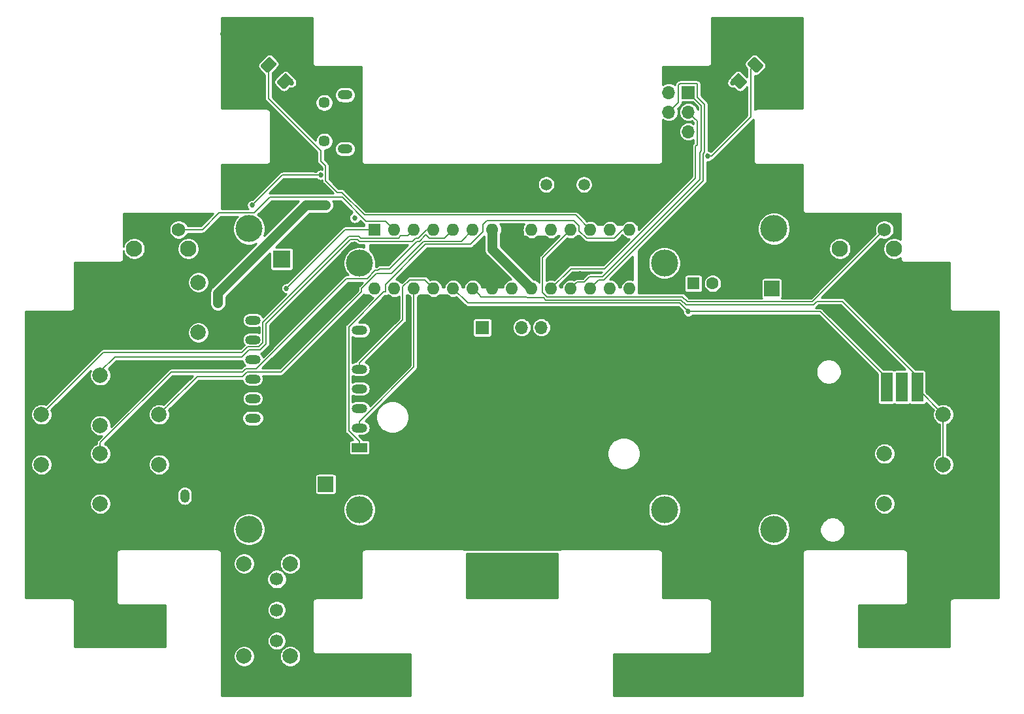
<source format=gbr>
G04 #@! TF.GenerationSoftware,KiCad,Pcbnew,5.1.2-f72e74a~84~ubuntu18.04.1*
G04 #@! TF.CreationDate,2019-06-25T00:33:59+02:00*
G04 #@! TF.ProjectId,invaders,696e7661-6465-4727-932e-6b696361645f,rev?*
G04 #@! TF.SameCoordinates,Original*
G04 #@! TF.FileFunction,Copper,L1,Top*
G04 #@! TF.FilePolarity,Positive*
%FSLAX46Y46*%
G04 Gerber Fmt 4.6, Leading zero omitted, Abs format (unit mm)*
G04 Created by KiCad (PCBNEW 5.1.2-f72e74a~84~ubuntu18.04.1) date 2019-06-25 00:33:59*
%MOMM*%
%LPD*%
G04 APERTURE LIST*
%ADD10R,1.700000X1.700000*%
%ADD11O,1.700000X1.700000*%
%ADD12C,3.500000*%
%ADD13O,2.000000X1.200000*%
%ADD14R,2.000000X1.200000*%
%ADD15R,1.524000X3.800000*%
%ADD16C,1.700000*%
%ADD17C,2.000000*%
%ADD18C,0.700000*%
%ADD19C,4.400000*%
%ADD20C,0.100000*%
%ADD21C,1.425000*%
%ADD22O,2.200000X2.200000*%
%ADD23R,2.200000X2.200000*%
%ADD24R,2.000000X2.000000*%
%ADD25C,1.600000*%
%ADD26R,1.600000X1.600000*%
%ADD27O,1.900000X1.200000*%
%ADD28C,1.450000*%
%ADD29O,1.200000X1.750000*%
%ADD30C,1.200000*%
%ADD31C,1.500000*%
%ADD32O,1.600000X1.600000*%
%ADD33C,2.100000*%
%ADD34C,1.750000*%
%ADD35C,0.685800*%
%ADD36C,0.203200*%
%ADD37C,1.270000*%
%ADD38C,0.254000*%
G04 APERTURE END LIST*
D10*
X78726020Y-116840000D03*
D11*
X81266020Y-116840000D03*
X83806020Y-116840000D03*
X86346020Y-116840000D03*
D12*
X102300000Y-108460000D03*
X102300000Y-140460000D03*
X62800000Y-108460000D03*
X62800000Y-140460000D03*
D13*
X62800000Y-117168000D03*
X62800000Y-119708000D03*
X62800000Y-122248000D03*
X62800000Y-124788000D03*
X62800000Y-127328000D03*
X62800000Y-129868000D03*
D14*
X62800000Y-132408000D03*
X48982000Y-131138000D03*
D13*
X48982000Y-128598000D03*
X48982000Y-126058000D03*
X48982000Y-123518000D03*
X48982000Y-120978000D03*
X48982000Y-118438000D03*
X48982000Y-115898000D03*
D12*
X48482000Y-143018000D03*
X48482000Y-104018000D03*
X116482000Y-143018000D03*
X116482000Y-104018000D03*
D15*
X129080000Y-124580000D03*
X131080000Y-124580000D03*
X135080000Y-124580000D03*
X133080000Y-124580000D03*
D16*
X52070000Y-149480000D03*
X52070000Y-153480000D03*
X52070000Y-157480000D03*
D17*
X47820000Y-159480000D03*
X47820000Y-147480000D03*
X53820000Y-147480000D03*
X53820000Y-159480000D03*
D18*
X30376726Y-153773274D03*
X29210000Y-153290000D03*
X28043274Y-153773274D03*
X27560000Y-154940000D03*
X28043274Y-156106726D03*
X29210000Y-156590000D03*
X30376726Y-156106726D03*
X30860000Y-154940000D03*
D19*
X29210000Y-154940000D03*
D18*
X119276726Y-77573274D03*
X118110000Y-77090000D03*
X116943274Y-77573274D03*
X116460000Y-78740000D03*
X116943274Y-79906726D03*
X118110000Y-80390000D03*
X119276726Y-79906726D03*
X119760000Y-78740000D03*
D19*
X118110000Y-78740000D03*
D18*
X137056726Y-153773274D03*
X135890000Y-153290000D03*
X134723274Y-153773274D03*
X134240000Y-154940000D03*
X134723274Y-156106726D03*
X135890000Y-156590000D03*
X137056726Y-156106726D03*
X137540000Y-154940000D03*
D19*
X135890000Y-154940000D03*
D18*
X48156726Y-77573274D03*
X46990000Y-77090000D03*
X45823274Y-77573274D03*
X45340000Y-78740000D03*
X45823274Y-79906726D03*
X46990000Y-80390000D03*
X48156726Y-79906726D03*
X48640000Y-78740000D03*
D19*
X46990000Y-78740000D03*
D20*
G36*
X113991420Y-81750404D02*
G01*
X114015689Y-81754004D01*
X114039487Y-81759965D01*
X114062587Y-81768230D01*
X114084765Y-81778720D01*
X114105809Y-81791333D01*
X114125514Y-81805947D01*
X114143693Y-81822423D01*
X115027577Y-82706307D01*
X115044053Y-82724486D01*
X115058667Y-82744191D01*
X115071280Y-82765235D01*
X115081770Y-82787413D01*
X115090035Y-82810513D01*
X115095996Y-82834311D01*
X115099596Y-82858580D01*
X115100800Y-82883084D01*
X115099596Y-82907588D01*
X115095996Y-82931857D01*
X115090035Y-82955655D01*
X115081770Y-82978755D01*
X115071280Y-83000933D01*
X115058667Y-83021977D01*
X115044053Y-83041682D01*
X115027577Y-83059861D01*
X114373503Y-83713935D01*
X114355324Y-83730411D01*
X114335619Y-83745025D01*
X114314575Y-83757638D01*
X114292397Y-83768128D01*
X114269297Y-83776393D01*
X114245499Y-83782354D01*
X114221230Y-83785954D01*
X114196726Y-83787158D01*
X114172222Y-83785954D01*
X114147953Y-83782354D01*
X114124155Y-83776393D01*
X114101055Y-83768128D01*
X114078877Y-83757638D01*
X114057833Y-83745025D01*
X114038128Y-83730411D01*
X114019949Y-83713935D01*
X113136065Y-82830051D01*
X113119589Y-82811872D01*
X113104975Y-82792167D01*
X113092362Y-82771123D01*
X113081872Y-82748945D01*
X113073607Y-82725845D01*
X113067646Y-82702047D01*
X113064046Y-82677778D01*
X113062842Y-82653274D01*
X113064046Y-82628770D01*
X113067646Y-82604501D01*
X113073607Y-82580703D01*
X113081872Y-82557603D01*
X113092362Y-82535425D01*
X113104975Y-82514381D01*
X113119589Y-82494676D01*
X113136065Y-82476497D01*
X113790139Y-81822423D01*
X113808318Y-81805947D01*
X113828023Y-81791333D01*
X113849067Y-81778720D01*
X113871245Y-81768230D01*
X113894345Y-81759965D01*
X113918143Y-81754004D01*
X113942412Y-81750404D01*
X113966916Y-81749200D01*
X113991420Y-81750404D01*
X113991420Y-81750404D01*
G37*
D21*
X114081821Y-82768179D03*
D20*
G36*
X111887778Y-83854046D02*
G01*
X111912047Y-83857646D01*
X111935845Y-83863607D01*
X111958945Y-83871872D01*
X111981123Y-83882362D01*
X112002167Y-83894975D01*
X112021872Y-83909589D01*
X112040051Y-83926065D01*
X112923935Y-84809949D01*
X112940411Y-84828128D01*
X112955025Y-84847833D01*
X112967638Y-84868877D01*
X112978128Y-84891055D01*
X112986393Y-84914155D01*
X112992354Y-84937953D01*
X112995954Y-84962222D01*
X112997158Y-84986726D01*
X112995954Y-85011230D01*
X112992354Y-85035499D01*
X112986393Y-85059297D01*
X112978128Y-85082397D01*
X112967638Y-85104575D01*
X112955025Y-85125619D01*
X112940411Y-85145324D01*
X112923935Y-85163503D01*
X112269861Y-85817577D01*
X112251682Y-85834053D01*
X112231977Y-85848667D01*
X112210933Y-85861280D01*
X112188755Y-85871770D01*
X112165655Y-85880035D01*
X112141857Y-85885996D01*
X112117588Y-85889596D01*
X112093084Y-85890800D01*
X112068580Y-85889596D01*
X112044311Y-85885996D01*
X112020513Y-85880035D01*
X111997413Y-85871770D01*
X111975235Y-85861280D01*
X111954191Y-85848667D01*
X111934486Y-85834053D01*
X111916307Y-85817577D01*
X111032423Y-84933693D01*
X111015947Y-84915514D01*
X111001333Y-84895809D01*
X110988720Y-84874765D01*
X110978230Y-84852587D01*
X110969965Y-84829487D01*
X110964004Y-84805689D01*
X110960404Y-84781420D01*
X110959200Y-84756916D01*
X110960404Y-84732412D01*
X110964004Y-84708143D01*
X110969965Y-84684345D01*
X110978230Y-84661245D01*
X110988720Y-84639067D01*
X111001333Y-84618023D01*
X111015947Y-84598318D01*
X111032423Y-84580139D01*
X111686497Y-83926065D01*
X111704676Y-83909589D01*
X111724381Y-83894975D01*
X111745425Y-83882362D01*
X111767603Y-83871872D01*
X111790703Y-83863607D01*
X111814501Y-83857646D01*
X111838770Y-83854046D01*
X111863274Y-83852842D01*
X111887778Y-83854046D01*
X111887778Y-83854046D01*
G37*
D21*
X111978179Y-84871821D03*
D20*
G36*
X51157588Y-81750404D02*
G01*
X51181857Y-81754004D01*
X51205655Y-81759965D01*
X51228755Y-81768230D01*
X51250933Y-81778720D01*
X51271977Y-81791333D01*
X51291682Y-81805947D01*
X51309861Y-81822423D01*
X51963935Y-82476497D01*
X51980411Y-82494676D01*
X51995025Y-82514381D01*
X52007638Y-82535425D01*
X52018128Y-82557603D01*
X52026393Y-82580703D01*
X52032354Y-82604501D01*
X52035954Y-82628770D01*
X52037158Y-82653274D01*
X52035954Y-82677778D01*
X52032354Y-82702047D01*
X52026393Y-82725845D01*
X52018128Y-82748945D01*
X52007638Y-82771123D01*
X51995025Y-82792167D01*
X51980411Y-82811872D01*
X51963935Y-82830051D01*
X51080051Y-83713935D01*
X51061872Y-83730411D01*
X51042167Y-83745025D01*
X51021123Y-83757638D01*
X50998945Y-83768128D01*
X50975845Y-83776393D01*
X50952047Y-83782354D01*
X50927778Y-83785954D01*
X50903274Y-83787158D01*
X50878770Y-83785954D01*
X50854501Y-83782354D01*
X50830703Y-83776393D01*
X50807603Y-83768128D01*
X50785425Y-83757638D01*
X50764381Y-83745025D01*
X50744676Y-83730411D01*
X50726497Y-83713935D01*
X50072423Y-83059861D01*
X50055947Y-83041682D01*
X50041333Y-83021977D01*
X50028720Y-83000933D01*
X50018230Y-82978755D01*
X50009965Y-82955655D01*
X50004004Y-82931857D01*
X50000404Y-82907588D01*
X49999200Y-82883084D01*
X50000404Y-82858580D01*
X50004004Y-82834311D01*
X50009965Y-82810513D01*
X50018230Y-82787413D01*
X50028720Y-82765235D01*
X50041333Y-82744191D01*
X50055947Y-82724486D01*
X50072423Y-82706307D01*
X50956307Y-81822423D01*
X50974486Y-81805947D01*
X50994191Y-81791333D01*
X51015235Y-81778720D01*
X51037413Y-81768230D01*
X51060513Y-81759965D01*
X51084311Y-81754004D01*
X51108580Y-81750404D01*
X51133084Y-81749200D01*
X51157588Y-81750404D01*
X51157588Y-81750404D01*
G37*
D21*
X51018179Y-82768179D03*
D20*
G36*
X53261230Y-83854046D02*
G01*
X53285499Y-83857646D01*
X53309297Y-83863607D01*
X53332397Y-83871872D01*
X53354575Y-83882362D01*
X53375619Y-83894975D01*
X53395324Y-83909589D01*
X53413503Y-83926065D01*
X54067577Y-84580139D01*
X54084053Y-84598318D01*
X54098667Y-84618023D01*
X54111280Y-84639067D01*
X54121770Y-84661245D01*
X54130035Y-84684345D01*
X54135996Y-84708143D01*
X54139596Y-84732412D01*
X54140800Y-84756916D01*
X54139596Y-84781420D01*
X54135996Y-84805689D01*
X54130035Y-84829487D01*
X54121770Y-84852587D01*
X54111280Y-84874765D01*
X54098667Y-84895809D01*
X54084053Y-84915514D01*
X54067577Y-84933693D01*
X53183693Y-85817577D01*
X53165514Y-85834053D01*
X53145809Y-85848667D01*
X53124765Y-85861280D01*
X53102587Y-85871770D01*
X53079487Y-85880035D01*
X53055689Y-85885996D01*
X53031420Y-85889596D01*
X53006916Y-85890800D01*
X52982412Y-85889596D01*
X52958143Y-85885996D01*
X52934345Y-85880035D01*
X52911245Y-85871770D01*
X52889067Y-85861280D01*
X52868023Y-85848667D01*
X52848318Y-85834053D01*
X52830139Y-85817577D01*
X52176065Y-85163503D01*
X52159589Y-85145324D01*
X52144975Y-85125619D01*
X52132362Y-85104575D01*
X52121872Y-85082397D01*
X52113607Y-85059297D01*
X52107646Y-85035499D01*
X52104046Y-85011230D01*
X52102842Y-84986726D01*
X52104046Y-84962222D01*
X52107646Y-84937953D01*
X52113607Y-84914155D01*
X52121872Y-84891055D01*
X52132362Y-84868877D01*
X52144975Y-84847833D01*
X52159589Y-84828128D01*
X52176065Y-84809949D01*
X53059949Y-83926065D01*
X53078128Y-83909589D01*
X53097833Y-83894975D01*
X53118877Y-83882362D01*
X53141055Y-83871872D01*
X53164155Y-83863607D01*
X53187953Y-83857646D01*
X53212222Y-83854046D01*
X53236726Y-83852842D01*
X53261230Y-83854046D01*
X53261230Y-83854046D01*
G37*
D21*
X53121821Y-84871821D03*
D11*
X102870000Y-91440000D03*
X105410000Y-91440000D03*
X102870000Y-88900000D03*
X105410000Y-88900000D03*
X102870000Y-86360000D03*
D10*
X105410000Y-86360000D03*
D22*
X45085000Y-107950000D03*
D23*
X52705000Y-107950000D03*
D17*
X58420000Y-124460000D03*
D24*
X58420000Y-137160000D03*
D25*
X108545000Y-111125000D03*
D26*
X106045000Y-111125000D03*
D27*
X60927500Y-93670000D03*
X60927500Y-86670000D03*
D28*
X58227500Y-92670000D03*
X58227500Y-87670000D03*
D29*
X40164000Y-138684000D03*
D20*
G36*
X42538505Y-137810204D02*
G01*
X42562773Y-137813804D01*
X42586572Y-137819765D01*
X42609671Y-137828030D01*
X42631850Y-137838520D01*
X42652893Y-137851132D01*
X42672599Y-137865747D01*
X42690777Y-137882223D01*
X42707253Y-137900401D01*
X42721868Y-137920107D01*
X42734480Y-137941150D01*
X42744970Y-137963329D01*
X42753235Y-137986428D01*
X42759196Y-138010227D01*
X42762796Y-138034495D01*
X42764000Y-138058999D01*
X42764000Y-139309001D01*
X42762796Y-139333505D01*
X42759196Y-139357773D01*
X42753235Y-139381572D01*
X42744970Y-139404671D01*
X42734480Y-139426850D01*
X42721868Y-139447893D01*
X42707253Y-139467599D01*
X42690777Y-139485777D01*
X42672599Y-139502253D01*
X42652893Y-139516868D01*
X42631850Y-139529480D01*
X42609671Y-139539970D01*
X42586572Y-139548235D01*
X42562773Y-139554196D01*
X42538505Y-139557796D01*
X42514001Y-139559000D01*
X41813999Y-139559000D01*
X41789495Y-139557796D01*
X41765227Y-139554196D01*
X41741428Y-139548235D01*
X41718329Y-139539970D01*
X41696150Y-139529480D01*
X41675107Y-139516868D01*
X41655401Y-139502253D01*
X41637223Y-139485777D01*
X41620747Y-139467599D01*
X41606132Y-139447893D01*
X41593520Y-139426850D01*
X41583030Y-139404671D01*
X41574765Y-139381572D01*
X41568804Y-139357773D01*
X41565204Y-139333505D01*
X41564000Y-139309001D01*
X41564000Y-138058999D01*
X41565204Y-138034495D01*
X41568804Y-138010227D01*
X41574765Y-137986428D01*
X41583030Y-137963329D01*
X41593520Y-137941150D01*
X41606132Y-137920107D01*
X41620747Y-137900401D01*
X41637223Y-137882223D01*
X41655401Y-137865747D01*
X41675107Y-137851132D01*
X41696150Y-137838520D01*
X41718329Y-137828030D01*
X41741428Y-137819765D01*
X41765227Y-137813804D01*
X41789495Y-137810204D01*
X41813999Y-137809000D01*
X42514001Y-137809000D01*
X42538505Y-137810204D01*
X42538505Y-137810204D01*
G37*
D30*
X42164000Y-138684000D03*
D17*
X29210000Y-123040000D03*
X33710000Y-123040000D03*
X29210000Y-129540000D03*
X33710000Y-129540000D03*
X29210000Y-133200000D03*
X33710000Y-133200000D03*
X29210000Y-139700000D03*
X33710000Y-139700000D03*
D31*
X91875000Y-98298000D03*
X86995000Y-98298000D03*
D17*
X138430000Y-128120000D03*
X142930000Y-128120000D03*
X138430000Y-134620000D03*
X142930000Y-134620000D03*
X36830000Y-128120000D03*
X41330000Y-128120000D03*
X36830000Y-134620000D03*
X41330000Y-134620000D03*
X21590000Y-128120000D03*
X26090000Y-128120000D03*
X21590000Y-134620000D03*
X26090000Y-134620000D03*
X116205000Y-119360000D03*
D24*
X116205000Y-111760000D03*
D17*
X130810000Y-133200000D03*
X135310000Y-133200000D03*
X130810000Y-139700000D03*
X135310000Y-139700000D03*
X41910000Y-110975000D03*
X37410000Y-110975000D03*
X41910000Y-117475000D03*
X37410000Y-117475000D03*
D32*
X64770000Y-111760000D03*
X97790000Y-104140000D03*
X67310000Y-111760000D03*
X95250000Y-104140000D03*
X69850000Y-111760000D03*
X92710000Y-104140000D03*
X72390000Y-111760000D03*
X90170000Y-104140000D03*
X74930000Y-111760000D03*
X87630000Y-104140000D03*
X77470000Y-111760000D03*
X85090000Y-104140000D03*
X80010000Y-111760000D03*
X82550000Y-104140000D03*
X82550000Y-111760000D03*
X80010000Y-104140000D03*
X85090000Y-111760000D03*
X77470000Y-104140000D03*
X87630000Y-111760000D03*
X74930000Y-104140000D03*
X90170000Y-111760000D03*
X72390000Y-104140000D03*
X92710000Y-111760000D03*
X69850000Y-104140000D03*
X95250000Y-111760000D03*
X67310000Y-104140000D03*
X97790000Y-111760000D03*
D26*
X64770000Y-104140000D03*
D33*
X40620000Y-106630000D03*
D34*
X39370000Y-104140000D03*
X34870000Y-104140000D03*
D33*
X33610000Y-106630000D03*
X132060000Y-106630000D03*
D34*
X130810000Y-104140000D03*
X126310000Y-104140000D03*
D33*
X125050000Y-106630000D03*
D35*
X57150000Y-97790000D03*
X55565603Y-97790001D03*
X53340000Y-95250000D03*
X55118000Y-86614000D03*
X56642000Y-91694000D03*
X53848000Y-98552000D03*
X77978000Y-107696000D03*
X74422000Y-96520000D03*
X76962000Y-96520000D03*
X79502000Y-96520000D03*
X71628000Y-101346000D03*
X112268000Y-80772000D03*
X116332000Y-84582000D03*
X130556000Y-120396000D03*
X125476000Y-115824000D03*
X121158000Y-116840000D03*
X126746000Y-123190000D03*
X129540000Y-112014000D03*
X136652000Y-117856000D03*
X115316000Y-116840000D03*
X96012000Y-116840000D03*
X45212000Y-116840000D03*
X32512000Y-116840000D03*
X119634000Y-139700000D03*
X83058000Y-139700000D03*
X52070000Y-160020000D03*
X113030000Y-160020000D03*
X26670000Y-149860000D03*
X138430000Y-149860000D03*
X46990000Y-99060000D03*
X46990000Y-96520000D03*
X100330000Y-96520000D03*
X107286982Y-86746229D03*
X104888499Y-96760499D03*
X91440000Y-109867710D03*
X108585000Y-102870000D03*
X111125000Y-100965000D03*
X112395000Y-118745000D03*
X117475000Y-118745000D03*
X114935000Y-121285000D03*
X107315000Y-116840000D03*
X105410000Y-119380000D03*
X82550000Y-98425000D03*
X81280000Y-97790000D03*
X62992000Y-96266000D03*
X59944000Y-97028000D03*
X60706000Y-97028000D03*
X61468000Y-97028000D03*
X46305001Y-138606999D03*
X57138093Y-96408095D03*
X56719001Y-94156999D03*
X57430554Y-91552324D03*
X66802000Y-100977710D03*
X66040000Y-97536000D03*
X59181992Y-97536008D03*
X73935448Y-116564552D03*
X67963001Y-118001001D03*
X74299630Y-109232710D03*
X55531712Y-118450710D03*
X93345000Y-107327710D03*
X88624937Y-109495072D03*
X73060255Y-107327710D03*
X90170000Y-107327710D03*
X86614000Y-101587290D03*
X82550000Y-101587290D03*
X75692000Y-101587290D03*
X57550627Y-95931629D03*
X54048210Y-100901122D03*
X64862463Y-106941535D03*
X55245000Y-114935000D03*
X56515000Y-113665000D03*
X60325000Y-109220000D03*
X73025000Y-126365000D03*
X75565000Y-126365000D03*
X75565000Y-122555000D03*
X73025000Y-122555000D03*
X52705000Y-124460000D03*
X52705000Y-120650000D03*
X48218556Y-117351053D03*
X62230000Y-106045000D03*
X60279296Y-110444296D03*
X67310000Y-106680000D03*
X83820000Y-106692710D03*
X90805000Y-105410000D03*
X96520000Y-110490000D03*
X60325000Y-102235000D03*
X111772710Y-90170010D03*
X88900000Y-115582710D03*
X86995000Y-114935000D03*
X76835000Y-114935000D03*
X53340000Y-101600000D03*
X44450000Y-113665000D03*
X58420000Y-100965000D03*
X53339982Y-111760000D03*
X62176006Y-102605692D03*
X105410000Y-114770777D03*
X48895000Y-100965000D03*
X57772290Y-97043898D03*
X53975000Y-85090000D03*
X111125000Y-85090000D03*
X107937290Y-94615000D03*
D36*
X90805000Y-110490000D02*
X90817710Y-110490000D01*
X91097101Y-110210609D02*
X91440000Y-109867710D01*
X90817710Y-110490000D02*
X91097101Y-110210609D01*
X90170000Y-107950009D02*
X88967836Y-109152173D01*
X88967836Y-109152173D02*
X88624937Y-109495072D01*
X90170000Y-107327710D02*
X90170000Y-107950009D01*
X104888499Y-96760499D02*
X104888499Y-93458499D01*
X103719999Y-92289999D02*
X102870000Y-91440000D01*
X104888499Y-93458499D02*
X103719999Y-92289999D01*
X60325000Y-109220000D02*
X60325000Y-107950000D01*
X60325000Y-107950000D02*
X62230000Y-106045000D01*
X82550000Y-104140000D02*
X82550000Y-105422710D01*
X83477101Y-106349811D02*
X83820000Y-106692710D01*
X82550000Y-105422710D02*
X83477101Y-106349811D01*
X91427290Y-105410000D02*
X93345000Y-107327710D01*
X90805000Y-105410000D02*
X91427290Y-105410000D01*
D37*
X44450000Y-113665000D02*
X44450000Y-112395000D01*
X44450000Y-112395000D02*
X55880000Y-100965000D01*
X55880000Y-100965000D02*
X58420000Y-100965000D01*
D36*
X51206410Y-99923590D02*
X49166801Y-101963199D01*
X60553590Y-99923590D02*
X51206410Y-99923590D01*
X42447132Y-104140000D02*
X40607436Y-104140000D01*
X44623933Y-101963199D02*
X42447132Y-104140000D01*
X40607436Y-104140000D02*
X39370000Y-104140000D01*
X49166801Y-101963199D02*
X44623933Y-101963199D01*
X63665199Y-103035199D02*
X60553590Y-99923590D01*
X67310000Y-104140000D02*
X66205199Y-103035199D01*
X66205199Y-103035199D02*
X63665199Y-103035199D01*
X87099695Y-112864801D02*
X88160305Y-112864801D01*
X92179695Y-112864801D02*
X93240305Y-112864801D01*
X94707072Y-112852178D02*
X94719695Y-112864801D01*
X105275902Y-113487178D02*
X121462821Y-113487178D01*
X90712928Y-112852178D02*
X92167072Y-112852178D01*
X121462821Y-113487178D02*
X129935001Y-105014999D01*
X92167072Y-112852178D02*
X92179695Y-112864801D01*
X98332928Y-112852178D02*
X104640903Y-112852178D01*
X104640903Y-112852178D02*
X105275902Y-113487178D01*
X90700305Y-112864801D02*
X90712928Y-112852178D01*
X95780305Y-112864801D02*
X95792928Y-112852178D01*
X89639695Y-112864801D02*
X90700305Y-112864801D01*
X97247072Y-112852178D02*
X97259695Y-112864801D01*
X129935001Y-105014999D02*
X130810000Y-104140000D01*
X86525199Y-107784801D02*
X86525199Y-112290305D01*
X89627072Y-112852178D02*
X89639695Y-112864801D01*
X90170000Y-104140000D02*
X86525199Y-107784801D01*
X97259695Y-112864801D02*
X98320305Y-112864801D01*
X88172928Y-112852178D02*
X89627072Y-112852178D01*
X95792928Y-112852178D02*
X97247072Y-112852178D01*
X94719695Y-112864801D02*
X95780305Y-112864801D01*
X88160305Y-112864801D02*
X88172928Y-112852178D01*
X93252928Y-112852178D02*
X94707072Y-112852178D01*
X98320305Y-112864801D02*
X98332928Y-112852178D01*
X93240305Y-112864801D02*
X93252928Y-112852178D01*
X86525199Y-112290305D02*
X87099695Y-112864801D01*
X94437178Y-110667822D02*
X107315000Y-97790000D01*
X107492822Y-87868072D02*
X106564801Y-86940051D01*
X107289588Y-94304102D02*
X107492822Y-94100868D01*
X107315000Y-97790000D02*
X107315000Y-94951310D01*
X107289588Y-94925898D02*
X107289588Y-94304102D01*
X107315000Y-94951310D02*
X107289588Y-94925898D01*
X104126401Y-87643599D02*
X103719999Y-88050001D01*
X103719999Y-88050001D02*
X102870000Y-88900000D01*
X104126401Y-85394957D02*
X104126401Y-87643599D01*
X92710000Y-111760000D02*
X93802178Y-110667822D01*
X106564801Y-85266159D02*
X106503841Y-85205199D01*
X93802178Y-110667822D02*
X94437178Y-110667822D01*
X106503841Y-85205199D02*
X104316159Y-85205199D01*
X106564801Y-86940051D02*
X106564801Y-85266159D01*
X104316159Y-85205199D02*
X104126401Y-85394957D01*
X107492822Y-94100868D02*
X107492822Y-87868072D01*
X29210000Y-122555000D02*
X29210000Y-123040000D01*
X68021268Y-105638589D02*
X68008645Y-105651212D01*
X69681660Y-105638589D02*
X68021268Y-105638589D01*
X70380305Y-105244800D02*
X70075449Y-105244800D01*
X49925124Y-119749221D02*
X48469674Y-119749221D01*
X72390000Y-104140000D02*
X71485105Y-104140000D01*
X70075449Y-105244800D02*
X69681660Y-105638589D01*
X71485105Y-104140000D02*
X70380305Y-105244800D01*
X62794812Y-105651212D02*
X62540898Y-105397298D01*
X62540898Y-105397298D02*
X61607702Y-105397298D01*
X68008645Y-105651212D02*
X62794812Y-105651212D01*
X61607702Y-105397298D02*
X50693221Y-116311779D01*
X47568894Y-120650000D02*
X31115000Y-120650000D01*
X50693221Y-116311779D02*
X50693221Y-118981124D01*
X50693221Y-118981124D02*
X49925124Y-119749221D01*
X48469674Y-119749221D02*
X47568894Y-120650000D01*
X31115000Y-120650000D02*
X29210000Y-122555000D01*
X106883177Y-94135762D02*
X107086411Y-93932528D01*
X107086411Y-88036411D02*
X106158390Y-87108390D01*
X106908589Y-95119650D02*
X106883177Y-95094238D01*
X106158390Y-87108390D02*
X105410000Y-86360000D01*
X90969999Y-110960001D02*
X91928601Y-110960001D01*
X90170000Y-111760000D02*
X90969999Y-110960001D01*
X94268839Y-110261411D02*
X106908589Y-97621661D01*
X106908589Y-97621661D02*
X106908589Y-95119650D01*
X92627191Y-110261411D02*
X94268839Y-110261411D01*
X91928601Y-110960001D02*
X92627191Y-110261411D01*
X106883177Y-95094238D02*
X106883177Y-94135762D01*
X107086411Y-93932528D02*
X107086411Y-88036411D01*
X29210000Y-131785787D02*
X29210000Y-133200000D01*
X47632466Y-122613190D02*
X38382597Y-122613190D01*
X63786305Y-110514801D02*
X61124793Y-110514801D01*
X65178695Y-109446305D02*
X64854801Y-109446305D01*
X65405000Y-109220000D02*
X65178695Y-109446305D01*
X70548645Y-105651211D02*
X70243789Y-105651211D01*
X64854801Y-109446305D02*
X63786305Y-110514801D01*
X71453540Y-104838646D02*
X71361210Y-104838646D01*
X38382597Y-122613190D02*
X29210000Y-131785787D01*
X70243789Y-105651211D02*
X66675000Y-109220000D01*
X66675000Y-109220000D02*
X65405000Y-109220000D01*
X49432815Y-122206779D02*
X48038876Y-122206779D01*
X71859695Y-105244801D02*
X71453540Y-104838646D01*
X48038876Y-122206779D02*
X47632466Y-122613190D01*
X74930000Y-104140000D02*
X73825199Y-105244801D01*
X73825199Y-105244801D02*
X71859695Y-105244801D01*
X61124793Y-110514801D02*
X49432815Y-122206779D01*
X71361210Y-104838646D02*
X70548645Y-105651211D01*
X87630000Y-111760000D02*
X90182702Y-109207298D01*
X94567452Y-109207298D02*
X106342621Y-97432129D01*
X106342621Y-97432129D02*
X106342621Y-93352724D01*
X106564801Y-93130544D02*
X106564801Y-90054801D01*
X106259999Y-89749999D02*
X105410000Y-88900000D01*
X106342621Y-93352724D02*
X106564801Y-93130544D01*
X106564801Y-90054801D02*
X106259999Y-89749999D01*
X90182702Y-109207298D02*
X94567452Y-109207298D01*
X47630406Y-123190000D02*
X41760000Y-123190000D01*
X65023141Y-109852716D02*
X63068788Y-111807069D01*
X71123395Y-105651211D02*
X66921890Y-109852716D01*
X75958789Y-105651211D02*
X71123395Y-105651211D01*
X52646810Y-122613190D02*
X48207217Y-122613190D01*
X41760000Y-123190000D02*
X37829999Y-127120001D01*
X48207217Y-122613190D02*
X47630406Y-123190000D01*
X37829999Y-127120001D02*
X36830000Y-128120000D01*
X63068788Y-111807069D02*
X63068788Y-112191212D01*
X63068788Y-112191212D02*
X52646810Y-122613190D01*
X77470000Y-104140000D02*
X75958789Y-105651211D01*
X66921890Y-109852716D02*
X65023141Y-109852716D01*
X138430000Y-133205787D02*
X138430000Y-128120000D01*
X138430000Y-134620000D02*
X138430000Y-133205787D01*
X135080000Y-124770000D02*
X135080000Y-123580000D01*
X138430000Y-128120000D02*
X135080000Y-124770000D01*
X95948645Y-113271212D02*
X94551355Y-113271212D01*
X125329933Y-113436411D02*
X122088339Y-113436411D01*
X86626544Y-112966401D02*
X84510927Y-112966401D01*
X89471355Y-113271212D02*
X89458732Y-113258589D01*
X84510927Y-112966401D02*
X84409327Y-112864801D01*
X94551355Y-113271212D02*
X94538732Y-113258589D01*
X89458732Y-113258589D02*
X88341268Y-113258589D01*
X84409327Y-112864801D02*
X78574801Y-112864801D01*
X88328645Y-113271212D02*
X86931355Y-113271212D01*
X86931355Y-113271212D02*
X86626544Y-112966401D01*
X135080000Y-123186478D02*
X125329933Y-113436411D01*
X78574801Y-112864801D02*
X78269999Y-112559999D01*
X78269999Y-112559999D02*
X77470000Y-111760000D01*
X90868645Y-113271212D02*
X89471355Y-113271212D01*
X135080000Y-123580000D02*
X135080000Y-123186478D01*
X90881268Y-113258589D02*
X90868645Y-113271212D01*
X93408645Y-113271212D02*
X92011355Y-113271212D01*
X97078732Y-113258589D02*
X95961268Y-113258589D01*
X97091355Y-113271212D02*
X97078732Y-113258589D01*
X122088339Y-113436411D02*
X121631161Y-113893589D01*
X94538732Y-113258589D02*
X93421268Y-113258589D01*
X104472563Y-113258589D02*
X98501268Y-113258589D01*
X105107562Y-113893589D02*
X104472563Y-113258589D01*
X98488645Y-113271212D02*
X97091355Y-113271212D01*
X92011355Y-113271212D02*
X91998732Y-113258589D01*
X93421268Y-113258589D02*
X93408645Y-113271212D01*
X95961268Y-113258589D02*
X95948645Y-113271212D01*
X91998732Y-113258589D02*
X90881268Y-113258589D01*
X98501268Y-113258589D02*
X98488645Y-113271212D01*
X88341268Y-113258589D02*
X88328645Y-113271212D01*
X121631161Y-113893589D02*
X105107562Y-113893589D01*
X62709238Y-104990887D02*
X61439362Y-104990887D01*
X62947309Y-105228958D02*
X62709238Y-104990887D01*
X62963151Y-105244801D02*
X62947309Y-105228958D01*
X50286810Y-118812784D02*
X49756784Y-119342810D01*
X69050001Y-104939999D02*
X68145107Y-104939999D01*
X47570953Y-120073190D02*
X29636810Y-120073190D01*
X29636810Y-120073190D02*
X22589999Y-127120001D01*
X22589999Y-127120001D02*
X21590000Y-128120000D01*
X48301333Y-119342810D02*
X47570953Y-120073190D01*
X50286810Y-116143439D02*
X50286810Y-118812784D01*
X61439362Y-104990887D02*
X50286810Y-116143439D01*
X49756784Y-119342810D02*
X48301333Y-119342810D01*
X69850000Y-104140000D02*
X69050001Y-104939999D01*
X67840305Y-105244801D02*
X62963151Y-105244801D01*
X68145107Y-104939999D02*
X67840305Y-105244801D01*
X64770000Y-104140000D02*
X60959982Y-104140000D01*
X60959982Y-104140000D02*
X53682881Y-111417101D01*
X53682881Y-111417101D02*
X53339982Y-111760000D01*
X61393590Y-130198390D02*
X62800000Y-131604800D01*
X91274801Y-104286203D02*
X91274801Y-103609695D01*
X96885106Y-104140000D02*
X95780305Y-105244801D01*
X66205199Y-111229695D02*
X66205199Y-112229801D01*
X77187484Y-106057622D02*
X71377272Y-106057622D01*
X62800000Y-131604800D02*
X62800000Y-132408000D01*
X66205199Y-112229801D02*
X65914921Y-112229801D01*
X78803599Y-104441507D02*
X77187484Y-106057622D01*
X65914921Y-112229801D02*
X61393590Y-116751132D01*
X91274801Y-103609695D02*
X90598705Y-102933599D01*
X61393590Y-116751132D02*
X61393590Y-130198390D01*
X92233399Y-105244801D02*
X91274801Y-104286203D01*
X97790000Y-104140000D02*
X96885106Y-104140000D01*
X71377272Y-106057622D02*
X66205199Y-111229695D01*
X79311401Y-102933599D02*
X78803599Y-103441401D01*
X78803599Y-103441401D02*
X78803599Y-104441507D01*
X95780305Y-105244801D02*
X92233399Y-105244801D01*
X90598705Y-102933599D02*
X79311401Y-102933599D01*
X62800000Y-121444800D02*
X62800000Y-122248000D01*
X68414801Y-115829999D02*
X62800000Y-121444800D01*
X68414801Y-111560093D02*
X68414801Y-115829999D01*
X69319695Y-110655199D02*
X68414801Y-111560093D01*
X71285199Y-110655199D02*
X69319695Y-110655199D01*
X72390000Y-111760000D02*
X71285199Y-110655199D01*
X62800000Y-129007594D02*
X62800000Y-129064800D01*
X69850000Y-121957594D02*
X62800000Y-129007594D01*
X62800000Y-129064800D02*
X62800000Y-129868000D01*
X69850000Y-111760000D02*
X69850000Y-121957594D01*
D37*
X80010000Y-106680000D02*
X85090000Y-111760000D01*
X80010000Y-104140000D02*
X80010000Y-106680000D01*
D36*
X131080000Y-123369358D02*
X131080000Y-123580000D01*
X122481419Y-114770777D02*
X131080000Y-123369358D01*
X105410000Y-114770777D02*
X122481419Y-114770777D01*
X104304223Y-113665000D02*
X104939223Y-114300000D01*
X96116985Y-113677623D02*
X96129608Y-113665000D01*
X88496985Y-113677623D02*
X88509608Y-113665000D01*
X76835000Y-113665000D02*
X86750392Y-113665000D01*
X96910392Y-113665000D02*
X96923015Y-113677623D01*
X86750392Y-113665000D02*
X86763015Y-113677623D01*
X89303015Y-113677623D02*
X91036985Y-113677623D01*
X98656985Y-113677623D02*
X98669608Y-113665000D01*
X93589608Y-113665000D02*
X94370392Y-113665000D01*
X74930000Y-111760000D02*
X76835000Y-113665000D01*
X96923015Y-113677623D02*
X98656985Y-113677623D01*
X89290392Y-113665000D02*
X89303015Y-113677623D01*
X93576985Y-113677623D02*
X93589608Y-113665000D01*
X86763015Y-113677623D02*
X88496985Y-113677623D01*
X98669608Y-113665000D02*
X104304223Y-113665000D01*
X88509608Y-113665000D02*
X89290392Y-113665000D01*
X91843015Y-113677623D02*
X93576985Y-113677623D01*
X91036985Y-113677623D02*
X91049608Y-113665000D01*
X96129608Y-113665000D02*
X96910392Y-113665000D01*
X91049608Y-113665000D02*
X91830392Y-113665000D01*
X104939223Y-114300000D02*
X105410000Y-114770777D01*
X91830392Y-113665000D02*
X91843015Y-113677623D01*
X94370392Y-113665000D02*
X94383015Y-113677623D01*
X94383015Y-113677623D02*
X96116985Y-113677623D01*
X48895000Y-100965000D02*
X52804204Y-97055796D01*
X57275459Y-97055796D02*
X57287357Y-97043898D01*
X52804204Y-97055796D02*
X57275459Y-97055796D01*
X57287357Y-97043898D02*
X57772290Y-97043898D01*
X53121821Y-84871821D02*
X53756821Y-84871821D01*
X53756821Y-84871821D02*
X53975000Y-85090000D01*
X111978179Y-84871821D02*
X111343179Y-84871821D01*
X111343179Y-84871821D02*
X111125000Y-85090000D01*
X58420000Y-97790000D02*
X58420000Y-95885000D01*
X58420000Y-95885000D02*
X57785000Y-95250000D01*
X92710000Y-104140000D02*
X90805000Y-102235000D01*
X90805000Y-102235000D02*
X63439750Y-102235000D01*
X63439750Y-102235000D02*
X60493340Y-99288589D01*
X51018179Y-87135153D02*
X51018179Y-83857847D01*
X51018179Y-83857847D02*
X51018179Y-82768179D01*
X57785000Y-95250000D02*
X57785000Y-93901974D01*
X57785000Y-93901974D02*
X51018179Y-87135153D01*
X59918589Y-99288589D02*
X58420000Y-97790000D01*
X60493340Y-99288589D02*
X59918589Y-99288589D01*
X108422223Y-94615000D02*
X107937290Y-94615000D01*
X113507297Y-89529926D02*
X108422223Y-94615000D01*
X114081821Y-82768179D02*
X113507297Y-83342703D01*
X113507297Y-83342703D02*
X113507297Y-89529926D01*
D38*
G36*
X113844000Y-95227601D02*
G01*
X113841794Y-95250000D01*
X113850598Y-95339392D01*
X113876673Y-95425348D01*
X113919016Y-95504566D01*
X113964930Y-95560513D01*
X113975999Y-95574001D01*
X114045434Y-95630984D01*
X114124652Y-95673327D01*
X114210608Y-95699402D01*
X114300000Y-95708206D01*
X114322399Y-95706000D01*
X120194001Y-95706000D01*
X120194000Y-101577601D01*
X120191794Y-101600000D01*
X120200598Y-101689392D01*
X120226673Y-101775348D01*
X120269016Y-101854566D01*
X120295634Y-101887000D01*
X120325999Y-101924001D01*
X120395434Y-101980984D01*
X120474652Y-102023327D01*
X120560608Y-102049402D01*
X120650000Y-102058206D01*
X120672399Y-102056000D01*
X132894001Y-102056000D01*
X132894000Y-105466212D01*
X132737833Y-105361864D01*
X132477407Y-105253993D01*
X132200941Y-105199000D01*
X131919059Y-105199000D01*
X131642593Y-105253993D01*
X131382167Y-105361864D01*
X131147791Y-105518470D01*
X130948470Y-105717791D01*
X130791864Y-105952167D01*
X130683993Y-106212593D01*
X130629000Y-106489059D01*
X130629000Y-106770941D01*
X130683993Y-107047407D01*
X130791864Y-107307833D01*
X130948470Y-107542209D01*
X131147791Y-107741530D01*
X131382167Y-107898136D01*
X131642593Y-108006007D01*
X131919059Y-108061000D01*
X132200941Y-108061000D01*
X132477407Y-108006007D01*
X132737833Y-107898136D01*
X132894000Y-107793788D01*
X132894000Y-107927601D01*
X132891794Y-107950000D01*
X132900598Y-108039392D01*
X132926673Y-108125348D01*
X132969016Y-108204566D01*
X132992206Y-108232823D01*
X133025999Y-108274001D01*
X133095434Y-108330984D01*
X133174652Y-108373327D01*
X133260608Y-108399402D01*
X133350000Y-108408206D01*
X133372399Y-108406000D01*
X139244001Y-108406000D01*
X139244000Y-114277601D01*
X139241794Y-114300000D01*
X139250598Y-114389392D01*
X139276673Y-114475348D01*
X139319016Y-114554566D01*
X139375999Y-114624001D01*
X139445434Y-114680984D01*
X139524652Y-114723327D01*
X139610608Y-114749402D01*
X139700000Y-114758206D01*
X139722399Y-114756000D01*
X145594001Y-114756000D01*
X145594000Y-139722398D01*
X145594001Y-139722408D01*
X145594000Y-146027601D01*
X145594000Y-146027602D01*
X145594001Y-151944000D01*
X139722399Y-151944000D01*
X139700000Y-151941794D01*
X139677601Y-151944000D01*
X139610608Y-151950598D01*
X139524652Y-151976673D01*
X139445434Y-152019016D01*
X139375999Y-152075999D01*
X139319016Y-152145434D01*
X139276673Y-152224652D01*
X139250598Y-152310608D01*
X139241794Y-152400000D01*
X139244000Y-152422398D01*
X139244001Y-158294000D01*
X127456000Y-158294000D01*
X127456000Y-152856000D01*
X133327601Y-152856000D01*
X133350000Y-152858206D01*
X133439392Y-152849402D01*
X133525348Y-152823327D01*
X133604566Y-152780984D01*
X133674001Y-152724001D01*
X133730984Y-152654566D01*
X133773327Y-152575348D01*
X133799402Y-152489392D01*
X133806000Y-152422399D01*
X133806000Y-152422398D01*
X133808206Y-152400000D01*
X133806000Y-152377601D01*
X133806000Y-146072398D01*
X133808206Y-146050000D01*
X133799402Y-145960608D01*
X133773327Y-145874652D01*
X133730984Y-145795434D01*
X133674001Y-145725999D01*
X133604566Y-145669016D01*
X133525348Y-145626673D01*
X133439392Y-145600598D01*
X133372399Y-145594000D01*
X133350000Y-145591794D01*
X133327601Y-145594000D01*
X120672399Y-145594000D01*
X120650000Y-145591794D01*
X120627601Y-145594000D01*
X120560608Y-145600598D01*
X120474652Y-145626673D01*
X120395434Y-145669016D01*
X120325999Y-145725999D01*
X120269016Y-145795434D01*
X120226673Y-145874652D01*
X120200598Y-145960608D01*
X120191794Y-146050000D01*
X120194001Y-146072409D01*
X120194000Y-152422398D01*
X120194001Y-152422408D01*
X120194000Y-158727601D01*
X120191794Y-158750000D01*
X120194000Y-158772398D01*
X120194001Y-164644000D01*
X95706000Y-164644000D01*
X95706000Y-159206000D01*
X107927601Y-159206000D01*
X107950000Y-159208206D01*
X108039392Y-159199402D01*
X108125348Y-159173327D01*
X108204566Y-159130984D01*
X108274001Y-159074001D01*
X108330984Y-159004566D01*
X108373327Y-158925348D01*
X108399402Y-158839392D01*
X108406000Y-158772399D01*
X108406000Y-158772398D01*
X108408206Y-158750000D01*
X108406000Y-158727601D01*
X108406000Y-152422398D01*
X108408206Y-152400000D01*
X108399402Y-152310608D01*
X108373327Y-152224652D01*
X108330984Y-152145434D01*
X108274001Y-152075999D01*
X108204566Y-152019016D01*
X108125348Y-151976673D01*
X108039392Y-151950598D01*
X107972399Y-151944000D01*
X107950000Y-151941794D01*
X107927601Y-151944000D01*
X102056000Y-151944000D01*
X102056000Y-146072398D01*
X102058206Y-146050000D01*
X102049402Y-145960608D01*
X102023327Y-145874652D01*
X101980984Y-145795434D01*
X101924001Y-145725999D01*
X101854566Y-145669016D01*
X101775348Y-145626673D01*
X101689392Y-145600598D01*
X101622399Y-145594000D01*
X101600000Y-145591794D01*
X101577601Y-145594000D01*
X88922399Y-145594000D01*
X88900000Y-145591794D01*
X88877601Y-145594000D01*
X88810608Y-145600598D01*
X88724652Y-145626673D01*
X88645464Y-145669000D01*
X76454536Y-145669000D01*
X76375348Y-145626673D01*
X76289392Y-145600598D01*
X76222399Y-145594000D01*
X76200000Y-145591794D01*
X76177601Y-145594000D01*
X63522399Y-145594000D01*
X63500000Y-145591794D01*
X63477601Y-145594000D01*
X63410608Y-145600598D01*
X63324652Y-145626673D01*
X63245434Y-145669016D01*
X63175999Y-145725999D01*
X63119016Y-145795434D01*
X63076673Y-145874652D01*
X63050598Y-145960608D01*
X63041794Y-146050000D01*
X63044001Y-146072409D01*
X63044000Y-151944000D01*
X57172399Y-151944000D01*
X57150000Y-151941794D01*
X57127601Y-151944000D01*
X57060608Y-151950598D01*
X56974652Y-151976673D01*
X56895434Y-152019016D01*
X56825999Y-152075999D01*
X56769016Y-152145434D01*
X56726673Y-152224652D01*
X56700598Y-152310608D01*
X56691794Y-152400000D01*
X56694000Y-152422398D01*
X56694001Y-158727591D01*
X56691794Y-158750000D01*
X56700598Y-158839392D01*
X56726673Y-158925348D01*
X56769016Y-159004566D01*
X56825999Y-159074001D01*
X56895434Y-159130984D01*
X56974652Y-159173327D01*
X57060608Y-159199402D01*
X57127601Y-159206000D01*
X57150000Y-159208206D01*
X57172399Y-159206000D01*
X69394001Y-159206000D01*
X69394000Y-164644000D01*
X44906000Y-164644000D01*
X44906000Y-159343983D01*
X46439000Y-159343983D01*
X46439000Y-159616017D01*
X46492071Y-159882823D01*
X46596174Y-160134149D01*
X46747307Y-160360336D01*
X46939664Y-160552693D01*
X47165851Y-160703826D01*
X47417177Y-160807929D01*
X47683983Y-160861000D01*
X47956017Y-160861000D01*
X48222823Y-160807929D01*
X48474149Y-160703826D01*
X48700336Y-160552693D01*
X48892693Y-160360336D01*
X49043826Y-160134149D01*
X49147929Y-159882823D01*
X49201000Y-159616017D01*
X49201000Y-159343983D01*
X52439000Y-159343983D01*
X52439000Y-159616017D01*
X52492071Y-159882823D01*
X52596174Y-160134149D01*
X52747307Y-160360336D01*
X52939664Y-160552693D01*
X53165851Y-160703826D01*
X53417177Y-160807929D01*
X53683983Y-160861000D01*
X53956017Y-160861000D01*
X54222823Y-160807929D01*
X54474149Y-160703826D01*
X54700336Y-160552693D01*
X54892693Y-160360336D01*
X55043826Y-160134149D01*
X55147929Y-159882823D01*
X55201000Y-159616017D01*
X55201000Y-159343983D01*
X55147929Y-159077177D01*
X55043826Y-158825851D01*
X54892693Y-158599664D01*
X54700336Y-158407307D01*
X54474149Y-158256174D01*
X54222823Y-158152071D01*
X53956017Y-158099000D01*
X53683983Y-158099000D01*
X53417177Y-158152071D01*
X53165851Y-158256174D01*
X52939664Y-158407307D01*
X52747307Y-158599664D01*
X52596174Y-158825851D01*
X52492071Y-159077177D01*
X52439000Y-159343983D01*
X49201000Y-159343983D01*
X49147929Y-159077177D01*
X49043826Y-158825851D01*
X48892693Y-158599664D01*
X48700336Y-158407307D01*
X48474149Y-158256174D01*
X48222823Y-158152071D01*
X47956017Y-158099000D01*
X47683983Y-158099000D01*
X47417177Y-158152071D01*
X47165851Y-158256174D01*
X46939664Y-158407307D01*
X46747307Y-158599664D01*
X46596174Y-158825851D01*
X46492071Y-159077177D01*
X46439000Y-159343983D01*
X44906000Y-159343983D01*
X44906000Y-157358757D01*
X50839000Y-157358757D01*
X50839000Y-157601243D01*
X50886307Y-157839069D01*
X50979102Y-158063097D01*
X51113820Y-158264717D01*
X51285283Y-158436180D01*
X51486903Y-158570898D01*
X51710931Y-158663693D01*
X51948757Y-158711000D01*
X52191243Y-158711000D01*
X52429069Y-158663693D01*
X52653097Y-158570898D01*
X52854717Y-158436180D01*
X53026180Y-158264717D01*
X53160898Y-158063097D01*
X53253693Y-157839069D01*
X53301000Y-157601243D01*
X53301000Y-157358757D01*
X53253693Y-157120931D01*
X53160898Y-156896903D01*
X53026180Y-156695283D01*
X52854717Y-156523820D01*
X52653097Y-156389102D01*
X52429069Y-156296307D01*
X52191243Y-156249000D01*
X51948757Y-156249000D01*
X51710931Y-156296307D01*
X51486903Y-156389102D01*
X51285283Y-156523820D01*
X51113820Y-156695283D01*
X50979102Y-156896903D01*
X50886307Y-157120931D01*
X50839000Y-157358757D01*
X44906000Y-157358757D01*
X44906000Y-153358757D01*
X50839000Y-153358757D01*
X50839000Y-153601243D01*
X50886307Y-153839069D01*
X50979102Y-154063097D01*
X51113820Y-154264717D01*
X51285283Y-154436180D01*
X51486903Y-154570898D01*
X51710931Y-154663693D01*
X51948757Y-154711000D01*
X52191243Y-154711000D01*
X52429069Y-154663693D01*
X52653097Y-154570898D01*
X52854717Y-154436180D01*
X53026180Y-154264717D01*
X53160898Y-154063097D01*
X53253693Y-153839069D01*
X53301000Y-153601243D01*
X53301000Y-153358757D01*
X53253693Y-153120931D01*
X53160898Y-152896903D01*
X53026180Y-152695283D01*
X52854717Y-152523820D01*
X52653097Y-152389102D01*
X52429069Y-152296307D01*
X52191243Y-152249000D01*
X51948757Y-152249000D01*
X51710931Y-152296307D01*
X51486903Y-152389102D01*
X51285283Y-152523820D01*
X51113820Y-152695283D01*
X50979102Y-152896903D01*
X50886307Y-153120931D01*
X50839000Y-153358757D01*
X44906000Y-153358757D01*
X44906000Y-149353754D01*
X50788200Y-149353754D01*
X50788200Y-149606246D01*
X50837459Y-149853887D01*
X50934084Y-150087160D01*
X51074361Y-150297100D01*
X51252900Y-150475639D01*
X51462840Y-150615916D01*
X51696113Y-150712541D01*
X51943754Y-150761800D01*
X52196246Y-150761800D01*
X52443887Y-150712541D01*
X52677160Y-150615916D01*
X52887100Y-150475639D01*
X53065639Y-150297100D01*
X53205916Y-150087160D01*
X53302541Y-149853887D01*
X53351800Y-149606246D01*
X53351800Y-149353754D01*
X53302541Y-149106113D01*
X53205916Y-148872840D01*
X53065639Y-148662900D01*
X52987183Y-148584444D01*
X53165851Y-148703826D01*
X53417177Y-148807929D01*
X53683983Y-148861000D01*
X53956017Y-148861000D01*
X54222823Y-148807929D01*
X54474149Y-148703826D01*
X54700336Y-148552693D01*
X54892693Y-148360336D01*
X55043826Y-148134149D01*
X55147929Y-147882823D01*
X55201000Y-147616017D01*
X55201000Y-147343983D01*
X55147929Y-147077177D01*
X55043826Y-146825851D01*
X54892693Y-146599664D01*
X54700336Y-146407307D01*
X54474149Y-146256174D01*
X54222823Y-146152071D01*
X53956017Y-146099000D01*
X53683983Y-146099000D01*
X53417177Y-146152071D01*
X53165851Y-146256174D01*
X52939664Y-146407307D01*
X52747307Y-146599664D01*
X52596174Y-146825851D01*
X52492071Y-147077177D01*
X52439000Y-147343983D01*
X52439000Y-147616017D01*
X52492071Y-147882823D01*
X52596174Y-148134149D01*
X52747307Y-148360336D01*
X52839581Y-148452610D01*
X52677160Y-148344084D01*
X52443887Y-148247459D01*
X52196246Y-148198200D01*
X51943754Y-148198200D01*
X51696113Y-148247459D01*
X51462840Y-148344084D01*
X51252900Y-148484361D01*
X51074361Y-148662900D01*
X50934084Y-148872840D01*
X50837459Y-149106113D01*
X50788200Y-149353754D01*
X44906000Y-149353754D01*
X44906000Y-147343983D01*
X46439000Y-147343983D01*
X46439000Y-147616017D01*
X46492071Y-147882823D01*
X46596174Y-148134149D01*
X46747307Y-148360336D01*
X46939664Y-148552693D01*
X47165851Y-148703826D01*
X47417177Y-148807929D01*
X47683983Y-148861000D01*
X47956017Y-148861000D01*
X48222823Y-148807929D01*
X48474149Y-148703826D01*
X48700336Y-148552693D01*
X48892693Y-148360336D01*
X49043826Y-148134149D01*
X49147929Y-147882823D01*
X49201000Y-147616017D01*
X49201000Y-147343983D01*
X49147929Y-147077177D01*
X49043826Y-146825851D01*
X48892693Y-146599664D01*
X48700336Y-146407307D01*
X48474149Y-146256174D01*
X48222823Y-146152071D01*
X47956017Y-146099000D01*
X47683983Y-146099000D01*
X47417177Y-146152071D01*
X47165851Y-146256174D01*
X46939664Y-146407307D01*
X46747307Y-146599664D01*
X46596174Y-146825851D01*
X46492071Y-147077177D01*
X46439000Y-147343983D01*
X44906000Y-147343983D01*
X44906000Y-146072398D01*
X44908206Y-146050000D01*
X44899402Y-145960608D01*
X44873327Y-145874652D01*
X44830984Y-145795434D01*
X44774001Y-145725999D01*
X44704566Y-145669016D01*
X44625348Y-145626673D01*
X44539392Y-145600598D01*
X44472399Y-145594000D01*
X44450000Y-145591794D01*
X44427601Y-145594000D01*
X31772399Y-145594000D01*
X31750000Y-145591794D01*
X31727601Y-145594000D01*
X31660608Y-145600598D01*
X31574652Y-145626673D01*
X31495434Y-145669016D01*
X31425999Y-145725999D01*
X31369016Y-145795434D01*
X31326673Y-145874652D01*
X31300598Y-145960608D01*
X31291794Y-146050000D01*
X31294001Y-146072409D01*
X31294000Y-152377601D01*
X31291794Y-152400000D01*
X31300598Y-152489392D01*
X31326673Y-152575348D01*
X31369016Y-152654566D01*
X31402431Y-152695283D01*
X31425999Y-152724001D01*
X31495434Y-152780984D01*
X31574652Y-152823327D01*
X31660608Y-152849402D01*
X31750000Y-152858206D01*
X31772399Y-152856000D01*
X37644001Y-152856000D01*
X37644000Y-158294000D01*
X25856000Y-158294000D01*
X25856000Y-152422398D01*
X25858206Y-152400000D01*
X25849402Y-152310608D01*
X25823327Y-152224652D01*
X25780984Y-152145434D01*
X25724001Y-152075999D01*
X25654566Y-152019016D01*
X25575348Y-151976673D01*
X25489392Y-151950598D01*
X25422399Y-151944000D01*
X25400000Y-151941794D01*
X25377601Y-151944000D01*
X19506000Y-151944000D01*
X19506000Y-142808115D01*
X46351000Y-142808115D01*
X46351000Y-143227885D01*
X46432893Y-143639590D01*
X46593532Y-144027407D01*
X46826744Y-144376433D01*
X47123567Y-144673256D01*
X47472593Y-144906468D01*
X47860410Y-145067107D01*
X48272115Y-145149000D01*
X48691885Y-145149000D01*
X49103590Y-145067107D01*
X49491407Y-144906468D01*
X49840433Y-144673256D01*
X50137256Y-144376433D01*
X50370468Y-144027407D01*
X50531107Y-143639590D01*
X50613000Y-143227885D01*
X50613000Y-142808115D01*
X114351000Y-142808115D01*
X114351000Y-143227885D01*
X114432893Y-143639590D01*
X114593532Y-144027407D01*
X114826744Y-144376433D01*
X115123567Y-144673256D01*
X115472593Y-144906468D01*
X115860410Y-145067107D01*
X116272115Y-145149000D01*
X116691885Y-145149000D01*
X117103590Y-145067107D01*
X117491407Y-144906468D01*
X117840433Y-144673256D01*
X118137256Y-144376433D01*
X118370468Y-144027407D01*
X118531107Y-143639590D01*
X118613000Y-143227885D01*
X118613000Y-142917391D01*
X122429000Y-142917391D01*
X122429000Y-143242609D01*
X122492447Y-143561579D01*
X122616903Y-143862042D01*
X122797585Y-144132451D01*
X123027549Y-144362415D01*
X123297958Y-144543097D01*
X123598421Y-144667553D01*
X123917391Y-144731000D01*
X124242609Y-144731000D01*
X124561579Y-144667553D01*
X124862042Y-144543097D01*
X125132451Y-144362415D01*
X125362415Y-144132451D01*
X125543097Y-143862042D01*
X125667553Y-143561579D01*
X125731000Y-143242609D01*
X125731000Y-142917391D01*
X125667553Y-142598421D01*
X125543097Y-142297958D01*
X125362415Y-142027549D01*
X125132451Y-141797585D01*
X124862042Y-141616903D01*
X124561579Y-141492447D01*
X124242609Y-141429000D01*
X123917391Y-141429000D01*
X123598421Y-141492447D01*
X123297958Y-141616903D01*
X123027549Y-141797585D01*
X122797585Y-142027549D01*
X122616903Y-142297958D01*
X122492447Y-142598421D01*
X122429000Y-142917391D01*
X118613000Y-142917391D01*
X118613000Y-142808115D01*
X118531107Y-142396410D01*
X118370468Y-142008593D01*
X118137256Y-141659567D01*
X117840433Y-141362744D01*
X117491407Y-141129532D01*
X117103590Y-140968893D01*
X116691885Y-140887000D01*
X116272115Y-140887000D01*
X115860410Y-140968893D01*
X115472593Y-141129532D01*
X115123567Y-141362744D01*
X114826744Y-141659567D01*
X114593532Y-142008593D01*
X114432893Y-142396410D01*
X114351000Y-142808115D01*
X50613000Y-142808115D01*
X50531107Y-142396410D01*
X50370468Y-142008593D01*
X50137256Y-141659567D01*
X49840433Y-141362744D01*
X49491407Y-141129532D01*
X49103590Y-140968893D01*
X48691885Y-140887000D01*
X48272115Y-140887000D01*
X47860410Y-140968893D01*
X47472593Y-141129532D01*
X47123567Y-141362744D01*
X46826744Y-141659567D01*
X46593532Y-142008593D01*
X46432893Y-142396410D01*
X46351000Y-142808115D01*
X19506000Y-142808115D01*
X19506000Y-139563983D01*
X27829000Y-139563983D01*
X27829000Y-139836017D01*
X27882071Y-140102823D01*
X27986174Y-140354149D01*
X28137307Y-140580336D01*
X28329664Y-140772693D01*
X28555851Y-140923826D01*
X28807177Y-141027929D01*
X29073983Y-141081000D01*
X29346017Y-141081000D01*
X29612823Y-141027929D01*
X29864149Y-140923826D01*
X30090336Y-140772693D01*
X30282693Y-140580336D01*
X30433826Y-140354149D01*
X30476918Y-140250115D01*
X60669000Y-140250115D01*
X60669000Y-140669885D01*
X60750893Y-141081590D01*
X60911532Y-141469407D01*
X61144744Y-141818433D01*
X61441567Y-142115256D01*
X61790593Y-142348468D01*
X62178410Y-142509107D01*
X62590115Y-142591000D01*
X63009885Y-142591000D01*
X63421590Y-142509107D01*
X63809407Y-142348468D01*
X64158433Y-142115256D01*
X64455256Y-141818433D01*
X64688468Y-141469407D01*
X64849107Y-141081590D01*
X64931000Y-140669885D01*
X64931000Y-140250115D01*
X100169000Y-140250115D01*
X100169000Y-140669885D01*
X100250893Y-141081590D01*
X100411532Y-141469407D01*
X100644744Y-141818433D01*
X100941567Y-142115256D01*
X101290593Y-142348468D01*
X101678410Y-142509107D01*
X102090115Y-142591000D01*
X102509885Y-142591000D01*
X102921590Y-142509107D01*
X103309407Y-142348468D01*
X103658433Y-142115256D01*
X103955256Y-141818433D01*
X104188468Y-141469407D01*
X104349107Y-141081590D01*
X104431000Y-140669885D01*
X104431000Y-140250115D01*
X104349107Y-139838410D01*
X104235436Y-139563983D01*
X129429000Y-139563983D01*
X129429000Y-139836017D01*
X129482071Y-140102823D01*
X129586174Y-140354149D01*
X129737307Y-140580336D01*
X129929664Y-140772693D01*
X130155851Y-140923826D01*
X130407177Y-141027929D01*
X130673983Y-141081000D01*
X130946017Y-141081000D01*
X131212823Y-141027929D01*
X131464149Y-140923826D01*
X131690336Y-140772693D01*
X131882693Y-140580336D01*
X132033826Y-140354149D01*
X132137929Y-140102823D01*
X132191000Y-139836017D01*
X132191000Y-139563983D01*
X132137929Y-139297177D01*
X132033826Y-139045851D01*
X131882693Y-138819664D01*
X131690336Y-138627307D01*
X131464149Y-138476174D01*
X131212823Y-138372071D01*
X130946017Y-138319000D01*
X130673983Y-138319000D01*
X130407177Y-138372071D01*
X130155851Y-138476174D01*
X129929664Y-138627307D01*
X129737307Y-138819664D01*
X129586174Y-139045851D01*
X129482071Y-139297177D01*
X129429000Y-139563983D01*
X104235436Y-139563983D01*
X104188468Y-139450593D01*
X103955256Y-139101567D01*
X103658433Y-138804744D01*
X103309407Y-138571532D01*
X102921590Y-138410893D01*
X102509885Y-138329000D01*
X102090115Y-138329000D01*
X101678410Y-138410893D01*
X101290593Y-138571532D01*
X100941567Y-138804744D01*
X100644744Y-139101567D01*
X100411532Y-139450593D01*
X100250893Y-139838410D01*
X100169000Y-140250115D01*
X64931000Y-140250115D01*
X64849107Y-139838410D01*
X64688468Y-139450593D01*
X64455256Y-139101567D01*
X64158433Y-138804744D01*
X63809407Y-138571532D01*
X63421590Y-138410893D01*
X63009885Y-138329000D01*
X62590115Y-138329000D01*
X62178410Y-138410893D01*
X61790593Y-138571532D01*
X61441567Y-138804744D01*
X61144744Y-139101567D01*
X60911532Y-139450593D01*
X60750893Y-139838410D01*
X60669000Y-140250115D01*
X30476918Y-140250115D01*
X30537929Y-140102823D01*
X30591000Y-139836017D01*
X30591000Y-139563983D01*
X30537929Y-139297177D01*
X30433826Y-139045851D01*
X30282693Y-138819664D01*
X30090336Y-138627307D01*
X29864149Y-138476174D01*
X29612823Y-138372071D01*
X29556226Y-138360813D01*
X39183000Y-138360813D01*
X39183000Y-139007186D01*
X39197195Y-139151309D01*
X39253289Y-139336228D01*
X39344382Y-139506651D01*
X39466972Y-139656028D01*
X39616349Y-139778618D01*
X39786771Y-139869711D01*
X39971690Y-139925805D01*
X40164000Y-139944746D01*
X40356309Y-139925805D01*
X40541228Y-139869711D01*
X40711651Y-139778618D01*
X40861028Y-139656028D01*
X40983618Y-139506651D01*
X41074711Y-139336229D01*
X41130805Y-139151310D01*
X41145000Y-139007187D01*
X41145000Y-138360814D01*
X41130805Y-138216691D01*
X41074711Y-138031771D01*
X40983618Y-137861349D01*
X40861028Y-137711972D01*
X40711651Y-137589382D01*
X40541229Y-137498289D01*
X40356310Y-137442195D01*
X40164000Y-137423254D01*
X39971691Y-137442195D01*
X39786772Y-137498289D01*
X39616350Y-137589382D01*
X39466973Y-137711972D01*
X39344383Y-137861349D01*
X39253289Y-138031771D01*
X39197195Y-138216690D01*
X39183000Y-138360813D01*
X29556226Y-138360813D01*
X29346017Y-138319000D01*
X29073983Y-138319000D01*
X28807177Y-138372071D01*
X28555851Y-138476174D01*
X28329664Y-138627307D01*
X28137307Y-138819664D01*
X27986174Y-139045851D01*
X27882071Y-139297177D01*
X27829000Y-139563983D01*
X19506000Y-139563983D01*
X19506000Y-136160000D01*
X57037157Y-136160000D01*
X57037157Y-138160000D01*
X57044513Y-138234689D01*
X57066299Y-138306508D01*
X57101678Y-138372696D01*
X57149289Y-138430711D01*
X57207304Y-138478322D01*
X57273492Y-138513701D01*
X57345311Y-138535487D01*
X57420000Y-138542843D01*
X59420000Y-138542843D01*
X59494689Y-138535487D01*
X59566508Y-138513701D01*
X59632696Y-138478322D01*
X59690711Y-138430711D01*
X59738322Y-138372696D01*
X59773701Y-138306508D01*
X59795487Y-138234689D01*
X59802843Y-138160000D01*
X59802843Y-136160000D01*
X59795487Y-136085311D01*
X59773701Y-136013492D01*
X59738322Y-135947304D01*
X59690711Y-135889289D01*
X59632696Y-135841678D01*
X59566508Y-135806299D01*
X59494689Y-135784513D01*
X59420000Y-135777157D01*
X57420000Y-135777157D01*
X57345311Y-135784513D01*
X57273492Y-135806299D01*
X57207304Y-135841678D01*
X57149289Y-135889289D01*
X57101678Y-135947304D01*
X57066299Y-136013492D01*
X57044513Y-136085311D01*
X57037157Y-136160000D01*
X19506000Y-136160000D01*
X19506000Y-134483983D01*
X20209000Y-134483983D01*
X20209000Y-134756017D01*
X20262071Y-135022823D01*
X20366174Y-135274149D01*
X20517307Y-135500336D01*
X20709664Y-135692693D01*
X20935851Y-135843826D01*
X21187177Y-135947929D01*
X21453983Y-136001000D01*
X21726017Y-136001000D01*
X21992823Y-135947929D01*
X22244149Y-135843826D01*
X22470336Y-135692693D01*
X22662693Y-135500336D01*
X22813826Y-135274149D01*
X22917929Y-135022823D01*
X22971000Y-134756017D01*
X22971000Y-134483983D01*
X22917929Y-134217177D01*
X22813826Y-133965851D01*
X22662693Y-133739664D01*
X22470336Y-133547307D01*
X22244149Y-133396174D01*
X21992823Y-133292071D01*
X21726017Y-133239000D01*
X21453983Y-133239000D01*
X21187177Y-133292071D01*
X20935851Y-133396174D01*
X20709664Y-133547307D01*
X20517307Y-133739664D01*
X20366174Y-133965851D01*
X20262071Y-134217177D01*
X20209000Y-134483983D01*
X19506000Y-134483983D01*
X19506000Y-117338983D01*
X40529000Y-117338983D01*
X40529000Y-117611017D01*
X40582071Y-117877823D01*
X40686174Y-118129149D01*
X40837307Y-118355336D01*
X41029664Y-118547693D01*
X41255851Y-118698826D01*
X41507177Y-118802929D01*
X41773983Y-118856000D01*
X42046017Y-118856000D01*
X42312823Y-118802929D01*
X42564149Y-118698826D01*
X42790336Y-118547693D01*
X42982693Y-118355336D01*
X43133826Y-118129149D01*
X43237929Y-117877823D01*
X43291000Y-117611017D01*
X43291000Y-117338983D01*
X43237929Y-117072177D01*
X43133826Y-116820851D01*
X42982693Y-116594664D01*
X42790336Y-116402307D01*
X42564149Y-116251174D01*
X42312823Y-116147071D01*
X42046017Y-116094000D01*
X41773983Y-116094000D01*
X41507177Y-116147071D01*
X41255851Y-116251174D01*
X41029664Y-116402307D01*
X40837307Y-116594664D01*
X40686174Y-116820851D01*
X40582071Y-117072177D01*
X40529000Y-117338983D01*
X19506000Y-117338983D01*
X19506000Y-114756000D01*
X25377601Y-114756000D01*
X25400000Y-114758206D01*
X25489392Y-114749402D01*
X25575348Y-114723327D01*
X25654566Y-114680984D01*
X25724001Y-114624001D01*
X25780984Y-114554566D01*
X25823327Y-114475348D01*
X25849402Y-114389392D01*
X25856000Y-114322399D01*
X25856000Y-114322398D01*
X25858206Y-114300000D01*
X25856000Y-114277601D01*
X25856000Y-110838983D01*
X40529000Y-110838983D01*
X40529000Y-111111017D01*
X40582071Y-111377823D01*
X40686174Y-111629149D01*
X40837307Y-111855336D01*
X41029664Y-112047693D01*
X41255851Y-112198826D01*
X41507177Y-112302929D01*
X41773983Y-112356000D01*
X42046017Y-112356000D01*
X42312823Y-112302929D01*
X42564149Y-112198826D01*
X42790336Y-112047693D01*
X42982693Y-111855336D01*
X43133826Y-111629149D01*
X43237929Y-111377823D01*
X43291000Y-111111017D01*
X43291000Y-110838983D01*
X43237929Y-110572177D01*
X43133826Y-110320851D01*
X42982693Y-110094664D01*
X42790336Y-109902307D01*
X42564149Y-109751174D01*
X42312823Y-109647071D01*
X42046017Y-109594000D01*
X41773983Y-109594000D01*
X41507177Y-109647071D01*
X41255851Y-109751174D01*
X41029664Y-109902307D01*
X40837307Y-110094664D01*
X40686174Y-110320851D01*
X40582071Y-110572177D01*
X40529000Y-110838983D01*
X25856000Y-110838983D01*
X25856000Y-108406000D01*
X31727601Y-108406000D01*
X31750000Y-108408206D01*
X31839392Y-108399402D01*
X31925348Y-108373327D01*
X32004566Y-108330984D01*
X32074001Y-108274001D01*
X32130984Y-108204566D01*
X32173327Y-108125348D01*
X32199402Y-108039392D01*
X32206000Y-107972399D01*
X32206000Y-107972398D01*
X32208206Y-107950000D01*
X32206000Y-107927601D01*
X32206000Y-106906678D01*
X32233993Y-107047407D01*
X32341864Y-107307833D01*
X32498470Y-107542209D01*
X32697791Y-107741530D01*
X32932167Y-107898136D01*
X33192593Y-108006007D01*
X33469059Y-108061000D01*
X33750941Y-108061000D01*
X34027407Y-108006007D01*
X34287833Y-107898136D01*
X34522209Y-107741530D01*
X34721530Y-107542209D01*
X34878136Y-107307833D01*
X34986007Y-107047407D01*
X35041000Y-106770941D01*
X35041000Y-106489059D01*
X39189000Y-106489059D01*
X39189000Y-106770941D01*
X39243993Y-107047407D01*
X39351864Y-107307833D01*
X39508470Y-107542209D01*
X39707791Y-107741530D01*
X39942167Y-107898136D01*
X40202593Y-108006007D01*
X40479059Y-108061000D01*
X40760941Y-108061000D01*
X41037407Y-108006007D01*
X41297833Y-107898136D01*
X41532209Y-107741530D01*
X41731530Y-107542209D01*
X41888136Y-107307833D01*
X41996007Y-107047407D01*
X42051000Y-106770941D01*
X42051000Y-106489059D01*
X41996007Y-106212593D01*
X41888136Y-105952167D01*
X41731530Y-105717791D01*
X41532209Y-105518470D01*
X41297833Y-105361864D01*
X41037407Y-105253993D01*
X40760941Y-105199000D01*
X40479059Y-105199000D01*
X40202593Y-105253993D01*
X39942167Y-105361864D01*
X39707791Y-105518470D01*
X39508470Y-105717791D01*
X39351864Y-105952167D01*
X39243993Y-106212593D01*
X39189000Y-106489059D01*
X35041000Y-106489059D01*
X34986007Y-106212593D01*
X34878136Y-105952167D01*
X34721530Y-105717791D01*
X34522209Y-105518470D01*
X34287833Y-105361864D01*
X34027407Y-105253993D01*
X33750941Y-105199000D01*
X33469059Y-105199000D01*
X33192593Y-105253993D01*
X32932167Y-105361864D01*
X32697791Y-105518470D01*
X32498470Y-105717791D01*
X32341864Y-105952167D01*
X32233993Y-106212593D01*
X32206000Y-106353322D01*
X32206000Y-102056000D01*
X43848633Y-102056000D01*
X42247233Y-103657400D01*
X40529585Y-103657400D01*
X40483053Y-103545061D01*
X40345599Y-103339347D01*
X40170653Y-103164401D01*
X39964939Y-103026947D01*
X39736362Y-102932268D01*
X39493705Y-102884000D01*
X39246295Y-102884000D01*
X39003638Y-102932268D01*
X38775061Y-103026947D01*
X38569347Y-103164401D01*
X38394401Y-103339347D01*
X38256947Y-103545061D01*
X38162268Y-103773638D01*
X38114000Y-104016295D01*
X38114000Y-104263705D01*
X38162268Y-104506362D01*
X38256947Y-104734939D01*
X38394401Y-104940653D01*
X38569347Y-105115599D01*
X38775061Y-105253053D01*
X39003638Y-105347732D01*
X39246295Y-105396000D01*
X39493705Y-105396000D01*
X39736362Y-105347732D01*
X39964939Y-105253053D01*
X40170653Y-105115599D01*
X40345599Y-104940653D01*
X40483053Y-104734939D01*
X40529585Y-104622600D01*
X42423427Y-104622600D01*
X42447132Y-104624935D01*
X42470837Y-104622600D01*
X42470839Y-104622600D01*
X42541738Y-104615617D01*
X42632709Y-104588022D01*
X42716547Y-104543209D01*
X42790033Y-104482901D01*
X42805149Y-104464482D01*
X44823832Y-102445799D01*
X47040512Y-102445799D01*
X46826744Y-102659567D01*
X46593532Y-103008593D01*
X46432893Y-103396410D01*
X46351000Y-103808115D01*
X46351000Y-104227885D01*
X46432893Y-104639590D01*
X46593532Y-105027407D01*
X46826744Y-105376433D01*
X47123567Y-105673256D01*
X47472593Y-105906468D01*
X47860410Y-106067107D01*
X48272115Y-106149000D01*
X48691885Y-106149000D01*
X49103590Y-106067107D01*
X49386322Y-105949996D01*
X43732714Y-111603604D01*
X43692010Y-111637009D01*
X43658605Y-111677713D01*
X43558697Y-111799450D01*
X43459637Y-111984779D01*
X43448683Y-112020890D01*
X43398636Y-112185871D01*
X43384992Y-112324407D01*
X43378039Y-112395000D01*
X43383200Y-112447399D01*
X43383200Y-113717401D01*
X43398636Y-113874128D01*
X43459637Y-114075221D01*
X43558697Y-114260550D01*
X43692009Y-114422991D01*
X43854450Y-114556303D01*
X44039778Y-114655363D01*
X44240871Y-114716364D01*
X44450000Y-114736961D01*
X44659128Y-114716364D01*
X44860221Y-114655363D01*
X45045550Y-114556303D01*
X45207991Y-114422991D01*
X45341303Y-114260550D01*
X45440363Y-114075222D01*
X45501364Y-113874129D01*
X45516800Y-113717402D01*
X45516800Y-112836882D01*
X51171111Y-107182572D01*
X51171111Y-109050000D01*
X51179448Y-109134648D01*
X51204139Y-109216042D01*
X51244234Y-109291056D01*
X51298194Y-109356806D01*
X51363944Y-109410766D01*
X51438958Y-109450861D01*
X51520352Y-109475552D01*
X51605000Y-109483889D01*
X53805000Y-109483889D01*
X53889648Y-109475552D01*
X53971042Y-109450861D01*
X54046056Y-109410766D01*
X54111806Y-109356806D01*
X54165766Y-109291056D01*
X54205861Y-109216042D01*
X54230552Y-109134648D01*
X54238889Y-109050000D01*
X54238889Y-106850000D01*
X54230552Y-106765352D01*
X54205861Y-106683958D01*
X54165766Y-106608944D01*
X54111806Y-106543194D01*
X54046056Y-106489234D01*
X53971042Y-106449139D01*
X53889648Y-106424448D01*
X53805000Y-106416111D01*
X51937572Y-106416111D01*
X56321883Y-102031800D01*
X58472402Y-102031800D01*
X58629129Y-102016364D01*
X58830222Y-101955363D01*
X59015550Y-101856303D01*
X59177991Y-101722991D01*
X59311303Y-101560550D01*
X59410363Y-101375222D01*
X59471364Y-101174129D01*
X59491961Y-100965000D01*
X59471364Y-100755871D01*
X59410363Y-100554778D01*
X59330941Y-100406190D01*
X60353691Y-100406190D01*
X61849788Y-101902287D01*
X61809048Y-101919162D01*
X61682164Y-102003944D01*
X61574258Y-102111850D01*
X61489476Y-102238734D01*
X61431078Y-102379720D01*
X61401306Y-102529391D01*
X61401306Y-102681993D01*
X61431078Y-102831664D01*
X61489476Y-102972650D01*
X61574258Y-103099534D01*
X61682164Y-103207440D01*
X61809048Y-103292222D01*
X61950034Y-103350620D01*
X62099705Y-103380392D01*
X62252307Y-103380392D01*
X62401978Y-103350620D01*
X62542964Y-103292222D01*
X62669848Y-103207440D01*
X62777754Y-103099534D01*
X62862536Y-102972650D01*
X62879411Y-102931911D01*
X63307185Y-103359685D01*
X63322298Y-103378100D01*
X63373000Y-103419710D01*
X63373000Y-103657400D01*
X60983689Y-103657400D01*
X60959982Y-103655065D01*
X60865375Y-103664383D01*
X60774405Y-103691978D01*
X60690567Y-103736791D01*
X60666478Y-103756560D01*
X60645669Y-103773638D01*
X60617081Y-103797099D01*
X60601970Y-103815512D01*
X53381383Y-111036100D01*
X53268684Y-111036100D01*
X53128828Y-111063919D01*
X52997087Y-111118488D01*
X52878522Y-111197710D01*
X52777692Y-111298540D01*
X52698470Y-111417105D01*
X52643901Y-111548846D01*
X52616082Y-111688702D01*
X52616082Y-111831298D01*
X52643901Y-111971154D01*
X52698470Y-112102895D01*
X52777692Y-112221460D01*
X52878522Y-112322290D01*
X52997087Y-112401512D01*
X53128828Y-112456081D01*
X53264652Y-112483098D01*
X50269815Y-115477935D01*
X50201618Y-115350349D01*
X50079028Y-115200972D01*
X49929651Y-115078382D01*
X49759229Y-114987289D01*
X49574310Y-114931195D01*
X49430187Y-114917000D01*
X48533813Y-114917000D01*
X48389690Y-114931195D01*
X48204771Y-114987289D01*
X48034349Y-115078382D01*
X47884972Y-115200972D01*
X47762382Y-115350349D01*
X47671289Y-115520771D01*
X47615195Y-115705690D01*
X47596254Y-115898000D01*
X47615195Y-116090310D01*
X47671289Y-116275229D01*
X47762382Y-116445651D01*
X47884972Y-116595028D01*
X48034349Y-116717618D01*
X48204771Y-116808711D01*
X48389690Y-116864805D01*
X48533813Y-116879000D01*
X49430187Y-116879000D01*
X49574310Y-116864805D01*
X49759229Y-116808711D01*
X49804210Y-116784668D01*
X49804211Y-117551332D01*
X49759229Y-117527289D01*
X49574310Y-117471195D01*
X49430187Y-117457000D01*
X48533813Y-117457000D01*
X48389690Y-117471195D01*
X48204771Y-117527289D01*
X48034349Y-117618382D01*
X47884972Y-117740972D01*
X47762382Y-117890349D01*
X47671289Y-118060771D01*
X47615195Y-118245690D01*
X47596254Y-118438000D01*
X47615195Y-118630310D01*
X47671289Y-118815229D01*
X47762382Y-118985651D01*
X47858668Y-119102976D01*
X47371054Y-119590590D01*
X29660517Y-119590590D01*
X29636810Y-119588255D01*
X29542203Y-119597573D01*
X29493898Y-119612226D01*
X29451233Y-119625168D01*
X29367395Y-119669981D01*
X29293909Y-119730289D01*
X29278798Y-119748702D01*
X22265518Y-126761983D01*
X22265512Y-126761988D01*
X22164371Y-126863129D01*
X21992823Y-126792071D01*
X21726017Y-126739000D01*
X21453983Y-126739000D01*
X21187177Y-126792071D01*
X20935851Y-126896174D01*
X20709664Y-127047307D01*
X20517307Y-127239664D01*
X20366174Y-127465851D01*
X20262071Y-127717177D01*
X20209000Y-127983983D01*
X20209000Y-128256017D01*
X20262071Y-128522823D01*
X20366174Y-128774149D01*
X20517307Y-129000336D01*
X20709664Y-129192693D01*
X20935851Y-129343826D01*
X21187177Y-129447929D01*
X21453983Y-129501000D01*
X21726017Y-129501000D01*
X21992823Y-129447929D01*
X22244149Y-129343826D01*
X22470336Y-129192693D01*
X22662693Y-129000336D01*
X22813826Y-128774149D01*
X22917929Y-128522823D01*
X22971000Y-128256017D01*
X22971000Y-127983983D01*
X22917929Y-127717177D01*
X22846871Y-127545629D01*
X22948012Y-127444488D01*
X22948017Y-127444482D01*
X27971696Y-122420804D01*
X27882071Y-122637177D01*
X27829000Y-122903983D01*
X27829000Y-123176017D01*
X27882071Y-123442823D01*
X27986174Y-123694149D01*
X28137307Y-123920336D01*
X28329664Y-124112693D01*
X28555851Y-124263826D01*
X28807177Y-124367929D01*
X29073983Y-124421000D01*
X29346017Y-124421000D01*
X29612823Y-124367929D01*
X29864149Y-124263826D01*
X30090336Y-124112693D01*
X30282693Y-123920336D01*
X30433826Y-123694149D01*
X30537929Y-123442823D01*
X30591000Y-123176017D01*
X30591000Y-122903983D01*
X30537929Y-122637177D01*
X30433826Y-122385851D01*
X30284753Y-122162747D01*
X31314900Y-121132600D01*
X47545189Y-121132600D01*
X47568894Y-121134935D01*
X47592601Y-121132600D01*
X47611299Y-121130758D01*
X47615195Y-121170310D01*
X47671289Y-121355229D01*
X47762382Y-121525651D01*
X47884972Y-121675028D01*
X47952396Y-121730362D01*
X47944270Y-121731162D01*
X47853299Y-121758757D01*
X47828490Y-121772018D01*
X47769459Y-121803571D01*
X47754103Y-121816174D01*
X47695975Y-121863878D01*
X47680858Y-121882298D01*
X47432567Y-122130590D01*
X38406301Y-122130590D01*
X38382596Y-122128255D01*
X38358891Y-122130590D01*
X38358890Y-122130590D01*
X38287991Y-122137573D01*
X38197020Y-122165168D01*
X38113182Y-122209981D01*
X38039696Y-122270289D01*
X38024585Y-122288702D01*
X30579511Y-129733777D01*
X30591000Y-129676017D01*
X30591000Y-129403983D01*
X30537929Y-129137177D01*
X30433826Y-128885851D01*
X30282693Y-128659664D01*
X30090336Y-128467307D01*
X29864149Y-128316174D01*
X29612823Y-128212071D01*
X29346017Y-128159000D01*
X29073983Y-128159000D01*
X28807177Y-128212071D01*
X28555851Y-128316174D01*
X28329664Y-128467307D01*
X28137307Y-128659664D01*
X27986174Y-128885851D01*
X27882071Y-129137177D01*
X27829000Y-129403983D01*
X27829000Y-129676017D01*
X27882071Y-129942823D01*
X27986174Y-130194149D01*
X28137307Y-130420336D01*
X28329664Y-130612693D01*
X28555851Y-130763826D01*
X28807177Y-130867929D01*
X29073983Y-130921000D01*
X29346017Y-130921000D01*
X29403777Y-130909511D01*
X28885518Y-131427770D01*
X28867099Y-131442886D01*
X28806791Y-131516372D01*
X28761978Y-131600211D01*
X28734383Y-131691182D01*
X28730234Y-131733311D01*
X28725065Y-131785787D01*
X28727400Y-131809492D01*
X28727400Y-131905116D01*
X28555851Y-131976174D01*
X28329664Y-132127307D01*
X28137307Y-132319664D01*
X27986174Y-132545851D01*
X27882071Y-132797177D01*
X27829000Y-133063983D01*
X27829000Y-133336017D01*
X27882071Y-133602823D01*
X27986174Y-133854149D01*
X28137307Y-134080336D01*
X28329664Y-134272693D01*
X28555851Y-134423826D01*
X28807177Y-134527929D01*
X29073983Y-134581000D01*
X29346017Y-134581000D01*
X29612823Y-134527929D01*
X29718917Y-134483983D01*
X35449000Y-134483983D01*
X35449000Y-134756017D01*
X35502071Y-135022823D01*
X35606174Y-135274149D01*
X35757307Y-135500336D01*
X35949664Y-135692693D01*
X36175851Y-135843826D01*
X36427177Y-135947929D01*
X36693983Y-136001000D01*
X36966017Y-136001000D01*
X37232823Y-135947929D01*
X37484149Y-135843826D01*
X37710336Y-135692693D01*
X37902693Y-135500336D01*
X38053826Y-135274149D01*
X38157929Y-135022823D01*
X38211000Y-134756017D01*
X38211000Y-134483983D01*
X38157929Y-134217177D01*
X38053826Y-133965851D01*
X37902693Y-133739664D01*
X37710336Y-133547307D01*
X37484149Y-133396174D01*
X37232823Y-133292071D01*
X36966017Y-133239000D01*
X36693983Y-133239000D01*
X36427177Y-133292071D01*
X36175851Y-133396174D01*
X35949664Y-133547307D01*
X35757307Y-133739664D01*
X35606174Y-133965851D01*
X35502071Y-134217177D01*
X35449000Y-134483983D01*
X29718917Y-134483983D01*
X29864149Y-134423826D01*
X30090336Y-134272693D01*
X30282693Y-134080336D01*
X30433826Y-133854149D01*
X30537929Y-133602823D01*
X30591000Y-133336017D01*
X30591000Y-133063983D01*
X30537929Y-132797177D01*
X30433826Y-132545851D01*
X30282693Y-132319664D01*
X30090336Y-132127307D01*
X29864149Y-131976174D01*
X29749572Y-131928714D01*
X38582497Y-123095790D01*
X41171710Y-123095790D01*
X37505518Y-126761983D01*
X37505512Y-126761988D01*
X37404371Y-126863129D01*
X37232823Y-126792071D01*
X36966017Y-126739000D01*
X36693983Y-126739000D01*
X36427177Y-126792071D01*
X36175851Y-126896174D01*
X35949664Y-127047307D01*
X35757307Y-127239664D01*
X35606174Y-127465851D01*
X35502071Y-127717177D01*
X35449000Y-127983983D01*
X35449000Y-128256017D01*
X35502071Y-128522823D01*
X35606174Y-128774149D01*
X35757307Y-129000336D01*
X35949664Y-129192693D01*
X36175851Y-129343826D01*
X36427177Y-129447929D01*
X36693983Y-129501000D01*
X36966017Y-129501000D01*
X37232823Y-129447929D01*
X37484149Y-129343826D01*
X37710336Y-129192693D01*
X37902693Y-129000336D01*
X38053826Y-128774149D01*
X38126789Y-128598000D01*
X47545208Y-128598000D01*
X47565130Y-128800268D01*
X47624129Y-128994763D01*
X47719939Y-129174011D01*
X47848877Y-129331123D01*
X48005989Y-129460061D01*
X48185237Y-129555871D01*
X48379732Y-129614870D01*
X48531316Y-129629800D01*
X49432684Y-129629800D01*
X49584268Y-129614870D01*
X49778763Y-129555871D01*
X49958011Y-129460061D01*
X50115123Y-129331123D01*
X50244061Y-129174011D01*
X50339871Y-128994763D01*
X50398870Y-128800268D01*
X50418792Y-128598000D01*
X50398870Y-128395732D01*
X50339871Y-128201237D01*
X50244061Y-128021989D01*
X50115123Y-127864877D01*
X49958011Y-127735939D01*
X49778763Y-127640129D01*
X49584268Y-127581130D01*
X49432684Y-127566200D01*
X48531316Y-127566200D01*
X48379732Y-127581130D01*
X48185237Y-127640129D01*
X48005989Y-127735939D01*
X47848877Y-127864877D01*
X47719939Y-128021989D01*
X47624129Y-128201237D01*
X47565130Y-128395732D01*
X47545208Y-128598000D01*
X38126789Y-128598000D01*
X38157929Y-128522823D01*
X38211000Y-128256017D01*
X38211000Y-127983983D01*
X38157929Y-127717177D01*
X38086871Y-127545629D01*
X38188012Y-127444488D01*
X38188017Y-127444482D01*
X39574499Y-126058000D01*
X47596254Y-126058000D01*
X47615195Y-126250310D01*
X47671289Y-126435229D01*
X47762382Y-126605651D01*
X47884972Y-126755028D01*
X48034349Y-126877618D01*
X48204771Y-126968711D01*
X48389690Y-127024805D01*
X48533813Y-127039000D01*
X49430187Y-127039000D01*
X49574310Y-127024805D01*
X49759229Y-126968711D01*
X49929651Y-126877618D01*
X50079028Y-126755028D01*
X50201618Y-126605651D01*
X50292711Y-126435229D01*
X50348805Y-126250310D01*
X50367746Y-126058000D01*
X50348805Y-125865690D01*
X50292711Y-125680771D01*
X50201618Y-125510349D01*
X50079028Y-125360972D01*
X49929651Y-125238382D01*
X49759229Y-125147289D01*
X49574310Y-125091195D01*
X49430187Y-125077000D01*
X48533813Y-125077000D01*
X48389690Y-125091195D01*
X48204771Y-125147289D01*
X48034349Y-125238382D01*
X47884972Y-125360972D01*
X47762382Y-125510349D01*
X47671289Y-125680771D01*
X47615195Y-125865690D01*
X47596254Y-126058000D01*
X39574499Y-126058000D01*
X41959900Y-123672600D01*
X47606701Y-123672600D01*
X47611528Y-123673075D01*
X47615195Y-123710310D01*
X47671289Y-123895229D01*
X47762382Y-124065651D01*
X47884972Y-124215028D01*
X48034349Y-124337618D01*
X48204771Y-124428711D01*
X48389690Y-124484805D01*
X48533813Y-124499000D01*
X49430187Y-124499000D01*
X49574310Y-124484805D01*
X49759229Y-124428711D01*
X49929651Y-124337618D01*
X50079028Y-124215028D01*
X50201618Y-124065651D01*
X50292711Y-123895229D01*
X50348805Y-123710310D01*
X50367746Y-123518000D01*
X50348805Y-123325690D01*
X50292711Y-123140771D01*
X50268668Y-123095790D01*
X52623105Y-123095790D01*
X52646810Y-123098125D01*
X52670515Y-123095790D01*
X52670517Y-123095790D01*
X52741416Y-123088807D01*
X52832387Y-123061212D01*
X52916225Y-123016399D01*
X52989711Y-122956091D01*
X53004827Y-122937672D01*
X63380161Y-112562339D01*
X63382667Y-112570601D01*
X63394403Y-112592557D01*
X63410197Y-112611803D01*
X63429443Y-112627597D01*
X63451399Y-112639333D01*
X63475224Y-112646560D01*
X63500000Y-112649000D01*
X63991628Y-112649000D01*
X64110697Y-112746717D01*
X64315864Y-112856381D01*
X64538351Y-112923872D01*
X61069108Y-116393115D01*
X61050689Y-116408231D01*
X60990381Y-116481717D01*
X60945568Y-116565556D01*
X60917973Y-116656527D01*
X60916667Y-116669792D01*
X60908655Y-116751132D01*
X60910990Y-116774837D01*
X60910991Y-130174675D01*
X60908655Y-130198390D01*
X60917974Y-130292996D01*
X60945568Y-130383966D01*
X60965009Y-130420336D01*
X60990382Y-130467805D01*
X61050690Y-130541291D01*
X61069103Y-130556402D01*
X61937857Y-131425157D01*
X61800000Y-131425157D01*
X61725311Y-131432513D01*
X61653492Y-131454299D01*
X61587304Y-131489678D01*
X61529289Y-131537289D01*
X61481678Y-131595304D01*
X61446299Y-131661492D01*
X61424513Y-131733311D01*
X61417157Y-131808000D01*
X61417157Y-133008000D01*
X61424513Y-133082689D01*
X61446299Y-133154508D01*
X61481678Y-133220696D01*
X61529289Y-133278711D01*
X61587304Y-133326322D01*
X61653492Y-133361701D01*
X61725311Y-133383487D01*
X61800000Y-133390843D01*
X63800000Y-133390843D01*
X63874689Y-133383487D01*
X63946508Y-133361701D01*
X64012696Y-133326322D01*
X64070711Y-133278711D01*
X64118322Y-133220696D01*
X64153701Y-133154508D01*
X64175487Y-133082689D01*
X64182843Y-133008000D01*
X64182843Y-132987715D01*
X94897000Y-132987715D01*
X94897000Y-133407485D01*
X94978893Y-133819190D01*
X95139532Y-134207007D01*
X95372744Y-134556033D01*
X95669567Y-134852856D01*
X96018593Y-135086068D01*
X96406410Y-135246707D01*
X96818115Y-135328600D01*
X97237885Y-135328600D01*
X97649590Y-135246707D01*
X98037407Y-135086068D01*
X98386433Y-134852856D01*
X98683256Y-134556033D01*
X98916468Y-134207007D01*
X99077107Y-133819190D01*
X99159000Y-133407485D01*
X99159000Y-133063983D01*
X129429000Y-133063983D01*
X129429000Y-133336017D01*
X129482071Y-133602823D01*
X129586174Y-133854149D01*
X129737307Y-134080336D01*
X129929664Y-134272693D01*
X130155851Y-134423826D01*
X130407177Y-134527929D01*
X130673983Y-134581000D01*
X130946017Y-134581000D01*
X131212823Y-134527929D01*
X131464149Y-134423826D01*
X131690336Y-134272693D01*
X131882693Y-134080336D01*
X132033826Y-133854149D01*
X132137929Y-133602823D01*
X132191000Y-133336017D01*
X132191000Y-133063983D01*
X132137929Y-132797177D01*
X132033826Y-132545851D01*
X131882693Y-132319664D01*
X131690336Y-132127307D01*
X131464149Y-131976174D01*
X131212823Y-131872071D01*
X130946017Y-131819000D01*
X130673983Y-131819000D01*
X130407177Y-131872071D01*
X130155851Y-131976174D01*
X129929664Y-132127307D01*
X129737307Y-132319664D01*
X129586174Y-132545851D01*
X129482071Y-132797177D01*
X129429000Y-133063983D01*
X99159000Y-133063983D01*
X99159000Y-132987715D01*
X99077107Y-132576010D01*
X98916468Y-132188193D01*
X98683256Y-131839167D01*
X98386433Y-131542344D01*
X98037407Y-131309132D01*
X97649590Y-131148493D01*
X97237885Y-131066600D01*
X96818115Y-131066600D01*
X96406410Y-131148493D01*
X96018593Y-131309132D01*
X95669567Y-131542344D01*
X95372744Y-131839167D01*
X95139532Y-132188193D01*
X94978893Y-132576010D01*
X94897000Y-132987715D01*
X64182843Y-132987715D01*
X64182843Y-131808000D01*
X64175487Y-131733311D01*
X64153701Y-131661492D01*
X64118322Y-131595304D01*
X64070711Y-131537289D01*
X64012696Y-131489678D01*
X63946508Y-131454299D01*
X63874689Y-131432513D01*
X63800000Y-131425157D01*
X63249822Y-131425157D01*
X63248022Y-131419223D01*
X63203209Y-131335385D01*
X63142901Y-131261899D01*
X63124488Y-131246788D01*
X62726700Y-130849000D01*
X63248187Y-130849000D01*
X63392310Y-130834805D01*
X63577229Y-130778711D01*
X63747651Y-130687618D01*
X63897028Y-130565028D01*
X64019618Y-130415651D01*
X64110711Y-130245229D01*
X64166805Y-130060310D01*
X64185746Y-129868000D01*
X64166805Y-129675690D01*
X64110711Y-129490771D01*
X64019618Y-129320349D01*
X63897028Y-129170972D01*
X63747651Y-129048382D01*
X63577229Y-128957289D01*
X63543144Y-128946949D01*
X64239478Y-128250615D01*
X64925000Y-128250615D01*
X64925000Y-128670385D01*
X65006893Y-129082090D01*
X65167532Y-129469907D01*
X65400744Y-129818933D01*
X65697567Y-130115756D01*
X66046593Y-130348968D01*
X66434410Y-130509607D01*
X66846115Y-130591500D01*
X67265885Y-130591500D01*
X67677590Y-130509607D01*
X68065407Y-130348968D01*
X68414433Y-130115756D01*
X68711256Y-129818933D01*
X68944468Y-129469907D01*
X69105107Y-129082090D01*
X69187000Y-128670385D01*
X69187000Y-128250615D01*
X69105107Y-127838910D01*
X68944468Y-127451093D01*
X68711256Y-127102067D01*
X68414433Y-126805244D01*
X68065407Y-126572032D01*
X67677590Y-126411393D01*
X67265885Y-126329500D01*
X66846115Y-126329500D01*
X66434410Y-126411393D01*
X66046593Y-126572032D01*
X65697567Y-126805244D01*
X65400744Y-127102067D01*
X65167532Y-127451093D01*
X65006893Y-127838910D01*
X64925000Y-128250615D01*
X64239478Y-128250615D01*
X70072702Y-122417391D01*
X121929000Y-122417391D01*
X121929000Y-122742609D01*
X121992447Y-123061579D01*
X122116903Y-123362042D01*
X122297585Y-123632451D01*
X122527549Y-123862415D01*
X122797958Y-124043097D01*
X123098421Y-124167553D01*
X123417391Y-124231000D01*
X123742609Y-124231000D01*
X124061579Y-124167553D01*
X124362042Y-124043097D01*
X124632451Y-123862415D01*
X124862415Y-123632451D01*
X125043097Y-123362042D01*
X125167553Y-123061579D01*
X125231000Y-122742609D01*
X125231000Y-122417391D01*
X125167553Y-122098421D01*
X125043097Y-121797958D01*
X124862415Y-121527549D01*
X124632451Y-121297585D01*
X124362042Y-121116903D01*
X124061579Y-120992447D01*
X123742609Y-120929000D01*
X123417391Y-120929000D01*
X123098421Y-120992447D01*
X122797958Y-121116903D01*
X122527549Y-121297585D01*
X122297585Y-121527549D01*
X122116903Y-121797958D01*
X121992447Y-122098421D01*
X121929000Y-122417391D01*
X70072702Y-122417391D01*
X70174488Y-122315606D01*
X70192901Y-122300495D01*
X70253209Y-122227009D01*
X70298022Y-122143171D01*
X70309001Y-122106978D01*
X70325617Y-122052201D01*
X70334935Y-121957594D01*
X70332600Y-121933887D01*
X70332600Y-115990000D01*
X77442131Y-115990000D01*
X77442131Y-117690000D01*
X77450468Y-117774648D01*
X77475159Y-117856042D01*
X77515254Y-117931056D01*
X77569214Y-117996806D01*
X77634964Y-118050766D01*
X77709978Y-118090861D01*
X77791372Y-118115552D01*
X77876020Y-118123889D01*
X79576020Y-118123889D01*
X79660668Y-118115552D01*
X79742062Y-118090861D01*
X79817076Y-118050766D01*
X79882826Y-117996806D01*
X79936786Y-117931056D01*
X79976881Y-117856042D01*
X80001572Y-117774648D01*
X80009909Y-117690000D01*
X80009909Y-116840000D01*
X82569064Y-116840000D01*
X82592832Y-117081318D01*
X82663222Y-117313363D01*
X82777529Y-117527216D01*
X82931360Y-117714660D01*
X83118804Y-117868491D01*
X83332657Y-117982798D01*
X83564702Y-118053188D01*
X83745548Y-118071000D01*
X83866492Y-118071000D01*
X84047338Y-118053188D01*
X84279383Y-117982798D01*
X84493236Y-117868491D01*
X84680680Y-117714660D01*
X84834511Y-117527216D01*
X84948818Y-117313363D01*
X85019208Y-117081318D01*
X85042976Y-116840000D01*
X85109064Y-116840000D01*
X85132832Y-117081318D01*
X85203222Y-117313363D01*
X85317529Y-117527216D01*
X85471360Y-117714660D01*
X85658804Y-117868491D01*
X85872657Y-117982798D01*
X86104702Y-118053188D01*
X86285548Y-118071000D01*
X86406492Y-118071000D01*
X86587338Y-118053188D01*
X86819383Y-117982798D01*
X87033236Y-117868491D01*
X87220680Y-117714660D01*
X87374511Y-117527216D01*
X87488818Y-117313363D01*
X87559208Y-117081318D01*
X87582976Y-116840000D01*
X87559208Y-116598682D01*
X87488818Y-116366637D01*
X87374511Y-116152784D01*
X87220680Y-115965340D01*
X87033236Y-115811509D01*
X86819383Y-115697202D01*
X86587338Y-115626812D01*
X86406492Y-115609000D01*
X86285548Y-115609000D01*
X86104702Y-115626812D01*
X85872657Y-115697202D01*
X85658804Y-115811509D01*
X85471360Y-115965340D01*
X85317529Y-116152784D01*
X85203222Y-116366637D01*
X85132832Y-116598682D01*
X85109064Y-116840000D01*
X85042976Y-116840000D01*
X85019208Y-116598682D01*
X84948818Y-116366637D01*
X84834511Y-116152784D01*
X84680680Y-115965340D01*
X84493236Y-115811509D01*
X84279383Y-115697202D01*
X84047338Y-115626812D01*
X83866492Y-115609000D01*
X83745548Y-115609000D01*
X83564702Y-115626812D01*
X83332657Y-115697202D01*
X83118804Y-115811509D01*
X82931360Y-115965340D01*
X82777529Y-116152784D01*
X82663222Y-116366637D01*
X82592832Y-116598682D01*
X82569064Y-116840000D01*
X80009909Y-116840000D01*
X80009909Y-115990000D01*
X80001572Y-115905352D01*
X79976881Y-115823958D01*
X79936786Y-115748944D01*
X79882826Y-115683194D01*
X79817076Y-115629234D01*
X79742062Y-115589139D01*
X79660668Y-115564448D01*
X79576020Y-115556111D01*
X77876020Y-115556111D01*
X77791372Y-115564448D01*
X77709978Y-115589139D01*
X77634964Y-115629234D01*
X77569214Y-115683194D01*
X77515254Y-115748944D01*
X77475159Y-115823958D01*
X77450468Y-115905352D01*
X77442131Y-115990000D01*
X70332600Y-115990000D01*
X70332600Y-112841167D01*
X70509303Y-112746717D01*
X70628372Y-112649000D01*
X71611628Y-112649000D01*
X71730697Y-112746717D01*
X71935864Y-112856381D01*
X72158484Y-112923912D01*
X72331984Y-112941000D01*
X72448016Y-112941000D01*
X72621516Y-112923912D01*
X72844136Y-112856381D01*
X73049303Y-112746717D01*
X73168372Y-112649000D01*
X74151628Y-112649000D01*
X74270697Y-112746717D01*
X74475864Y-112856381D01*
X74698484Y-112923912D01*
X74871984Y-112941000D01*
X74988016Y-112941000D01*
X75161516Y-112923912D01*
X75353251Y-112865750D01*
X76476986Y-113989486D01*
X76492099Y-114007901D01*
X76565585Y-114068209D01*
X76586084Y-114079166D01*
X76649423Y-114113022D01*
X76740393Y-114140617D01*
X76835000Y-114149935D01*
X76858707Y-114147600D01*
X86649816Y-114147600D01*
X86668409Y-114153240D01*
X86763015Y-114162558D01*
X86786722Y-114160223D01*
X88473280Y-114160223D01*
X88496985Y-114162558D01*
X88520690Y-114160223D01*
X88520692Y-114160223D01*
X88591591Y-114153240D01*
X88610184Y-114147600D01*
X89189816Y-114147600D01*
X89208409Y-114153240D01*
X89303015Y-114162558D01*
X89326722Y-114160223D01*
X91013280Y-114160223D01*
X91036985Y-114162558D01*
X91060690Y-114160223D01*
X91060692Y-114160223D01*
X91131591Y-114153240D01*
X91150184Y-114147600D01*
X91729816Y-114147600D01*
X91748409Y-114153240D01*
X91843015Y-114162558D01*
X91866722Y-114160223D01*
X93553280Y-114160223D01*
X93576985Y-114162558D01*
X93600690Y-114160223D01*
X93600692Y-114160223D01*
X93671591Y-114153240D01*
X93690184Y-114147600D01*
X94269816Y-114147600D01*
X94288409Y-114153240D01*
X94383015Y-114162558D01*
X94406722Y-114160223D01*
X96093280Y-114160223D01*
X96116985Y-114162558D01*
X96140690Y-114160223D01*
X96140692Y-114160223D01*
X96211591Y-114153240D01*
X96230184Y-114147600D01*
X96809816Y-114147600D01*
X96828409Y-114153240D01*
X96923015Y-114162558D01*
X96946722Y-114160223D01*
X98633280Y-114160223D01*
X98656985Y-114162558D01*
X98680690Y-114160223D01*
X98680692Y-114160223D01*
X98751591Y-114153240D01*
X98770184Y-114147600D01*
X104104324Y-114147600D01*
X104614736Y-114658013D01*
X104614742Y-114658018D01*
X104686100Y-114729376D01*
X104686100Y-114842075D01*
X104713919Y-114981931D01*
X104768488Y-115113672D01*
X104847710Y-115232237D01*
X104948540Y-115333067D01*
X105067105Y-115412289D01*
X105198846Y-115466858D01*
X105338702Y-115494677D01*
X105481298Y-115494677D01*
X105621154Y-115466858D01*
X105752895Y-115412289D01*
X105871460Y-115333067D01*
X105951150Y-115253377D01*
X122281520Y-115253377D01*
X129935157Y-122907015D01*
X129935157Y-126480000D01*
X129942513Y-126554689D01*
X129964299Y-126626508D01*
X129999678Y-126692696D01*
X130047289Y-126750711D01*
X130105304Y-126798322D01*
X130171492Y-126833701D01*
X130243311Y-126855487D01*
X130318000Y-126862843D01*
X131842000Y-126862843D01*
X131916689Y-126855487D01*
X131988508Y-126833701D01*
X132054696Y-126798322D01*
X132080000Y-126777556D01*
X132105304Y-126798322D01*
X132171492Y-126833701D01*
X132243311Y-126855487D01*
X132318000Y-126862843D01*
X133842000Y-126862843D01*
X133916689Y-126855487D01*
X133988508Y-126833701D01*
X134054696Y-126798322D01*
X134080000Y-126777556D01*
X134105304Y-126798322D01*
X134171492Y-126833701D01*
X134243311Y-126855487D01*
X134318000Y-126862843D01*
X135842000Y-126862843D01*
X135916689Y-126855487D01*
X135988508Y-126833701D01*
X136054696Y-126798322D01*
X136112711Y-126750711D01*
X136160322Y-126692696D01*
X136195701Y-126626508D01*
X136209272Y-126581771D01*
X137173129Y-127545628D01*
X137102071Y-127717177D01*
X137049000Y-127983983D01*
X137049000Y-128256017D01*
X137102071Y-128522823D01*
X137206174Y-128774149D01*
X137357307Y-129000336D01*
X137549664Y-129192693D01*
X137775851Y-129343826D01*
X137947401Y-129414884D01*
X137947400Y-133229493D01*
X137947401Y-133229503D01*
X137947401Y-133325115D01*
X137775851Y-133396174D01*
X137549664Y-133547307D01*
X137357307Y-133739664D01*
X137206174Y-133965851D01*
X137102071Y-134217177D01*
X137049000Y-134483983D01*
X137049000Y-134756017D01*
X137102071Y-135022823D01*
X137206174Y-135274149D01*
X137357307Y-135500336D01*
X137549664Y-135692693D01*
X137775851Y-135843826D01*
X138027177Y-135947929D01*
X138293983Y-136001000D01*
X138566017Y-136001000D01*
X138832823Y-135947929D01*
X139084149Y-135843826D01*
X139310336Y-135692693D01*
X139502693Y-135500336D01*
X139653826Y-135274149D01*
X139757929Y-135022823D01*
X139811000Y-134756017D01*
X139811000Y-134483983D01*
X139757929Y-134217177D01*
X139653826Y-133965851D01*
X139502693Y-133739664D01*
X139310336Y-133547307D01*
X139084149Y-133396174D01*
X138912600Y-133325116D01*
X138912600Y-129414884D01*
X139084149Y-129343826D01*
X139310336Y-129192693D01*
X139502693Y-129000336D01*
X139653826Y-128774149D01*
X139757929Y-128522823D01*
X139811000Y-128256017D01*
X139811000Y-127983983D01*
X139757929Y-127717177D01*
X139653826Y-127465851D01*
X139502693Y-127239664D01*
X139310336Y-127047307D01*
X139084149Y-126896174D01*
X138832823Y-126792071D01*
X138566017Y-126739000D01*
X138293983Y-126739000D01*
X138027177Y-126792071D01*
X137855628Y-126863129D01*
X136224843Y-125232344D01*
X136224843Y-122680000D01*
X136217487Y-122605311D01*
X136195701Y-122533492D01*
X136160322Y-122467304D01*
X136112711Y-122409289D01*
X136054696Y-122361678D01*
X135988508Y-122326299D01*
X135916689Y-122304513D01*
X135842000Y-122297157D01*
X134873179Y-122297157D01*
X125687950Y-113111929D01*
X125672834Y-113093510D01*
X125599348Y-113033202D01*
X125515510Y-112988389D01*
X125424539Y-112960794D01*
X125353640Y-112953811D01*
X125353638Y-112953811D01*
X125329933Y-112951476D01*
X125306228Y-112953811D01*
X122678687Y-112953811D01*
X130293013Y-105339486D01*
X130331299Y-105301200D01*
X130443638Y-105347732D01*
X130686295Y-105396000D01*
X130933705Y-105396000D01*
X131176362Y-105347732D01*
X131404939Y-105253053D01*
X131610653Y-105115599D01*
X131785599Y-104940653D01*
X131923053Y-104734939D01*
X132017732Y-104506362D01*
X132066000Y-104263705D01*
X132066000Y-104016295D01*
X132017732Y-103773638D01*
X131923053Y-103545061D01*
X131785599Y-103339347D01*
X131610653Y-103164401D01*
X131404939Y-103026947D01*
X131176362Y-102932268D01*
X130933705Y-102884000D01*
X130686295Y-102884000D01*
X130443638Y-102932268D01*
X130215061Y-103026947D01*
X130009347Y-103164401D01*
X129834401Y-103339347D01*
X129696947Y-103545061D01*
X129602268Y-103773638D01*
X129554000Y-104016295D01*
X129554000Y-104263705D01*
X129602268Y-104506362D01*
X129648800Y-104618701D01*
X129610520Y-104656981D01*
X129610514Y-104656986D01*
X121262922Y-113004578D01*
X117497157Y-113004578D01*
X117523322Y-112972696D01*
X117558701Y-112906508D01*
X117580487Y-112834689D01*
X117587843Y-112760000D01*
X117587843Y-110760000D01*
X117580487Y-110685311D01*
X117558701Y-110613492D01*
X117523322Y-110547304D01*
X117475711Y-110489289D01*
X117417696Y-110441678D01*
X117351508Y-110406299D01*
X117279689Y-110384513D01*
X117205000Y-110377157D01*
X115205000Y-110377157D01*
X115130311Y-110384513D01*
X115058492Y-110406299D01*
X114992304Y-110441678D01*
X114934289Y-110489289D01*
X114886678Y-110547304D01*
X114851299Y-110613492D01*
X114829513Y-110685311D01*
X114822157Y-110760000D01*
X114822157Y-112760000D01*
X114829513Y-112834689D01*
X114851299Y-112906508D01*
X114886678Y-112972696D01*
X114912843Y-113004578D01*
X105475802Y-113004578D01*
X104998924Y-112527701D01*
X104983804Y-112509277D01*
X104910318Y-112448969D01*
X104826480Y-112404156D01*
X104735509Y-112376561D01*
X104664610Y-112369578D01*
X104664608Y-112369578D01*
X104640903Y-112367243D01*
X104617196Y-112369578D01*
X98933000Y-112369578D01*
X98933000Y-112060454D01*
X98953912Y-111991516D01*
X98976714Y-111760000D01*
X98953912Y-111528484D01*
X98933000Y-111459546D01*
X98933000Y-108250115D01*
X100169000Y-108250115D01*
X100169000Y-108669885D01*
X100250893Y-109081590D01*
X100411532Y-109469407D01*
X100644744Y-109818433D01*
X100941567Y-110115256D01*
X101290593Y-110348468D01*
X101678410Y-110509107D01*
X102090115Y-110591000D01*
X102509885Y-110591000D01*
X102921590Y-110509107D01*
X103309407Y-110348468D01*
X103344529Y-110325000D01*
X104862157Y-110325000D01*
X104862157Y-111925000D01*
X104869513Y-111999689D01*
X104891299Y-112071508D01*
X104926678Y-112137696D01*
X104974289Y-112195711D01*
X105032304Y-112243322D01*
X105098492Y-112278701D01*
X105170311Y-112300487D01*
X105245000Y-112307843D01*
X106845000Y-112307843D01*
X106919689Y-112300487D01*
X106991508Y-112278701D01*
X107057696Y-112243322D01*
X107115711Y-112195711D01*
X107163322Y-112137696D01*
X107198701Y-112071508D01*
X107220487Y-111999689D01*
X107227843Y-111925000D01*
X107227843Y-111008682D01*
X107364000Y-111008682D01*
X107364000Y-111241318D01*
X107409386Y-111469485D01*
X107498412Y-111684413D01*
X107627658Y-111877843D01*
X107792157Y-112042342D01*
X107985587Y-112171588D01*
X108200515Y-112260614D01*
X108428682Y-112306000D01*
X108661318Y-112306000D01*
X108889485Y-112260614D01*
X109104413Y-112171588D01*
X109297843Y-112042342D01*
X109462342Y-111877843D01*
X109591588Y-111684413D01*
X109680614Y-111469485D01*
X109726000Y-111241318D01*
X109726000Y-111008682D01*
X109680614Y-110780515D01*
X109591588Y-110565587D01*
X109462342Y-110372157D01*
X109297843Y-110207658D01*
X109104413Y-110078412D01*
X108889485Y-109989386D01*
X108661318Y-109944000D01*
X108428682Y-109944000D01*
X108200515Y-109989386D01*
X107985587Y-110078412D01*
X107792157Y-110207658D01*
X107627658Y-110372157D01*
X107498412Y-110565587D01*
X107409386Y-110780515D01*
X107364000Y-111008682D01*
X107227843Y-111008682D01*
X107227843Y-110325000D01*
X107220487Y-110250311D01*
X107198701Y-110178492D01*
X107163322Y-110112304D01*
X107115711Y-110054289D01*
X107057696Y-110006678D01*
X106991508Y-109971299D01*
X106919689Y-109949513D01*
X106845000Y-109942157D01*
X105245000Y-109942157D01*
X105170311Y-109949513D01*
X105098492Y-109971299D01*
X105032304Y-110006678D01*
X104974289Y-110054289D01*
X104926678Y-110112304D01*
X104891299Y-110178492D01*
X104869513Y-110250311D01*
X104862157Y-110325000D01*
X103344529Y-110325000D01*
X103658433Y-110115256D01*
X103955256Y-109818433D01*
X104188468Y-109469407D01*
X104349107Y-109081590D01*
X104431000Y-108669885D01*
X104431000Y-108250115D01*
X104349107Y-107838410D01*
X104188468Y-107450593D01*
X103955256Y-107101567D01*
X103658433Y-106804744D01*
X103309407Y-106571532D01*
X103110300Y-106489059D01*
X123619000Y-106489059D01*
X123619000Y-106770941D01*
X123673993Y-107047407D01*
X123781864Y-107307833D01*
X123938470Y-107542209D01*
X124137791Y-107741530D01*
X124372167Y-107898136D01*
X124632593Y-108006007D01*
X124909059Y-108061000D01*
X125190941Y-108061000D01*
X125467407Y-108006007D01*
X125727833Y-107898136D01*
X125962209Y-107741530D01*
X126161530Y-107542209D01*
X126318136Y-107307833D01*
X126426007Y-107047407D01*
X126481000Y-106770941D01*
X126481000Y-106489059D01*
X126426007Y-106212593D01*
X126318136Y-105952167D01*
X126161530Y-105717791D01*
X125962209Y-105518470D01*
X125727833Y-105361864D01*
X125467407Y-105253993D01*
X125190941Y-105199000D01*
X124909059Y-105199000D01*
X124632593Y-105253993D01*
X124372167Y-105361864D01*
X124137791Y-105518470D01*
X123938470Y-105717791D01*
X123781864Y-105952167D01*
X123673993Y-106212593D01*
X123619000Y-106489059D01*
X103110300Y-106489059D01*
X102921590Y-106410893D01*
X102509885Y-106329000D01*
X102090115Y-106329000D01*
X101678410Y-106410893D01*
X101290593Y-106571532D01*
X100941567Y-106804744D01*
X100644744Y-107101567D01*
X100411532Y-107450593D01*
X100250893Y-107838410D01*
X100169000Y-108250115D01*
X98933000Y-108250115D01*
X98933000Y-106854499D01*
X101979384Y-103808115D01*
X114351000Y-103808115D01*
X114351000Y-104227885D01*
X114432893Y-104639590D01*
X114593532Y-105027407D01*
X114826744Y-105376433D01*
X115123567Y-105673256D01*
X115472593Y-105906468D01*
X115860410Y-106067107D01*
X116272115Y-106149000D01*
X116691885Y-106149000D01*
X117103590Y-106067107D01*
X117491407Y-105906468D01*
X117840433Y-105673256D01*
X118137256Y-105376433D01*
X118370468Y-105027407D01*
X118531107Y-104639590D01*
X118613000Y-104227885D01*
X118613000Y-103808115D01*
X118531107Y-103396410D01*
X118370468Y-103008593D01*
X118137256Y-102659567D01*
X117840433Y-102362744D01*
X117491407Y-102129532D01*
X117103590Y-101968893D01*
X116691885Y-101887000D01*
X116272115Y-101887000D01*
X115860410Y-101968893D01*
X115472593Y-102129532D01*
X115123567Y-102362744D01*
X114826744Y-102659567D01*
X114593532Y-103008593D01*
X114432893Y-103396410D01*
X114351000Y-103808115D01*
X101979384Y-103808115D01*
X107639488Y-98148012D01*
X107657901Y-98132901D01*
X107718209Y-98059415D01*
X107763022Y-97975577D01*
X107788654Y-97891077D01*
X107790617Y-97884607D01*
X107799935Y-97790000D01*
X107797600Y-97766293D01*
X107797600Y-95325296D01*
X107865992Y-95338900D01*
X108008588Y-95338900D01*
X108148444Y-95311081D01*
X108280185Y-95256512D01*
X108398750Y-95177290D01*
X108481992Y-95094048D01*
X108516829Y-95090617D01*
X108607800Y-95063022D01*
X108691638Y-95018209D01*
X108765124Y-94957901D01*
X108780240Y-94939482D01*
X113831785Y-89887938D01*
X113844001Y-89877913D01*
X113844000Y-95227601D01*
X113844000Y-95227601D01*
G37*
X113844000Y-95227601D02*
X113841794Y-95250000D01*
X113850598Y-95339392D01*
X113876673Y-95425348D01*
X113919016Y-95504566D01*
X113964930Y-95560513D01*
X113975999Y-95574001D01*
X114045434Y-95630984D01*
X114124652Y-95673327D01*
X114210608Y-95699402D01*
X114300000Y-95708206D01*
X114322399Y-95706000D01*
X120194001Y-95706000D01*
X120194000Y-101577601D01*
X120191794Y-101600000D01*
X120200598Y-101689392D01*
X120226673Y-101775348D01*
X120269016Y-101854566D01*
X120295634Y-101887000D01*
X120325999Y-101924001D01*
X120395434Y-101980984D01*
X120474652Y-102023327D01*
X120560608Y-102049402D01*
X120650000Y-102058206D01*
X120672399Y-102056000D01*
X132894001Y-102056000D01*
X132894000Y-105466212D01*
X132737833Y-105361864D01*
X132477407Y-105253993D01*
X132200941Y-105199000D01*
X131919059Y-105199000D01*
X131642593Y-105253993D01*
X131382167Y-105361864D01*
X131147791Y-105518470D01*
X130948470Y-105717791D01*
X130791864Y-105952167D01*
X130683993Y-106212593D01*
X130629000Y-106489059D01*
X130629000Y-106770941D01*
X130683993Y-107047407D01*
X130791864Y-107307833D01*
X130948470Y-107542209D01*
X131147791Y-107741530D01*
X131382167Y-107898136D01*
X131642593Y-108006007D01*
X131919059Y-108061000D01*
X132200941Y-108061000D01*
X132477407Y-108006007D01*
X132737833Y-107898136D01*
X132894000Y-107793788D01*
X132894000Y-107927601D01*
X132891794Y-107950000D01*
X132900598Y-108039392D01*
X132926673Y-108125348D01*
X132969016Y-108204566D01*
X132992206Y-108232823D01*
X133025999Y-108274001D01*
X133095434Y-108330984D01*
X133174652Y-108373327D01*
X133260608Y-108399402D01*
X133350000Y-108408206D01*
X133372399Y-108406000D01*
X139244001Y-108406000D01*
X139244000Y-114277601D01*
X139241794Y-114300000D01*
X139250598Y-114389392D01*
X139276673Y-114475348D01*
X139319016Y-114554566D01*
X139375999Y-114624001D01*
X139445434Y-114680984D01*
X139524652Y-114723327D01*
X139610608Y-114749402D01*
X139700000Y-114758206D01*
X139722399Y-114756000D01*
X145594001Y-114756000D01*
X145594000Y-139722398D01*
X145594001Y-139722408D01*
X145594000Y-146027601D01*
X145594000Y-146027602D01*
X145594001Y-151944000D01*
X139722399Y-151944000D01*
X139700000Y-151941794D01*
X139677601Y-151944000D01*
X139610608Y-151950598D01*
X139524652Y-151976673D01*
X139445434Y-152019016D01*
X139375999Y-152075999D01*
X139319016Y-152145434D01*
X139276673Y-152224652D01*
X139250598Y-152310608D01*
X139241794Y-152400000D01*
X139244000Y-152422398D01*
X139244001Y-158294000D01*
X127456000Y-158294000D01*
X127456000Y-152856000D01*
X133327601Y-152856000D01*
X133350000Y-152858206D01*
X133439392Y-152849402D01*
X133525348Y-152823327D01*
X133604566Y-152780984D01*
X133674001Y-152724001D01*
X133730984Y-152654566D01*
X133773327Y-152575348D01*
X133799402Y-152489392D01*
X133806000Y-152422399D01*
X133806000Y-152422398D01*
X133808206Y-152400000D01*
X133806000Y-152377601D01*
X133806000Y-146072398D01*
X133808206Y-146050000D01*
X133799402Y-145960608D01*
X133773327Y-145874652D01*
X133730984Y-145795434D01*
X133674001Y-145725999D01*
X133604566Y-145669016D01*
X133525348Y-145626673D01*
X133439392Y-145600598D01*
X133372399Y-145594000D01*
X133350000Y-145591794D01*
X133327601Y-145594000D01*
X120672399Y-145594000D01*
X120650000Y-145591794D01*
X120627601Y-145594000D01*
X120560608Y-145600598D01*
X120474652Y-145626673D01*
X120395434Y-145669016D01*
X120325999Y-145725999D01*
X120269016Y-145795434D01*
X120226673Y-145874652D01*
X120200598Y-145960608D01*
X120191794Y-146050000D01*
X120194001Y-146072409D01*
X120194000Y-152422398D01*
X120194001Y-152422408D01*
X120194000Y-158727601D01*
X120191794Y-158750000D01*
X120194000Y-158772398D01*
X120194001Y-164644000D01*
X95706000Y-164644000D01*
X95706000Y-159206000D01*
X107927601Y-159206000D01*
X107950000Y-159208206D01*
X108039392Y-159199402D01*
X108125348Y-159173327D01*
X108204566Y-159130984D01*
X108274001Y-159074001D01*
X108330984Y-159004566D01*
X108373327Y-158925348D01*
X108399402Y-158839392D01*
X108406000Y-158772399D01*
X108406000Y-158772398D01*
X108408206Y-158750000D01*
X108406000Y-158727601D01*
X108406000Y-152422398D01*
X108408206Y-152400000D01*
X108399402Y-152310608D01*
X108373327Y-152224652D01*
X108330984Y-152145434D01*
X108274001Y-152075999D01*
X108204566Y-152019016D01*
X108125348Y-151976673D01*
X108039392Y-151950598D01*
X107972399Y-151944000D01*
X107950000Y-151941794D01*
X107927601Y-151944000D01*
X102056000Y-151944000D01*
X102056000Y-146072398D01*
X102058206Y-146050000D01*
X102049402Y-145960608D01*
X102023327Y-145874652D01*
X101980984Y-145795434D01*
X101924001Y-145725999D01*
X101854566Y-145669016D01*
X101775348Y-145626673D01*
X101689392Y-145600598D01*
X101622399Y-145594000D01*
X101600000Y-145591794D01*
X101577601Y-145594000D01*
X88922399Y-145594000D01*
X88900000Y-145591794D01*
X88877601Y-145594000D01*
X88810608Y-145600598D01*
X88724652Y-145626673D01*
X88645464Y-145669000D01*
X76454536Y-145669000D01*
X76375348Y-145626673D01*
X76289392Y-145600598D01*
X76222399Y-145594000D01*
X76200000Y-145591794D01*
X76177601Y-145594000D01*
X63522399Y-145594000D01*
X63500000Y-145591794D01*
X63477601Y-145594000D01*
X63410608Y-145600598D01*
X63324652Y-145626673D01*
X63245434Y-145669016D01*
X63175999Y-145725999D01*
X63119016Y-145795434D01*
X63076673Y-145874652D01*
X63050598Y-145960608D01*
X63041794Y-146050000D01*
X63044001Y-146072409D01*
X63044000Y-151944000D01*
X57172399Y-151944000D01*
X57150000Y-151941794D01*
X57127601Y-151944000D01*
X57060608Y-151950598D01*
X56974652Y-151976673D01*
X56895434Y-152019016D01*
X56825999Y-152075999D01*
X56769016Y-152145434D01*
X56726673Y-152224652D01*
X56700598Y-152310608D01*
X56691794Y-152400000D01*
X56694000Y-152422398D01*
X56694001Y-158727591D01*
X56691794Y-158750000D01*
X56700598Y-158839392D01*
X56726673Y-158925348D01*
X56769016Y-159004566D01*
X56825999Y-159074001D01*
X56895434Y-159130984D01*
X56974652Y-159173327D01*
X57060608Y-159199402D01*
X57127601Y-159206000D01*
X57150000Y-159208206D01*
X57172399Y-159206000D01*
X69394001Y-159206000D01*
X69394000Y-164644000D01*
X44906000Y-164644000D01*
X44906000Y-159343983D01*
X46439000Y-159343983D01*
X46439000Y-159616017D01*
X46492071Y-159882823D01*
X46596174Y-160134149D01*
X46747307Y-160360336D01*
X46939664Y-160552693D01*
X47165851Y-160703826D01*
X47417177Y-160807929D01*
X47683983Y-160861000D01*
X47956017Y-160861000D01*
X48222823Y-160807929D01*
X48474149Y-160703826D01*
X48700336Y-160552693D01*
X48892693Y-160360336D01*
X49043826Y-160134149D01*
X49147929Y-159882823D01*
X49201000Y-159616017D01*
X49201000Y-159343983D01*
X52439000Y-159343983D01*
X52439000Y-159616017D01*
X52492071Y-159882823D01*
X52596174Y-160134149D01*
X52747307Y-160360336D01*
X52939664Y-160552693D01*
X53165851Y-160703826D01*
X53417177Y-160807929D01*
X53683983Y-160861000D01*
X53956017Y-160861000D01*
X54222823Y-160807929D01*
X54474149Y-160703826D01*
X54700336Y-160552693D01*
X54892693Y-160360336D01*
X55043826Y-160134149D01*
X55147929Y-159882823D01*
X55201000Y-159616017D01*
X55201000Y-159343983D01*
X55147929Y-159077177D01*
X55043826Y-158825851D01*
X54892693Y-158599664D01*
X54700336Y-158407307D01*
X54474149Y-158256174D01*
X54222823Y-158152071D01*
X53956017Y-158099000D01*
X53683983Y-158099000D01*
X53417177Y-158152071D01*
X53165851Y-158256174D01*
X52939664Y-158407307D01*
X52747307Y-158599664D01*
X52596174Y-158825851D01*
X52492071Y-159077177D01*
X52439000Y-159343983D01*
X49201000Y-159343983D01*
X49147929Y-159077177D01*
X49043826Y-158825851D01*
X48892693Y-158599664D01*
X48700336Y-158407307D01*
X48474149Y-158256174D01*
X48222823Y-158152071D01*
X47956017Y-158099000D01*
X47683983Y-158099000D01*
X47417177Y-158152071D01*
X47165851Y-158256174D01*
X46939664Y-158407307D01*
X46747307Y-158599664D01*
X46596174Y-158825851D01*
X46492071Y-159077177D01*
X46439000Y-159343983D01*
X44906000Y-159343983D01*
X44906000Y-157358757D01*
X50839000Y-157358757D01*
X50839000Y-157601243D01*
X50886307Y-157839069D01*
X50979102Y-158063097D01*
X51113820Y-158264717D01*
X51285283Y-158436180D01*
X51486903Y-158570898D01*
X51710931Y-158663693D01*
X51948757Y-158711000D01*
X52191243Y-158711000D01*
X52429069Y-158663693D01*
X52653097Y-158570898D01*
X52854717Y-158436180D01*
X53026180Y-158264717D01*
X53160898Y-158063097D01*
X53253693Y-157839069D01*
X53301000Y-157601243D01*
X53301000Y-157358757D01*
X53253693Y-157120931D01*
X53160898Y-156896903D01*
X53026180Y-156695283D01*
X52854717Y-156523820D01*
X52653097Y-156389102D01*
X52429069Y-156296307D01*
X52191243Y-156249000D01*
X51948757Y-156249000D01*
X51710931Y-156296307D01*
X51486903Y-156389102D01*
X51285283Y-156523820D01*
X51113820Y-156695283D01*
X50979102Y-156896903D01*
X50886307Y-157120931D01*
X50839000Y-157358757D01*
X44906000Y-157358757D01*
X44906000Y-153358757D01*
X50839000Y-153358757D01*
X50839000Y-153601243D01*
X50886307Y-153839069D01*
X50979102Y-154063097D01*
X51113820Y-154264717D01*
X51285283Y-154436180D01*
X51486903Y-154570898D01*
X51710931Y-154663693D01*
X51948757Y-154711000D01*
X52191243Y-154711000D01*
X52429069Y-154663693D01*
X52653097Y-154570898D01*
X52854717Y-154436180D01*
X53026180Y-154264717D01*
X53160898Y-154063097D01*
X53253693Y-153839069D01*
X53301000Y-153601243D01*
X53301000Y-153358757D01*
X53253693Y-153120931D01*
X53160898Y-152896903D01*
X53026180Y-152695283D01*
X52854717Y-152523820D01*
X52653097Y-152389102D01*
X52429069Y-152296307D01*
X52191243Y-152249000D01*
X51948757Y-152249000D01*
X51710931Y-152296307D01*
X51486903Y-152389102D01*
X51285283Y-152523820D01*
X51113820Y-152695283D01*
X50979102Y-152896903D01*
X50886307Y-153120931D01*
X50839000Y-153358757D01*
X44906000Y-153358757D01*
X44906000Y-149353754D01*
X50788200Y-149353754D01*
X50788200Y-149606246D01*
X50837459Y-149853887D01*
X50934084Y-150087160D01*
X51074361Y-150297100D01*
X51252900Y-150475639D01*
X51462840Y-150615916D01*
X51696113Y-150712541D01*
X51943754Y-150761800D01*
X52196246Y-150761800D01*
X52443887Y-150712541D01*
X52677160Y-150615916D01*
X52887100Y-150475639D01*
X53065639Y-150297100D01*
X53205916Y-150087160D01*
X53302541Y-149853887D01*
X53351800Y-149606246D01*
X53351800Y-149353754D01*
X53302541Y-149106113D01*
X53205916Y-148872840D01*
X53065639Y-148662900D01*
X52987183Y-148584444D01*
X53165851Y-148703826D01*
X53417177Y-148807929D01*
X53683983Y-148861000D01*
X53956017Y-148861000D01*
X54222823Y-148807929D01*
X54474149Y-148703826D01*
X54700336Y-148552693D01*
X54892693Y-148360336D01*
X55043826Y-148134149D01*
X55147929Y-147882823D01*
X55201000Y-147616017D01*
X55201000Y-147343983D01*
X55147929Y-147077177D01*
X55043826Y-146825851D01*
X54892693Y-146599664D01*
X54700336Y-146407307D01*
X54474149Y-146256174D01*
X54222823Y-146152071D01*
X53956017Y-146099000D01*
X53683983Y-146099000D01*
X53417177Y-146152071D01*
X53165851Y-146256174D01*
X52939664Y-146407307D01*
X52747307Y-146599664D01*
X52596174Y-146825851D01*
X52492071Y-147077177D01*
X52439000Y-147343983D01*
X52439000Y-147616017D01*
X52492071Y-147882823D01*
X52596174Y-148134149D01*
X52747307Y-148360336D01*
X52839581Y-148452610D01*
X52677160Y-148344084D01*
X52443887Y-148247459D01*
X52196246Y-148198200D01*
X51943754Y-148198200D01*
X51696113Y-148247459D01*
X51462840Y-148344084D01*
X51252900Y-148484361D01*
X51074361Y-148662900D01*
X50934084Y-148872840D01*
X50837459Y-149106113D01*
X50788200Y-149353754D01*
X44906000Y-149353754D01*
X44906000Y-147343983D01*
X46439000Y-147343983D01*
X46439000Y-147616017D01*
X46492071Y-147882823D01*
X46596174Y-148134149D01*
X46747307Y-148360336D01*
X46939664Y-148552693D01*
X47165851Y-148703826D01*
X47417177Y-148807929D01*
X47683983Y-148861000D01*
X47956017Y-148861000D01*
X48222823Y-148807929D01*
X48474149Y-148703826D01*
X48700336Y-148552693D01*
X48892693Y-148360336D01*
X49043826Y-148134149D01*
X49147929Y-147882823D01*
X49201000Y-147616017D01*
X49201000Y-147343983D01*
X49147929Y-147077177D01*
X49043826Y-146825851D01*
X48892693Y-146599664D01*
X48700336Y-146407307D01*
X48474149Y-146256174D01*
X48222823Y-146152071D01*
X47956017Y-146099000D01*
X47683983Y-146099000D01*
X47417177Y-146152071D01*
X47165851Y-146256174D01*
X46939664Y-146407307D01*
X46747307Y-146599664D01*
X46596174Y-146825851D01*
X46492071Y-147077177D01*
X46439000Y-147343983D01*
X44906000Y-147343983D01*
X44906000Y-146072398D01*
X44908206Y-146050000D01*
X44899402Y-145960608D01*
X44873327Y-145874652D01*
X44830984Y-145795434D01*
X44774001Y-145725999D01*
X44704566Y-145669016D01*
X44625348Y-145626673D01*
X44539392Y-145600598D01*
X44472399Y-145594000D01*
X44450000Y-145591794D01*
X44427601Y-145594000D01*
X31772399Y-145594000D01*
X31750000Y-145591794D01*
X31727601Y-145594000D01*
X31660608Y-145600598D01*
X31574652Y-145626673D01*
X31495434Y-145669016D01*
X31425999Y-145725999D01*
X31369016Y-145795434D01*
X31326673Y-145874652D01*
X31300598Y-145960608D01*
X31291794Y-146050000D01*
X31294001Y-146072409D01*
X31294000Y-152377601D01*
X31291794Y-152400000D01*
X31300598Y-152489392D01*
X31326673Y-152575348D01*
X31369016Y-152654566D01*
X31402431Y-152695283D01*
X31425999Y-152724001D01*
X31495434Y-152780984D01*
X31574652Y-152823327D01*
X31660608Y-152849402D01*
X31750000Y-152858206D01*
X31772399Y-152856000D01*
X37644001Y-152856000D01*
X37644000Y-158294000D01*
X25856000Y-158294000D01*
X25856000Y-152422398D01*
X25858206Y-152400000D01*
X25849402Y-152310608D01*
X25823327Y-152224652D01*
X25780984Y-152145434D01*
X25724001Y-152075999D01*
X25654566Y-152019016D01*
X25575348Y-151976673D01*
X25489392Y-151950598D01*
X25422399Y-151944000D01*
X25400000Y-151941794D01*
X25377601Y-151944000D01*
X19506000Y-151944000D01*
X19506000Y-142808115D01*
X46351000Y-142808115D01*
X46351000Y-143227885D01*
X46432893Y-143639590D01*
X46593532Y-144027407D01*
X46826744Y-144376433D01*
X47123567Y-144673256D01*
X47472593Y-144906468D01*
X47860410Y-145067107D01*
X48272115Y-145149000D01*
X48691885Y-145149000D01*
X49103590Y-145067107D01*
X49491407Y-144906468D01*
X49840433Y-144673256D01*
X50137256Y-144376433D01*
X50370468Y-144027407D01*
X50531107Y-143639590D01*
X50613000Y-143227885D01*
X50613000Y-142808115D01*
X114351000Y-142808115D01*
X114351000Y-143227885D01*
X114432893Y-143639590D01*
X114593532Y-144027407D01*
X114826744Y-144376433D01*
X115123567Y-144673256D01*
X115472593Y-144906468D01*
X115860410Y-145067107D01*
X116272115Y-145149000D01*
X116691885Y-145149000D01*
X117103590Y-145067107D01*
X117491407Y-144906468D01*
X117840433Y-144673256D01*
X118137256Y-144376433D01*
X118370468Y-144027407D01*
X118531107Y-143639590D01*
X118613000Y-143227885D01*
X118613000Y-142917391D01*
X122429000Y-142917391D01*
X122429000Y-143242609D01*
X122492447Y-143561579D01*
X122616903Y-143862042D01*
X122797585Y-144132451D01*
X123027549Y-144362415D01*
X123297958Y-144543097D01*
X123598421Y-144667553D01*
X123917391Y-144731000D01*
X124242609Y-144731000D01*
X124561579Y-144667553D01*
X124862042Y-144543097D01*
X125132451Y-144362415D01*
X125362415Y-144132451D01*
X125543097Y-143862042D01*
X125667553Y-143561579D01*
X125731000Y-143242609D01*
X125731000Y-142917391D01*
X125667553Y-142598421D01*
X125543097Y-142297958D01*
X125362415Y-142027549D01*
X125132451Y-141797585D01*
X124862042Y-141616903D01*
X124561579Y-141492447D01*
X124242609Y-141429000D01*
X123917391Y-141429000D01*
X123598421Y-141492447D01*
X123297958Y-141616903D01*
X123027549Y-141797585D01*
X122797585Y-142027549D01*
X122616903Y-142297958D01*
X122492447Y-142598421D01*
X122429000Y-142917391D01*
X118613000Y-142917391D01*
X118613000Y-142808115D01*
X118531107Y-142396410D01*
X118370468Y-142008593D01*
X118137256Y-141659567D01*
X117840433Y-141362744D01*
X117491407Y-141129532D01*
X117103590Y-140968893D01*
X116691885Y-140887000D01*
X116272115Y-140887000D01*
X115860410Y-140968893D01*
X115472593Y-141129532D01*
X115123567Y-141362744D01*
X114826744Y-141659567D01*
X114593532Y-142008593D01*
X114432893Y-142396410D01*
X114351000Y-142808115D01*
X50613000Y-142808115D01*
X50531107Y-142396410D01*
X50370468Y-142008593D01*
X50137256Y-141659567D01*
X49840433Y-141362744D01*
X49491407Y-141129532D01*
X49103590Y-140968893D01*
X48691885Y-140887000D01*
X48272115Y-140887000D01*
X47860410Y-140968893D01*
X47472593Y-141129532D01*
X47123567Y-141362744D01*
X46826744Y-141659567D01*
X46593532Y-142008593D01*
X46432893Y-142396410D01*
X46351000Y-142808115D01*
X19506000Y-142808115D01*
X19506000Y-139563983D01*
X27829000Y-139563983D01*
X27829000Y-139836017D01*
X27882071Y-140102823D01*
X27986174Y-140354149D01*
X28137307Y-140580336D01*
X28329664Y-140772693D01*
X28555851Y-140923826D01*
X28807177Y-141027929D01*
X29073983Y-141081000D01*
X29346017Y-141081000D01*
X29612823Y-141027929D01*
X29864149Y-140923826D01*
X30090336Y-140772693D01*
X30282693Y-140580336D01*
X30433826Y-140354149D01*
X30476918Y-140250115D01*
X60669000Y-140250115D01*
X60669000Y-140669885D01*
X60750893Y-141081590D01*
X60911532Y-141469407D01*
X61144744Y-141818433D01*
X61441567Y-142115256D01*
X61790593Y-142348468D01*
X62178410Y-142509107D01*
X62590115Y-142591000D01*
X63009885Y-142591000D01*
X63421590Y-142509107D01*
X63809407Y-142348468D01*
X64158433Y-142115256D01*
X64455256Y-141818433D01*
X64688468Y-141469407D01*
X64849107Y-141081590D01*
X64931000Y-140669885D01*
X64931000Y-140250115D01*
X100169000Y-140250115D01*
X100169000Y-140669885D01*
X100250893Y-141081590D01*
X100411532Y-141469407D01*
X100644744Y-141818433D01*
X100941567Y-142115256D01*
X101290593Y-142348468D01*
X101678410Y-142509107D01*
X102090115Y-142591000D01*
X102509885Y-142591000D01*
X102921590Y-142509107D01*
X103309407Y-142348468D01*
X103658433Y-142115256D01*
X103955256Y-141818433D01*
X104188468Y-141469407D01*
X104349107Y-141081590D01*
X104431000Y-140669885D01*
X104431000Y-140250115D01*
X104349107Y-139838410D01*
X104235436Y-139563983D01*
X129429000Y-139563983D01*
X129429000Y-139836017D01*
X129482071Y-140102823D01*
X129586174Y-140354149D01*
X129737307Y-140580336D01*
X129929664Y-140772693D01*
X130155851Y-140923826D01*
X130407177Y-141027929D01*
X130673983Y-141081000D01*
X130946017Y-141081000D01*
X131212823Y-141027929D01*
X131464149Y-140923826D01*
X131690336Y-140772693D01*
X131882693Y-140580336D01*
X132033826Y-140354149D01*
X132137929Y-140102823D01*
X132191000Y-139836017D01*
X132191000Y-139563983D01*
X132137929Y-139297177D01*
X132033826Y-139045851D01*
X131882693Y-138819664D01*
X131690336Y-138627307D01*
X131464149Y-138476174D01*
X131212823Y-138372071D01*
X130946017Y-138319000D01*
X130673983Y-138319000D01*
X130407177Y-138372071D01*
X130155851Y-138476174D01*
X129929664Y-138627307D01*
X129737307Y-138819664D01*
X129586174Y-139045851D01*
X129482071Y-139297177D01*
X129429000Y-139563983D01*
X104235436Y-139563983D01*
X104188468Y-139450593D01*
X103955256Y-139101567D01*
X103658433Y-138804744D01*
X103309407Y-138571532D01*
X102921590Y-138410893D01*
X102509885Y-138329000D01*
X102090115Y-138329000D01*
X101678410Y-138410893D01*
X101290593Y-138571532D01*
X100941567Y-138804744D01*
X100644744Y-139101567D01*
X100411532Y-139450593D01*
X100250893Y-139838410D01*
X100169000Y-140250115D01*
X64931000Y-140250115D01*
X64849107Y-139838410D01*
X64688468Y-139450593D01*
X64455256Y-139101567D01*
X64158433Y-138804744D01*
X63809407Y-138571532D01*
X63421590Y-138410893D01*
X63009885Y-138329000D01*
X62590115Y-138329000D01*
X62178410Y-138410893D01*
X61790593Y-138571532D01*
X61441567Y-138804744D01*
X61144744Y-139101567D01*
X60911532Y-139450593D01*
X60750893Y-139838410D01*
X60669000Y-140250115D01*
X30476918Y-140250115D01*
X30537929Y-140102823D01*
X30591000Y-139836017D01*
X30591000Y-139563983D01*
X30537929Y-139297177D01*
X30433826Y-139045851D01*
X30282693Y-138819664D01*
X30090336Y-138627307D01*
X29864149Y-138476174D01*
X29612823Y-138372071D01*
X29556226Y-138360813D01*
X39183000Y-138360813D01*
X39183000Y-139007186D01*
X39197195Y-139151309D01*
X39253289Y-139336228D01*
X39344382Y-139506651D01*
X39466972Y-139656028D01*
X39616349Y-139778618D01*
X39786771Y-139869711D01*
X39971690Y-139925805D01*
X40164000Y-139944746D01*
X40356309Y-139925805D01*
X40541228Y-139869711D01*
X40711651Y-139778618D01*
X40861028Y-139656028D01*
X40983618Y-139506651D01*
X41074711Y-139336229D01*
X41130805Y-139151310D01*
X41145000Y-139007187D01*
X41145000Y-138360814D01*
X41130805Y-138216691D01*
X41074711Y-138031771D01*
X40983618Y-137861349D01*
X40861028Y-137711972D01*
X40711651Y-137589382D01*
X40541229Y-137498289D01*
X40356310Y-137442195D01*
X40164000Y-137423254D01*
X39971691Y-137442195D01*
X39786772Y-137498289D01*
X39616350Y-137589382D01*
X39466973Y-137711972D01*
X39344383Y-137861349D01*
X39253289Y-138031771D01*
X39197195Y-138216690D01*
X39183000Y-138360813D01*
X29556226Y-138360813D01*
X29346017Y-138319000D01*
X29073983Y-138319000D01*
X28807177Y-138372071D01*
X28555851Y-138476174D01*
X28329664Y-138627307D01*
X28137307Y-138819664D01*
X27986174Y-139045851D01*
X27882071Y-139297177D01*
X27829000Y-139563983D01*
X19506000Y-139563983D01*
X19506000Y-136160000D01*
X57037157Y-136160000D01*
X57037157Y-138160000D01*
X57044513Y-138234689D01*
X57066299Y-138306508D01*
X57101678Y-138372696D01*
X57149289Y-138430711D01*
X57207304Y-138478322D01*
X57273492Y-138513701D01*
X57345311Y-138535487D01*
X57420000Y-138542843D01*
X59420000Y-138542843D01*
X59494689Y-138535487D01*
X59566508Y-138513701D01*
X59632696Y-138478322D01*
X59690711Y-138430711D01*
X59738322Y-138372696D01*
X59773701Y-138306508D01*
X59795487Y-138234689D01*
X59802843Y-138160000D01*
X59802843Y-136160000D01*
X59795487Y-136085311D01*
X59773701Y-136013492D01*
X59738322Y-135947304D01*
X59690711Y-135889289D01*
X59632696Y-135841678D01*
X59566508Y-135806299D01*
X59494689Y-135784513D01*
X59420000Y-135777157D01*
X57420000Y-135777157D01*
X57345311Y-135784513D01*
X57273492Y-135806299D01*
X57207304Y-135841678D01*
X57149289Y-135889289D01*
X57101678Y-135947304D01*
X57066299Y-136013492D01*
X57044513Y-136085311D01*
X57037157Y-136160000D01*
X19506000Y-136160000D01*
X19506000Y-134483983D01*
X20209000Y-134483983D01*
X20209000Y-134756017D01*
X20262071Y-135022823D01*
X20366174Y-135274149D01*
X20517307Y-135500336D01*
X20709664Y-135692693D01*
X20935851Y-135843826D01*
X21187177Y-135947929D01*
X21453983Y-136001000D01*
X21726017Y-136001000D01*
X21992823Y-135947929D01*
X22244149Y-135843826D01*
X22470336Y-135692693D01*
X22662693Y-135500336D01*
X22813826Y-135274149D01*
X22917929Y-135022823D01*
X22971000Y-134756017D01*
X22971000Y-134483983D01*
X22917929Y-134217177D01*
X22813826Y-133965851D01*
X22662693Y-133739664D01*
X22470336Y-133547307D01*
X22244149Y-133396174D01*
X21992823Y-133292071D01*
X21726017Y-133239000D01*
X21453983Y-133239000D01*
X21187177Y-133292071D01*
X20935851Y-133396174D01*
X20709664Y-133547307D01*
X20517307Y-133739664D01*
X20366174Y-133965851D01*
X20262071Y-134217177D01*
X20209000Y-134483983D01*
X19506000Y-134483983D01*
X19506000Y-117338983D01*
X40529000Y-117338983D01*
X40529000Y-117611017D01*
X40582071Y-117877823D01*
X40686174Y-118129149D01*
X40837307Y-118355336D01*
X41029664Y-118547693D01*
X41255851Y-118698826D01*
X41507177Y-118802929D01*
X41773983Y-118856000D01*
X42046017Y-118856000D01*
X42312823Y-118802929D01*
X42564149Y-118698826D01*
X42790336Y-118547693D01*
X42982693Y-118355336D01*
X43133826Y-118129149D01*
X43237929Y-117877823D01*
X43291000Y-117611017D01*
X43291000Y-117338983D01*
X43237929Y-117072177D01*
X43133826Y-116820851D01*
X42982693Y-116594664D01*
X42790336Y-116402307D01*
X42564149Y-116251174D01*
X42312823Y-116147071D01*
X42046017Y-116094000D01*
X41773983Y-116094000D01*
X41507177Y-116147071D01*
X41255851Y-116251174D01*
X41029664Y-116402307D01*
X40837307Y-116594664D01*
X40686174Y-116820851D01*
X40582071Y-117072177D01*
X40529000Y-117338983D01*
X19506000Y-117338983D01*
X19506000Y-114756000D01*
X25377601Y-114756000D01*
X25400000Y-114758206D01*
X25489392Y-114749402D01*
X25575348Y-114723327D01*
X25654566Y-114680984D01*
X25724001Y-114624001D01*
X25780984Y-114554566D01*
X25823327Y-114475348D01*
X25849402Y-114389392D01*
X25856000Y-114322399D01*
X25856000Y-114322398D01*
X25858206Y-114300000D01*
X25856000Y-114277601D01*
X25856000Y-110838983D01*
X40529000Y-110838983D01*
X40529000Y-111111017D01*
X40582071Y-111377823D01*
X40686174Y-111629149D01*
X40837307Y-111855336D01*
X41029664Y-112047693D01*
X41255851Y-112198826D01*
X41507177Y-112302929D01*
X41773983Y-112356000D01*
X42046017Y-112356000D01*
X42312823Y-112302929D01*
X42564149Y-112198826D01*
X42790336Y-112047693D01*
X42982693Y-111855336D01*
X43133826Y-111629149D01*
X43237929Y-111377823D01*
X43291000Y-111111017D01*
X43291000Y-110838983D01*
X43237929Y-110572177D01*
X43133826Y-110320851D01*
X42982693Y-110094664D01*
X42790336Y-109902307D01*
X42564149Y-109751174D01*
X42312823Y-109647071D01*
X42046017Y-109594000D01*
X41773983Y-109594000D01*
X41507177Y-109647071D01*
X41255851Y-109751174D01*
X41029664Y-109902307D01*
X40837307Y-110094664D01*
X40686174Y-110320851D01*
X40582071Y-110572177D01*
X40529000Y-110838983D01*
X25856000Y-110838983D01*
X25856000Y-108406000D01*
X31727601Y-108406000D01*
X31750000Y-108408206D01*
X31839392Y-108399402D01*
X31925348Y-108373327D01*
X32004566Y-108330984D01*
X32074001Y-108274001D01*
X32130984Y-108204566D01*
X32173327Y-108125348D01*
X32199402Y-108039392D01*
X32206000Y-107972399D01*
X32206000Y-107972398D01*
X32208206Y-107950000D01*
X32206000Y-107927601D01*
X32206000Y-106906678D01*
X32233993Y-107047407D01*
X32341864Y-107307833D01*
X32498470Y-107542209D01*
X32697791Y-107741530D01*
X32932167Y-107898136D01*
X33192593Y-108006007D01*
X33469059Y-108061000D01*
X33750941Y-108061000D01*
X34027407Y-108006007D01*
X34287833Y-107898136D01*
X34522209Y-107741530D01*
X34721530Y-107542209D01*
X34878136Y-107307833D01*
X34986007Y-107047407D01*
X35041000Y-106770941D01*
X35041000Y-106489059D01*
X39189000Y-106489059D01*
X39189000Y-106770941D01*
X39243993Y-107047407D01*
X39351864Y-107307833D01*
X39508470Y-107542209D01*
X39707791Y-107741530D01*
X39942167Y-107898136D01*
X40202593Y-108006007D01*
X40479059Y-108061000D01*
X40760941Y-108061000D01*
X41037407Y-108006007D01*
X41297833Y-107898136D01*
X41532209Y-107741530D01*
X41731530Y-107542209D01*
X41888136Y-107307833D01*
X41996007Y-107047407D01*
X42051000Y-106770941D01*
X42051000Y-106489059D01*
X41996007Y-106212593D01*
X41888136Y-105952167D01*
X41731530Y-105717791D01*
X41532209Y-105518470D01*
X41297833Y-105361864D01*
X41037407Y-105253993D01*
X40760941Y-105199000D01*
X40479059Y-105199000D01*
X40202593Y-105253993D01*
X39942167Y-105361864D01*
X39707791Y-105518470D01*
X39508470Y-105717791D01*
X39351864Y-105952167D01*
X39243993Y-106212593D01*
X39189000Y-106489059D01*
X35041000Y-106489059D01*
X34986007Y-106212593D01*
X34878136Y-105952167D01*
X34721530Y-105717791D01*
X34522209Y-105518470D01*
X34287833Y-105361864D01*
X34027407Y-105253993D01*
X33750941Y-105199000D01*
X33469059Y-105199000D01*
X33192593Y-105253993D01*
X32932167Y-105361864D01*
X32697791Y-105518470D01*
X32498470Y-105717791D01*
X32341864Y-105952167D01*
X32233993Y-106212593D01*
X32206000Y-106353322D01*
X32206000Y-102056000D01*
X43848633Y-102056000D01*
X42247233Y-103657400D01*
X40529585Y-103657400D01*
X40483053Y-103545061D01*
X40345599Y-103339347D01*
X40170653Y-103164401D01*
X39964939Y-103026947D01*
X39736362Y-102932268D01*
X39493705Y-102884000D01*
X39246295Y-102884000D01*
X39003638Y-102932268D01*
X38775061Y-103026947D01*
X38569347Y-103164401D01*
X38394401Y-103339347D01*
X38256947Y-103545061D01*
X38162268Y-103773638D01*
X38114000Y-104016295D01*
X38114000Y-104263705D01*
X38162268Y-104506362D01*
X38256947Y-104734939D01*
X38394401Y-104940653D01*
X38569347Y-105115599D01*
X38775061Y-105253053D01*
X39003638Y-105347732D01*
X39246295Y-105396000D01*
X39493705Y-105396000D01*
X39736362Y-105347732D01*
X39964939Y-105253053D01*
X40170653Y-105115599D01*
X40345599Y-104940653D01*
X40483053Y-104734939D01*
X40529585Y-104622600D01*
X42423427Y-104622600D01*
X42447132Y-104624935D01*
X42470837Y-104622600D01*
X42470839Y-104622600D01*
X42541738Y-104615617D01*
X42632709Y-104588022D01*
X42716547Y-104543209D01*
X42790033Y-104482901D01*
X42805149Y-104464482D01*
X44823832Y-102445799D01*
X47040512Y-102445799D01*
X46826744Y-102659567D01*
X46593532Y-103008593D01*
X46432893Y-103396410D01*
X46351000Y-103808115D01*
X46351000Y-104227885D01*
X46432893Y-104639590D01*
X46593532Y-105027407D01*
X46826744Y-105376433D01*
X47123567Y-105673256D01*
X47472593Y-105906468D01*
X47860410Y-106067107D01*
X48272115Y-106149000D01*
X48691885Y-106149000D01*
X49103590Y-106067107D01*
X49386322Y-105949996D01*
X43732714Y-111603604D01*
X43692010Y-111637009D01*
X43658605Y-111677713D01*
X43558697Y-111799450D01*
X43459637Y-111984779D01*
X43448683Y-112020890D01*
X43398636Y-112185871D01*
X43384992Y-112324407D01*
X43378039Y-112395000D01*
X43383200Y-112447399D01*
X43383200Y-113717401D01*
X43398636Y-113874128D01*
X43459637Y-114075221D01*
X43558697Y-114260550D01*
X43692009Y-114422991D01*
X43854450Y-114556303D01*
X44039778Y-114655363D01*
X44240871Y-114716364D01*
X44450000Y-114736961D01*
X44659128Y-114716364D01*
X44860221Y-114655363D01*
X45045550Y-114556303D01*
X45207991Y-114422991D01*
X45341303Y-114260550D01*
X45440363Y-114075222D01*
X45501364Y-113874129D01*
X45516800Y-113717402D01*
X45516800Y-112836882D01*
X51171111Y-107182572D01*
X51171111Y-109050000D01*
X51179448Y-109134648D01*
X51204139Y-109216042D01*
X51244234Y-109291056D01*
X51298194Y-109356806D01*
X51363944Y-109410766D01*
X51438958Y-109450861D01*
X51520352Y-109475552D01*
X51605000Y-109483889D01*
X53805000Y-109483889D01*
X53889648Y-109475552D01*
X53971042Y-109450861D01*
X54046056Y-109410766D01*
X54111806Y-109356806D01*
X54165766Y-109291056D01*
X54205861Y-109216042D01*
X54230552Y-109134648D01*
X54238889Y-109050000D01*
X54238889Y-106850000D01*
X54230552Y-106765352D01*
X54205861Y-106683958D01*
X54165766Y-106608944D01*
X54111806Y-106543194D01*
X54046056Y-106489234D01*
X53971042Y-106449139D01*
X53889648Y-106424448D01*
X53805000Y-106416111D01*
X51937572Y-106416111D01*
X56321883Y-102031800D01*
X58472402Y-102031800D01*
X58629129Y-102016364D01*
X58830222Y-101955363D01*
X59015550Y-101856303D01*
X59177991Y-101722991D01*
X59311303Y-101560550D01*
X59410363Y-101375222D01*
X59471364Y-101174129D01*
X59491961Y-100965000D01*
X59471364Y-100755871D01*
X59410363Y-100554778D01*
X59330941Y-100406190D01*
X60353691Y-100406190D01*
X61849788Y-101902287D01*
X61809048Y-101919162D01*
X61682164Y-102003944D01*
X61574258Y-102111850D01*
X61489476Y-102238734D01*
X61431078Y-102379720D01*
X61401306Y-102529391D01*
X61401306Y-102681993D01*
X61431078Y-102831664D01*
X61489476Y-102972650D01*
X61574258Y-103099534D01*
X61682164Y-103207440D01*
X61809048Y-103292222D01*
X61950034Y-103350620D01*
X62099705Y-103380392D01*
X62252307Y-103380392D01*
X62401978Y-103350620D01*
X62542964Y-103292222D01*
X62669848Y-103207440D01*
X62777754Y-103099534D01*
X62862536Y-102972650D01*
X62879411Y-102931911D01*
X63307185Y-103359685D01*
X63322298Y-103378100D01*
X63373000Y-103419710D01*
X63373000Y-103657400D01*
X60983689Y-103657400D01*
X60959982Y-103655065D01*
X60865375Y-103664383D01*
X60774405Y-103691978D01*
X60690567Y-103736791D01*
X60666478Y-103756560D01*
X60645669Y-103773638D01*
X60617081Y-103797099D01*
X60601970Y-103815512D01*
X53381383Y-111036100D01*
X53268684Y-111036100D01*
X53128828Y-111063919D01*
X52997087Y-111118488D01*
X52878522Y-111197710D01*
X52777692Y-111298540D01*
X52698470Y-111417105D01*
X52643901Y-111548846D01*
X52616082Y-111688702D01*
X52616082Y-111831298D01*
X52643901Y-111971154D01*
X52698470Y-112102895D01*
X52777692Y-112221460D01*
X52878522Y-112322290D01*
X52997087Y-112401512D01*
X53128828Y-112456081D01*
X53264652Y-112483098D01*
X50269815Y-115477935D01*
X50201618Y-115350349D01*
X50079028Y-115200972D01*
X49929651Y-115078382D01*
X49759229Y-114987289D01*
X49574310Y-114931195D01*
X49430187Y-114917000D01*
X48533813Y-114917000D01*
X48389690Y-114931195D01*
X48204771Y-114987289D01*
X48034349Y-115078382D01*
X47884972Y-115200972D01*
X47762382Y-115350349D01*
X47671289Y-115520771D01*
X47615195Y-115705690D01*
X47596254Y-115898000D01*
X47615195Y-116090310D01*
X47671289Y-116275229D01*
X47762382Y-116445651D01*
X47884972Y-116595028D01*
X48034349Y-116717618D01*
X48204771Y-116808711D01*
X48389690Y-116864805D01*
X48533813Y-116879000D01*
X49430187Y-116879000D01*
X49574310Y-116864805D01*
X49759229Y-116808711D01*
X49804210Y-116784668D01*
X49804211Y-117551332D01*
X49759229Y-117527289D01*
X49574310Y-117471195D01*
X49430187Y-117457000D01*
X48533813Y-117457000D01*
X48389690Y-117471195D01*
X48204771Y-117527289D01*
X48034349Y-117618382D01*
X47884972Y-117740972D01*
X47762382Y-117890349D01*
X47671289Y-118060771D01*
X47615195Y-118245690D01*
X47596254Y-118438000D01*
X47615195Y-118630310D01*
X47671289Y-118815229D01*
X47762382Y-118985651D01*
X47858668Y-119102976D01*
X47371054Y-119590590D01*
X29660517Y-119590590D01*
X29636810Y-119588255D01*
X29542203Y-119597573D01*
X29493898Y-119612226D01*
X29451233Y-119625168D01*
X29367395Y-119669981D01*
X29293909Y-119730289D01*
X29278798Y-119748702D01*
X22265518Y-126761983D01*
X22265512Y-126761988D01*
X22164371Y-126863129D01*
X21992823Y-126792071D01*
X21726017Y-126739000D01*
X21453983Y-126739000D01*
X21187177Y-126792071D01*
X20935851Y-126896174D01*
X20709664Y-127047307D01*
X20517307Y-127239664D01*
X20366174Y-127465851D01*
X20262071Y-127717177D01*
X20209000Y-127983983D01*
X20209000Y-128256017D01*
X20262071Y-128522823D01*
X20366174Y-128774149D01*
X20517307Y-129000336D01*
X20709664Y-129192693D01*
X20935851Y-129343826D01*
X21187177Y-129447929D01*
X21453983Y-129501000D01*
X21726017Y-129501000D01*
X21992823Y-129447929D01*
X22244149Y-129343826D01*
X22470336Y-129192693D01*
X22662693Y-129000336D01*
X22813826Y-128774149D01*
X22917929Y-128522823D01*
X22971000Y-128256017D01*
X22971000Y-127983983D01*
X22917929Y-127717177D01*
X22846871Y-127545629D01*
X22948012Y-127444488D01*
X22948017Y-127444482D01*
X27971696Y-122420804D01*
X27882071Y-122637177D01*
X27829000Y-122903983D01*
X27829000Y-123176017D01*
X27882071Y-123442823D01*
X27986174Y-123694149D01*
X28137307Y-123920336D01*
X28329664Y-124112693D01*
X28555851Y-124263826D01*
X28807177Y-124367929D01*
X29073983Y-124421000D01*
X29346017Y-124421000D01*
X29612823Y-124367929D01*
X29864149Y-124263826D01*
X30090336Y-124112693D01*
X30282693Y-123920336D01*
X30433826Y-123694149D01*
X30537929Y-123442823D01*
X30591000Y-123176017D01*
X30591000Y-122903983D01*
X30537929Y-122637177D01*
X30433826Y-122385851D01*
X30284753Y-122162747D01*
X31314900Y-121132600D01*
X47545189Y-121132600D01*
X47568894Y-121134935D01*
X47592601Y-121132600D01*
X47611299Y-121130758D01*
X47615195Y-121170310D01*
X47671289Y-121355229D01*
X47762382Y-121525651D01*
X47884972Y-121675028D01*
X47952396Y-121730362D01*
X47944270Y-121731162D01*
X47853299Y-121758757D01*
X47828490Y-121772018D01*
X47769459Y-121803571D01*
X47754103Y-121816174D01*
X47695975Y-121863878D01*
X47680858Y-121882298D01*
X47432567Y-122130590D01*
X38406301Y-122130590D01*
X38382596Y-122128255D01*
X38358891Y-122130590D01*
X38358890Y-122130590D01*
X38287991Y-122137573D01*
X38197020Y-122165168D01*
X38113182Y-122209981D01*
X38039696Y-122270289D01*
X38024585Y-122288702D01*
X30579511Y-129733777D01*
X30591000Y-129676017D01*
X30591000Y-129403983D01*
X30537929Y-129137177D01*
X30433826Y-128885851D01*
X30282693Y-128659664D01*
X30090336Y-128467307D01*
X29864149Y-128316174D01*
X29612823Y-128212071D01*
X29346017Y-128159000D01*
X29073983Y-128159000D01*
X28807177Y-128212071D01*
X28555851Y-128316174D01*
X28329664Y-128467307D01*
X28137307Y-128659664D01*
X27986174Y-128885851D01*
X27882071Y-129137177D01*
X27829000Y-129403983D01*
X27829000Y-129676017D01*
X27882071Y-129942823D01*
X27986174Y-130194149D01*
X28137307Y-130420336D01*
X28329664Y-130612693D01*
X28555851Y-130763826D01*
X28807177Y-130867929D01*
X29073983Y-130921000D01*
X29346017Y-130921000D01*
X29403777Y-130909511D01*
X28885518Y-131427770D01*
X28867099Y-131442886D01*
X28806791Y-131516372D01*
X28761978Y-131600211D01*
X28734383Y-131691182D01*
X28730234Y-131733311D01*
X28725065Y-131785787D01*
X28727400Y-131809492D01*
X28727400Y-131905116D01*
X28555851Y-131976174D01*
X28329664Y-132127307D01*
X28137307Y-132319664D01*
X27986174Y-132545851D01*
X27882071Y-132797177D01*
X27829000Y-133063983D01*
X27829000Y-133336017D01*
X27882071Y-133602823D01*
X27986174Y-133854149D01*
X28137307Y-134080336D01*
X28329664Y-134272693D01*
X28555851Y-134423826D01*
X28807177Y-134527929D01*
X29073983Y-134581000D01*
X29346017Y-134581000D01*
X29612823Y-134527929D01*
X29718917Y-134483983D01*
X35449000Y-134483983D01*
X35449000Y-134756017D01*
X35502071Y-135022823D01*
X35606174Y-135274149D01*
X35757307Y-135500336D01*
X35949664Y-135692693D01*
X36175851Y-135843826D01*
X36427177Y-135947929D01*
X36693983Y-136001000D01*
X36966017Y-136001000D01*
X37232823Y-135947929D01*
X37484149Y-135843826D01*
X37710336Y-135692693D01*
X37902693Y-135500336D01*
X38053826Y-135274149D01*
X38157929Y-135022823D01*
X38211000Y-134756017D01*
X38211000Y-134483983D01*
X38157929Y-134217177D01*
X38053826Y-133965851D01*
X37902693Y-133739664D01*
X37710336Y-133547307D01*
X37484149Y-133396174D01*
X37232823Y-133292071D01*
X36966017Y-133239000D01*
X36693983Y-133239000D01*
X36427177Y-133292071D01*
X36175851Y-133396174D01*
X35949664Y-133547307D01*
X35757307Y-133739664D01*
X35606174Y-133965851D01*
X35502071Y-134217177D01*
X35449000Y-134483983D01*
X29718917Y-134483983D01*
X29864149Y-134423826D01*
X30090336Y-134272693D01*
X30282693Y-134080336D01*
X30433826Y-133854149D01*
X30537929Y-133602823D01*
X30591000Y-133336017D01*
X30591000Y-133063983D01*
X30537929Y-132797177D01*
X30433826Y-132545851D01*
X30282693Y-132319664D01*
X30090336Y-132127307D01*
X29864149Y-131976174D01*
X29749572Y-131928714D01*
X38582497Y-123095790D01*
X41171710Y-123095790D01*
X37505518Y-126761983D01*
X37505512Y-126761988D01*
X37404371Y-126863129D01*
X37232823Y-126792071D01*
X36966017Y-126739000D01*
X36693983Y-126739000D01*
X36427177Y-126792071D01*
X36175851Y-126896174D01*
X35949664Y-127047307D01*
X35757307Y-127239664D01*
X35606174Y-127465851D01*
X35502071Y-127717177D01*
X35449000Y-127983983D01*
X35449000Y-128256017D01*
X35502071Y-128522823D01*
X35606174Y-128774149D01*
X35757307Y-129000336D01*
X35949664Y-129192693D01*
X36175851Y-129343826D01*
X36427177Y-129447929D01*
X36693983Y-129501000D01*
X36966017Y-129501000D01*
X37232823Y-129447929D01*
X37484149Y-129343826D01*
X37710336Y-129192693D01*
X37902693Y-129000336D01*
X38053826Y-128774149D01*
X38126789Y-128598000D01*
X47545208Y-128598000D01*
X47565130Y-128800268D01*
X47624129Y-128994763D01*
X47719939Y-129174011D01*
X47848877Y-129331123D01*
X48005989Y-129460061D01*
X48185237Y-129555871D01*
X48379732Y-129614870D01*
X48531316Y-129629800D01*
X49432684Y-129629800D01*
X49584268Y-129614870D01*
X49778763Y-129555871D01*
X49958011Y-129460061D01*
X50115123Y-129331123D01*
X50244061Y-129174011D01*
X50339871Y-128994763D01*
X50398870Y-128800268D01*
X50418792Y-128598000D01*
X50398870Y-128395732D01*
X50339871Y-128201237D01*
X50244061Y-128021989D01*
X50115123Y-127864877D01*
X49958011Y-127735939D01*
X49778763Y-127640129D01*
X49584268Y-127581130D01*
X49432684Y-127566200D01*
X48531316Y-127566200D01*
X48379732Y-127581130D01*
X48185237Y-127640129D01*
X48005989Y-127735939D01*
X47848877Y-127864877D01*
X47719939Y-128021989D01*
X47624129Y-128201237D01*
X47565130Y-128395732D01*
X47545208Y-128598000D01*
X38126789Y-128598000D01*
X38157929Y-128522823D01*
X38211000Y-128256017D01*
X38211000Y-127983983D01*
X38157929Y-127717177D01*
X38086871Y-127545629D01*
X38188012Y-127444488D01*
X38188017Y-127444482D01*
X39574499Y-126058000D01*
X47596254Y-126058000D01*
X47615195Y-126250310D01*
X47671289Y-126435229D01*
X47762382Y-126605651D01*
X47884972Y-126755028D01*
X48034349Y-126877618D01*
X48204771Y-126968711D01*
X48389690Y-127024805D01*
X48533813Y-127039000D01*
X49430187Y-127039000D01*
X49574310Y-127024805D01*
X49759229Y-126968711D01*
X49929651Y-126877618D01*
X50079028Y-126755028D01*
X50201618Y-126605651D01*
X50292711Y-126435229D01*
X50348805Y-126250310D01*
X50367746Y-126058000D01*
X50348805Y-125865690D01*
X50292711Y-125680771D01*
X50201618Y-125510349D01*
X50079028Y-125360972D01*
X49929651Y-125238382D01*
X49759229Y-125147289D01*
X49574310Y-125091195D01*
X49430187Y-125077000D01*
X48533813Y-125077000D01*
X48389690Y-125091195D01*
X48204771Y-125147289D01*
X48034349Y-125238382D01*
X47884972Y-125360972D01*
X47762382Y-125510349D01*
X47671289Y-125680771D01*
X47615195Y-125865690D01*
X47596254Y-126058000D01*
X39574499Y-126058000D01*
X41959900Y-123672600D01*
X47606701Y-123672600D01*
X47611528Y-123673075D01*
X47615195Y-123710310D01*
X47671289Y-123895229D01*
X47762382Y-124065651D01*
X47884972Y-124215028D01*
X48034349Y-124337618D01*
X48204771Y-124428711D01*
X48389690Y-124484805D01*
X48533813Y-124499000D01*
X49430187Y-124499000D01*
X49574310Y-124484805D01*
X49759229Y-124428711D01*
X49929651Y-124337618D01*
X50079028Y-124215028D01*
X50201618Y-124065651D01*
X50292711Y-123895229D01*
X50348805Y-123710310D01*
X50367746Y-123518000D01*
X50348805Y-123325690D01*
X50292711Y-123140771D01*
X50268668Y-123095790D01*
X52623105Y-123095790D01*
X52646810Y-123098125D01*
X52670515Y-123095790D01*
X52670517Y-123095790D01*
X52741416Y-123088807D01*
X52832387Y-123061212D01*
X52916225Y-123016399D01*
X52989711Y-122956091D01*
X53004827Y-122937672D01*
X63380161Y-112562339D01*
X63382667Y-112570601D01*
X63394403Y-112592557D01*
X63410197Y-112611803D01*
X63429443Y-112627597D01*
X63451399Y-112639333D01*
X63475224Y-112646560D01*
X63500000Y-112649000D01*
X63991628Y-112649000D01*
X64110697Y-112746717D01*
X64315864Y-112856381D01*
X64538351Y-112923872D01*
X61069108Y-116393115D01*
X61050689Y-116408231D01*
X60990381Y-116481717D01*
X60945568Y-116565556D01*
X60917973Y-116656527D01*
X60916667Y-116669792D01*
X60908655Y-116751132D01*
X60910990Y-116774837D01*
X60910991Y-130174675D01*
X60908655Y-130198390D01*
X60917974Y-130292996D01*
X60945568Y-130383966D01*
X60965009Y-130420336D01*
X60990382Y-130467805D01*
X61050690Y-130541291D01*
X61069103Y-130556402D01*
X61937857Y-131425157D01*
X61800000Y-131425157D01*
X61725311Y-131432513D01*
X61653492Y-131454299D01*
X61587304Y-131489678D01*
X61529289Y-131537289D01*
X61481678Y-131595304D01*
X61446299Y-131661492D01*
X61424513Y-131733311D01*
X61417157Y-131808000D01*
X61417157Y-133008000D01*
X61424513Y-133082689D01*
X61446299Y-133154508D01*
X61481678Y-133220696D01*
X61529289Y-133278711D01*
X61587304Y-133326322D01*
X61653492Y-133361701D01*
X61725311Y-133383487D01*
X61800000Y-133390843D01*
X63800000Y-133390843D01*
X63874689Y-133383487D01*
X63946508Y-133361701D01*
X64012696Y-133326322D01*
X64070711Y-133278711D01*
X64118322Y-133220696D01*
X64153701Y-133154508D01*
X64175487Y-133082689D01*
X64182843Y-133008000D01*
X64182843Y-132987715D01*
X94897000Y-132987715D01*
X94897000Y-133407485D01*
X94978893Y-133819190D01*
X95139532Y-134207007D01*
X95372744Y-134556033D01*
X95669567Y-134852856D01*
X96018593Y-135086068D01*
X96406410Y-135246707D01*
X96818115Y-135328600D01*
X97237885Y-135328600D01*
X97649590Y-135246707D01*
X98037407Y-135086068D01*
X98386433Y-134852856D01*
X98683256Y-134556033D01*
X98916468Y-134207007D01*
X99077107Y-133819190D01*
X99159000Y-133407485D01*
X99159000Y-133063983D01*
X129429000Y-133063983D01*
X129429000Y-133336017D01*
X129482071Y-133602823D01*
X129586174Y-133854149D01*
X129737307Y-134080336D01*
X129929664Y-134272693D01*
X130155851Y-134423826D01*
X130407177Y-134527929D01*
X130673983Y-134581000D01*
X130946017Y-134581000D01*
X131212823Y-134527929D01*
X131464149Y-134423826D01*
X131690336Y-134272693D01*
X131882693Y-134080336D01*
X132033826Y-133854149D01*
X132137929Y-133602823D01*
X132191000Y-133336017D01*
X132191000Y-133063983D01*
X132137929Y-132797177D01*
X132033826Y-132545851D01*
X131882693Y-132319664D01*
X131690336Y-132127307D01*
X131464149Y-131976174D01*
X131212823Y-131872071D01*
X130946017Y-131819000D01*
X130673983Y-131819000D01*
X130407177Y-131872071D01*
X130155851Y-131976174D01*
X129929664Y-132127307D01*
X129737307Y-132319664D01*
X129586174Y-132545851D01*
X129482071Y-132797177D01*
X129429000Y-133063983D01*
X99159000Y-133063983D01*
X99159000Y-132987715D01*
X99077107Y-132576010D01*
X98916468Y-132188193D01*
X98683256Y-131839167D01*
X98386433Y-131542344D01*
X98037407Y-131309132D01*
X97649590Y-131148493D01*
X97237885Y-131066600D01*
X96818115Y-131066600D01*
X96406410Y-131148493D01*
X96018593Y-131309132D01*
X95669567Y-131542344D01*
X95372744Y-131839167D01*
X95139532Y-132188193D01*
X94978893Y-132576010D01*
X94897000Y-132987715D01*
X64182843Y-132987715D01*
X64182843Y-131808000D01*
X64175487Y-131733311D01*
X64153701Y-131661492D01*
X64118322Y-131595304D01*
X64070711Y-131537289D01*
X64012696Y-131489678D01*
X63946508Y-131454299D01*
X63874689Y-131432513D01*
X63800000Y-131425157D01*
X63249822Y-131425157D01*
X63248022Y-131419223D01*
X63203209Y-131335385D01*
X63142901Y-131261899D01*
X63124488Y-131246788D01*
X62726700Y-130849000D01*
X63248187Y-130849000D01*
X63392310Y-130834805D01*
X63577229Y-130778711D01*
X63747651Y-130687618D01*
X63897028Y-130565028D01*
X64019618Y-130415651D01*
X64110711Y-130245229D01*
X64166805Y-130060310D01*
X64185746Y-129868000D01*
X64166805Y-129675690D01*
X64110711Y-129490771D01*
X64019618Y-129320349D01*
X63897028Y-129170972D01*
X63747651Y-129048382D01*
X63577229Y-128957289D01*
X63543144Y-128946949D01*
X64239478Y-128250615D01*
X64925000Y-128250615D01*
X64925000Y-128670385D01*
X65006893Y-129082090D01*
X65167532Y-129469907D01*
X65400744Y-129818933D01*
X65697567Y-130115756D01*
X66046593Y-130348968D01*
X66434410Y-130509607D01*
X66846115Y-130591500D01*
X67265885Y-130591500D01*
X67677590Y-130509607D01*
X68065407Y-130348968D01*
X68414433Y-130115756D01*
X68711256Y-129818933D01*
X68944468Y-129469907D01*
X69105107Y-129082090D01*
X69187000Y-128670385D01*
X69187000Y-128250615D01*
X69105107Y-127838910D01*
X68944468Y-127451093D01*
X68711256Y-127102067D01*
X68414433Y-126805244D01*
X68065407Y-126572032D01*
X67677590Y-126411393D01*
X67265885Y-126329500D01*
X66846115Y-126329500D01*
X66434410Y-126411393D01*
X66046593Y-126572032D01*
X65697567Y-126805244D01*
X65400744Y-127102067D01*
X65167532Y-127451093D01*
X65006893Y-127838910D01*
X64925000Y-128250615D01*
X64239478Y-128250615D01*
X70072702Y-122417391D01*
X121929000Y-122417391D01*
X121929000Y-122742609D01*
X121992447Y-123061579D01*
X122116903Y-123362042D01*
X122297585Y-123632451D01*
X122527549Y-123862415D01*
X122797958Y-124043097D01*
X123098421Y-124167553D01*
X123417391Y-124231000D01*
X123742609Y-124231000D01*
X124061579Y-124167553D01*
X124362042Y-124043097D01*
X124632451Y-123862415D01*
X124862415Y-123632451D01*
X125043097Y-123362042D01*
X125167553Y-123061579D01*
X125231000Y-122742609D01*
X125231000Y-122417391D01*
X125167553Y-122098421D01*
X125043097Y-121797958D01*
X124862415Y-121527549D01*
X124632451Y-121297585D01*
X124362042Y-121116903D01*
X124061579Y-120992447D01*
X123742609Y-120929000D01*
X123417391Y-120929000D01*
X123098421Y-120992447D01*
X122797958Y-121116903D01*
X122527549Y-121297585D01*
X122297585Y-121527549D01*
X122116903Y-121797958D01*
X121992447Y-122098421D01*
X121929000Y-122417391D01*
X70072702Y-122417391D01*
X70174488Y-122315606D01*
X70192901Y-122300495D01*
X70253209Y-122227009D01*
X70298022Y-122143171D01*
X70309001Y-122106978D01*
X70325617Y-122052201D01*
X70334935Y-121957594D01*
X70332600Y-121933887D01*
X70332600Y-115990000D01*
X77442131Y-115990000D01*
X77442131Y-117690000D01*
X77450468Y-117774648D01*
X77475159Y-117856042D01*
X77515254Y-117931056D01*
X77569214Y-117996806D01*
X77634964Y-118050766D01*
X77709978Y-118090861D01*
X77791372Y-118115552D01*
X77876020Y-118123889D01*
X79576020Y-118123889D01*
X79660668Y-118115552D01*
X79742062Y-118090861D01*
X79817076Y-118050766D01*
X79882826Y-117996806D01*
X79936786Y-117931056D01*
X79976881Y-117856042D01*
X80001572Y-117774648D01*
X80009909Y-117690000D01*
X80009909Y-116840000D01*
X82569064Y-116840000D01*
X82592832Y-117081318D01*
X82663222Y-117313363D01*
X82777529Y-117527216D01*
X82931360Y-117714660D01*
X83118804Y-117868491D01*
X83332657Y-117982798D01*
X83564702Y-118053188D01*
X83745548Y-118071000D01*
X83866492Y-118071000D01*
X84047338Y-118053188D01*
X84279383Y-117982798D01*
X84493236Y-117868491D01*
X84680680Y-117714660D01*
X84834511Y-117527216D01*
X84948818Y-117313363D01*
X85019208Y-117081318D01*
X85042976Y-116840000D01*
X85109064Y-116840000D01*
X85132832Y-117081318D01*
X85203222Y-117313363D01*
X85317529Y-117527216D01*
X85471360Y-117714660D01*
X85658804Y-117868491D01*
X85872657Y-117982798D01*
X86104702Y-118053188D01*
X86285548Y-118071000D01*
X86406492Y-118071000D01*
X86587338Y-118053188D01*
X86819383Y-117982798D01*
X87033236Y-117868491D01*
X87220680Y-117714660D01*
X87374511Y-117527216D01*
X87488818Y-117313363D01*
X87559208Y-117081318D01*
X87582976Y-116840000D01*
X87559208Y-116598682D01*
X87488818Y-116366637D01*
X87374511Y-116152784D01*
X87220680Y-115965340D01*
X87033236Y-115811509D01*
X86819383Y-115697202D01*
X86587338Y-115626812D01*
X86406492Y-115609000D01*
X86285548Y-115609000D01*
X86104702Y-115626812D01*
X85872657Y-115697202D01*
X85658804Y-115811509D01*
X85471360Y-115965340D01*
X85317529Y-116152784D01*
X85203222Y-116366637D01*
X85132832Y-116598682D01*
X85109064Y-116840000D01*
X85042976Y-116840000D01*
X85019208Y-116598682D01*
X84948818Y-116366637D01*
X84834511Y-116152784D01*
X84680680Y-115965340D01*
X84493236Y-115811509D01*
X84279383Y-115697202D01*
X84047338Y-115626812D01*
X83866492Y-115609000D01*
X83745548Y-115609000D01*
X83564702Y-115626812D01*
X83332657Y-115697202D01*
X83118804Y-115811509D01*
X82931360Y-115965340D01*
X82777529Y-116152784D01*
X82663222Y-116366637D01*
X82592832Y-116598682D01*
X82569064Y-116840000D01*
X80009909Y-116840000D01*
X80009909Y-115990000D01*
X80001572Y-115905352D01*
X79976881Y-115823958D01*
X79936786Y-115748944D01*
X79882826Y-115683194D01*
X79817076Y-115629234D01*
X79742062Y-115589139D01*
X79660668Y-115564448D01*
X79576020Y-115556111D01*
X77876020Y-115556111D01*
X77791372Y-115564448D01*
X77709978Y-115589139D01*
X77634964Y-115629234D01*
X77569214Y-115683194D01*
X77515254Y-115748944D01*
X77475159Y-115823958D01*
X77450468Y-115905352D01*
X77442131Y-115990000D01*
X70332600Y-115990000D01*
X70332600Y-112841167D01*
X70509303Y-112746717D01*
X70628372Y-112649000D01*
X71611628Y-112649000D01*
X71730697Y-112746717D01*
X71935864Y-112856381D01*
X72158484Y-112923912D01*
X72331984Y-112941000D01*
X72448016Y-112941000D01*
X72621516Y-112923912D01*
X72844136Y-112856381D01*
X73049303Y-112746717D01*
X73168372Y-112649000D01*
X74151628Y-112649000D01*
X74270697Y-112746717D01*
X74475864Y-112856381D01*
X74698484Y-112923912D01*
X74871984Y-112941000D01*
X74988016Y-112941000D01*
X75161516Y-112923912D01*
X75353251Y-112865750D01*
X76476986Y-113989486D01*
X76492099Y-114007901D01*
X76565585Y-114068209D01*
X76586084Y-114079166D01*
X76649423Y-114113022D01*
X76740393Y-114140617D01*
X76835000Y-114149935D01*
X76858707Y-114147600D01*
X86649816Y-114147600D01*
X86668409Y-114153240D01*
X86763015Y-114162558D01*
X86786722Y-114160223D01*
X88473280Y-114160223D01*
X88496985Y-114162558D01*
X88520690Y-114160223D01*
X88520692Y-114160223D01*
X88591591Y-114153240D01*
X88610184Y-114147600D01*
X89189816Y-114147600D01*
X89208409Y-114153240D01*
X89303015Y-114162558D01*
X89326722Y-114160223D01*
X91013280Y-114160223D01*
X91036985Y-114162558D01*
X91060690Y-114160223D01*
X91060692Y-114160223D01*
X91131591Y-114153240D01*
X91150184Y-114147600D01*
X91729816Y-114147600D01*
X91748409Y-114153240D01*
X91843015Y-114162558D01*
X91866722Y-114160223D01*
X93553280Y-114160223D01*
X93576985Y-114162558D01*
X93600690Y-114160223D01*
X93600692Y-114160223D01*
X93671591Y-114153240D01*
X93690184Y-114147600D01*
X94269816Y-114147600D01*
X94288409Y-114153240D01*
X94383015Y-114162558D01*
X94406722Y-114160223D01*
X96093280Y-114160223D01*
X96116985Y-114162558D01*
X96140690Y-114160223D01*
X96140692Y-114160223D01*
X96211591Y-114153240D01*
X96230184Y-114147600D01*
X96809816Y-114147600D01*
X96828409Y-114153240D01*
X96923015Y-114162558D01*
X96946722Y-114160223D01*
X98633280Y-114160223D01*
X98656985Y-114162558D01*
X98680690Y-114160223D01*
X98680692Y-114160223D01*
X98751591Y-114153240D01*
X98770184Y-114147600D01*
X104104324Y-114147600D01*
X104614736Y-114658013D01*
X104614742Y-114658018D01*
X104686100Y-114729376D01*
X104686100Y-114842075D01*
X104713919Y-114981931D01*
X104768488Y-115113672D01*
X104847710Y-115232237D01*
X104948540Y-115333067D01*
X105067105Y-115412289D01*
X105198846Y-115466858D01*
X105338702Y-115494677D01*
X105481298Y-115494677D01*
X105621154Y-115466858D01*
X105752895Y-115412289D01*
X105871460Y-115333067D01*
X105951150Y-115253377D01*
X122281520Y-115253377D01*
X129935157Y-122907015D01*
X129935157Y-126480000D01*
X129942513Y-126554689D01*
X129964299Y-126626508D01*
X129999678Y-126692696D01*
X130047289Y-126750711D01*
X130105304Y-126798322D01*
X130171492Y-126833701D01*
X130243311Y-126855487D01*
X130318000Y-126862843D01*
X131842000Y-126862843D01*
X131916689Y-126855487D01*
X131988508Y-126833701D01*
X132054696Y-126798322D01*
X132080000Y-126777556D01*
X132105304Y-126798322D01*
X132171492Y-126833701D01*
X132243311Y-126855487D01*
X132318000Y-126862843D01*
X133842000Y-126862843D01*
X133916689Y-126855487D01*
X133988508Y-126833701D01*
X134054696Y-126798322D01*
X134080000Y-126777556D01*
X134105304Y-126798322D01*
X134171492Y-126833701D01*
X134243311Y-126855487D01*
X134318000Y-126862843D01*
X135842000Y-126862843D01*
X135916689Y-126855487D01*
X135988508Y-126833701D01*
X136054696Y-126798322D01*
X136112711Y-126750711D01*
X136160322Y-126692696D01*
X136195701Y-126626508D01*
X136209272Y-126581771D01*
X137173129Y-127545628D01*
X137102071Y-127717177D01*
X137049000Y-127983983D01*
X137049000Y-128256017D01*
X137102071Y-128522823D01*
X137206174Y-128774149D01*
X137357307Y-129000336D01*
X137549664Y-129192693D01*
X137775851Y-129343826D01*
X137947401Y-129414884D01*
X137947400Y-133229493D01*
X137947401Y-133229503D01*
X137947401Y-133325115D01*
X137775851Y-133396174D01*
X137549664Y-133547307D01*
X137357307Y-133739664D01*
X137206174Y-133965851D01*
X137102071Y-134217177D01*
X137049000Y-134483983D01*
X137049000Y-134756017D01*
X137102071Y-135022823D01*
X137206174Y-135274149D01*
X137357307Y-135500336D01*
X137549664Y-135692693D01*
X137775851Y-135843826D01*
X138027177Y-135947929D01*
X138293983Y-136001000D01*
X138566017Y-136001000D01*
X138832823Y-135947929D01*
X139084149Y-135843826D01*
X139310336Y-135692693D01*
X139502693Y-135500336D01*
X139653826Y-135274149D01*
X139757929Y-135022823D01*
X139811000Y-134756017D01*
X139811000Y-134483983D01*
X139757929Y-134217177D01*
X139653826Y-133965851D01*
X139502693Y-133739664D01*
X139310336Y-133547307D01*
X139084149Y-133396174D01*
X138912600Y-133325116D01*
X138912600Y-129414884D01*
X139084149Y-129343826D01*
X139310336Y-129192693D01*
X139502693Y-129000336D01*
X139653826Y-128774149D01*
X139757929Y-128522823D01*
X139811000Y-128256017D01*
X139811000Y-127983983D01*
X139757929Y-127717177D01*
X139653826Y-127465851D01*
X139502693Y-127239664D01*
X139310336Y-127047307D01*
X139084149Y-126896174D01*
X138832823Y-126792071D01*
X138566017Y-126739000D01*
X138293983Y-126739000D01*
X138027177Y-126792071D01*
X137855628Y-126863129D01*
X136224843Y-125232344D01*
X136224843Y-122680000D01*
X136217487Y-122605311D01*
X136195701Y-122533492D01*
X136160322Y-122467304D01*
X136112711Y-122409289D01*
X136054696Y-122361678D01*
X135988508Y-122326299D01*
X135916689Y-122304513D01*
X135842000Y-122297157D01*
X134873179Y-122297157D01*
X125687950Y-113111929D01*
X125672834Y-113093510D01*
X125599348Y-113033202D01*
X125515510Y-112988389D01*
X125424539Y-112960794D01*
X125353640Y-112953811D01*
X125353638Y-112953811D01*
X125329933Y-112951476D01*
X125306228Y-112953811D01*
X122678687Y-112953811D01*
X130293013Y-105339486D01*
X130331299Y-105301200D01*
X130443638Y-105347732D01*
X130686295Y-105396000D01*
X130933705Y-105396000D01*
X131176362Y-105347732D01*
X131404939Y-105253053D01*
X131610653Y-105115599D01*
X131785599Y-104940653D01*
X131923053Y-104734939D01*
X132017732Y-104506362D01*
X132066000Y-104263705D01*
X132066000Y-104016295D01*
X132017732Y-103773638D01*
X131923053Y-103545061D01*
X131785599Y-103339347D01*
X131610653Y-103164401D01*
X131404939Y-103026947D01*
X131176362Y-102932268D01*
X130933705Y-102884000D01*
X130686295Y-102884000D01*
X130443638Y-102932268D01*
X130215061Y-103026947D01*
X130009347Y-103164401D01*
X129834401Y-103339347D01*
X129696947Y-103545061D01*
X129602268Y-103773638D01*
X129554000Y-104016295D01*
X129554000Y-104263705D01*
X129602268Y-104506362D01*
X129648800Y-104618701D01*
X129610520Y-104656981D01*
X129610514Y-104656986D01*
X121262922Y-113004578D01*
X117497157Y-113004578D01*
X117523322Y-112972696D01*
X117558701Y-112906508D01*
X117580487Y-112834689D01*
X117587843Y-112760000D01*
X117587843Y-110760000D01*
X117580487Y-110685311D01*
X117558701Y-110613492D01*
X117523322Y-110547304D01*
X117475711Y-110489289D01*
X117417696Y-110441678D01*
X117351508Y-110406299D01*
X117279689Y-110384513D01*
X117205000Y-110377157D01*
X115205000Y-110377157D01*
X115130311Y-110384513D01*
X115058492Y-110406299D01*
X114992304Y-110441678D01*
X114934289Y-110489289D01*
X114886678Y-110547304D01*
X114851299Y-110613492D01*
X114829513Y-110685311D01*
X114822157Y-110760000D01*
X114822157Y-112760000D01*
X114829513Y-112834689D01*
X114851299Y-112906508D01*
X114886678Y-112972696D01*
X114912843Y-113004578D01*
X105475802Y-113004578D01*
X104998924Y-112527701D01*
X104983804Y-112509277D01*
X104910318Y-112448969D01*
X104826480Y-112404156D01*
X104735509Y-112376561D01*
X104664610Y-112369578D01*
X104664608Y-112369578D01*
X104640903Y-112367243D01*
X104617196Y-112369578D01*
X98933000Y-112369578D01*
X98933000Y-112060454D01*
X98953912Y-111991516D01*
X98976714Y-111760000D01*
X98953912Y-111528484D01*
X98933000Y-111459546D01*
X98933000Y-108250115D01*
X100169000Y-108250115D01*
X100169000Y-108669885D01*
X100250893Y-109081590D01*
X100411532Y-109469407D01*
X100644744Y-109818433D01*
X100941567Y-110115256D01*
X101290593Y-110348468D01*
X101678410Y-110509107D01*
X102090115Y-110591000D01*
X102509885Y-110591000D01*
X102921590Y-110509107D01*
X103309407Y-110348468D01*
X103344529Y-110325000D01*
X104862157Y-110325000D01*
X104862157Y-111925000D01*
X104869513Y-111999689D01*
X104891299Y-112071508D01*
X104926678Y-112137696D01*
X104974289Y-112195711D01*
X105032304Y-112243322D01*
X105098492Y-112278701D01*
X105170311Y-112300487D01*
X105245000Y-112307843D01*
X106845000Y-112307843D01*
X106919689Y-112300487D01*
X106991508Y-112278701D01*
X107057696Y-112243322D01*
X107115711Y-112195711D01*
X107163322Y-112137696D01*
X107198701Y-112071508D01*
X107220487Y-111999689D01*
X107227843Y-111925000D01*
X107227843Y-111008682D01*
X107364000Y-111008682D01*
X107364000Y-111241318D01*
X107409386Y-111469485D01*
X107498412Y-111684413D01*
X107627658Y-111877843D01*
X107792157Y-112042342D01*
X107985587Y-112171588D01*
X108200515Y-112260614D01*
X108428682Y-112306000D01*
X108661318Y-112306000D01*
X108889485Y-112260614D01*
X109104413Y-112171588D01*
X109297843Y-112042342D01*
X109462342Y-111877843D01*
X109591588Y-111684413D01*
X109680614Y-111469485D01*
X109726000Y-111241318D01*
X109726000Y-111008682D01*
X109680614Y-110780515D01*
X109591588Y-110565587D01*
X109462342Y-110372157D01*
X109297843Y-110207658D01*
X109104413Y-110078412D01*
X108889485Y-109989386D01*
X108661318Y-109944000D01*
X108428682Y-109944000D01*
X108200515Y-109989386D01*
X107985587Y-110078412D01*
X107792157Y-110207658D01*
X107627658Y-110372157D01*
X107498412Y-110565587D01*
X107409386Y-110780515D01*
X107364000Y-111008682D01*
X107227843Y-111008682D01*
X107227843Y-110325000D01*
X107220487Y-110250311D01*
X107198701Y-110178492D01*
X107163322Y-110112304D01*
X107115711Y-110054289D01*
X107057696Y-110006678D01*
X106991508Y-109971299D01*
X106919689Y-109949513D01*
X106845000Y-109942157D01*
X105245000Y-109942157D01*
X105170311Y-109949513D01*
X105098492Y-109971299D01*
X105032304Y-110006678D01*
X104974289Y-110054289D01*
X104926678Y-110112304D01*
X104891299Y-110178492D01*
X104869513Y-110250311D01*
X104862157Y-110325000D01*
X103344529Y-110325000D01*
X103658433Y-110115256D01*
X103955256Y-109818433D01*
X104188468Y-109469407D01*
X104349107Y-109081590D01*
X104431000Y-108669885D01*
X104431000Y-108250115D01*
X104349107Y-107838410D01*
X104188468Y-107450593D01*
X103955256Y-107101567D01*
X103658433Y-106804744D01*
X103309407Y-106571532D01*
X103110300Y-106489059D01*
X123619000Y-106489059D01*
X123619000Y-106770941D01*
X123673993Y-107047407D01*
X123781864Y-107307833D01*
X123938470Y-107542209D01*
X124137791Y-107741530D01*
X124372167Y-107898136D01*
X124632593Y-108006007D01*
X124909059Y-108061000D01*
X125190941Y-108061000D01*
X125467407Y-108006007D01*
X125727833Y-107898136D01*
X125962209Y-107741530D01*
X126161530Y-107542209D01*
X126318136Y-107307833D01*
X126426007Y-107047407D01*
X126481000Y-106770941D01*
X126481000Y-106489059D01*
X126426007Y-106212593D01*
X126318136Y-105952167D01*
X126161530Y-105717791D01*
X125962209Y-105518470D01*
X125727833Y-105361864D01*
X125467407Y-105253993D01*
X125190941Y-105199000D01*
X124909059Y-105199000D01*
X124632593Y-105253993D01*
X124372167Y-105361864D01*
X124137791Y-105518470D01*
X123938470Y-105717791D01*
X123781864Y-105952167D01*
X123673993Y-106212593D01*
X123619000Y-106489059D01*
X103110300Y-106489059D01*
X102921590Y-106410893D01*
X102509885Y-106329000D01*
X102090115Y-106329000D01*
X101678410Y-106410893D01*
X101290593Y-106571532D01*
X100941567Y-106804744D01*
X100644744Y-107101567D01*
X100411532Y-107450593D01*
X100250893Y-107838410D01*
X100169000Y-108250115D01*
X98933000Y-108250115D01*
X98933000Y-106854499D01*
X101979384Y-103808115D01*
X114351000Y-103808115D01*
X114351000Y-104227885D01*
X114432893Y-104639590D01*
X114593532Y-105027407D01*
X114826744Y-105376433D01*
X115123567Y-105673256D01*
X115472593Y-105906468D01*
X115860410Y-106067107D01*
X116272115Y-106149000D01*
X116691885Y-106149000D01*
X117103590Y-106067107D01*
X117491407Y-105906468D01*
X117840433Y-105673256D01*
X118137256Y-105376433D01*
X118370468Y-105027407D01*
X118531107Y-104639590D01*
X118613000Y-104227885D01*
X118613000Y-103808115D01*
X118531107Y-103396410D01*
X118370468Y-103008593D01*
X118137256Y-102659567D01*
X117840433Y-102362744D01*
X117491407Y-102129532D01*
X117103590Y-101968893D01*
X116691885Y-101887000D01*
X116272115Y-101887000D01*
X115860410Y-101968893D01*
X115472593Y-102129532D01*
X115123567Y-102362744D01*
X114826744Y-102659567D01*
X114593532Y-103008593D01*
X114432893Y-103396410D01*
X114351000Y-103808115D01*
X101979384Y-103808115D01*
X107639488Y-98148012D01*
X107657901Y-98132901D01*
X107718209Y-98059415D01*
X107763022Y-97975577D01*
X107788654Y-97891077D01*
X107790617Y-97884607D01*
X107799935Y-97790000D01*
X107797600Y-97766293D01*
X107797600Y-95325296D01*
X107865992Y-95338900D01*
X108008588Y-95338900D01*
X108148444Y-95311081D01*
X108280185Y-95256512D01*
X108398750Y-95177290D01*
X108481992Y-95094048D01*
X108516829Y-95090617D01*
X108607800Y-95063022D01*
X108691638Y-95018209D01*
X108765124Y-94957901D01*
X108780240Y-94939482D01*
X113831785Y-89887938D01*
X113844001Y-89877913D01*
X113844000Y-95227601D01*
G36*
X69190697Y-112746717D02*
G01*
X69367400Y-112841167D01*
X69367401Y-121757693D01*
X64125516Y-126999578D01*
X64110711Y-126950771D01*
X64019618Y-126780349D01*
X63897028Y-126630972D01*
X63747651Y-126508382D01*
X63577229Y-126417289D01*
X63392310Y-126361195D01*
X63248187Y-126347000D01*
X62351813Y-126347000D01*
X62207690Y-126361195D01*
X62022771Y-126417289D01*
X61876190Y-126495639D01*
X61876190Y-125620361D01*
X62022771Y-125698711D01*
X62207690Y-125754805D01*
X62351813Y-125769000D01*
X63248187Y-125769000D01*
X63392310Y-125754805D01*
X63577229Y-125698711D01*
X63747651Y-125607618D01*
X63897028Y-125485028D01*
X64019618Y-125335651D01*
X64110711Y-125165229D01*
X64166805Y-124980310D01*
X64185746Y-124788000D01*
X64166805Y-124595690D01*
X64110711Y-124410771D01*
X64019618Y-124240349D01*
X63897028Y-124090972D01*
X63747651Y-123968382D01*
X63577229Y-123877289D01*
X63392310Y-123821195D01*
X63248187Y-123807000D01*
X62351813Y-123807000D01*
X62207690Y-123821195D01*
X62022771Y-123877289D01*
X61876190Y-123955639D01*
X61876190Y-123080361D01*
X62022771Y-123158711D01*
X62207690Y-123214805D01*
X62351813Y-123229000D01*
X63248187Y-123229000D01*
X63392310Y-123214805D01*
X63577229Y-123158711D01*
X63747651Y-123067618D01*
X63897028Y-122945028D01*
X64019618Y-122795651D01*
X64110711Y-122625229D01*
X64166805Y-122440310D01*
X64185746Y-122248000D01*
X64166805Y-122055690D01*
X64110711Y-121870771D01*
X64019618Y-121700349D01*
X63897028Y-121550972D01*
X63747651Y-121428382D01*
X63585558Y-121341741D01*
X68739289Y-116188011D01*
X68757702Y-116172900D01*
X68818010Y-116099414D01*
X68862823Y-116015576D01*
X68890418Y-115924605D01*
X68897401Y-115853706D01*
X68899736Y-115829999D01*
X68897401Y-115806292D01*
X68897401Y-112649000D01*
X69071628Y-112649000D01*
X69190697Y-112746717D01*
X69190697Y-112746717D01*
G37*
X69190697Y-112746717D02*
X69367400Y-112841167D01*
X69367401Y-121757693D01*
X64125516Y-126999578D01*
X64110711Y-126950771D01*
X64019618Y-126780349D01*
X63897028Y-126630972D01*
X63747651Y-126508382D01*
X63577229Y-126417289D01*
X63392310Y-126361195D01*
X63248187Y-126347000D01*
X62351813Y-126347000D01*
X62207690Y-126361195D01*
X62022771Y-126417289D01*
X61876190Y-126495639D01*
X61876190Y-125620361D01*
X62022771Y-125698711D01*
X62207690Y-125754805D01*
X62351813Y-125769000D01*
X63248187Y-125769000D01*
X63392310Y-125754805D01*
X63577229Y-125698711D01*
X63747651Y-125607618D01*
X63897028Y-125485028D01*
X64019618Y-125335651D01*
X64110711Y-125165229D01*
X64166805Y-124980310D01*
X64185746Y-124788000D01*
X64166805Y-124595690D01*
X64110711Y-124410771D01*
X64019618Y-124240349D01*
X63897028Y-124090972D01*
X63747651Y-123968382D01*
X63577229Y-123877289D01*
X63392310Y-123821195D01*
X63248187Y-123807000D01*
X62351813Y-123807000D01*
X62207690Y-123821195D01*
X62022771Y-123877289D01*
X61876190Y-123955639D01*
X61876190Y-123080361D01*
X62022771Y-123158711D01*
X62207690Y-123214805D01*
X62351813Y-123229000D01*
X63248187Y-123229000D01*
X63392310Y-123214805D01*
X63577229Y-123158711D01*
X63747651Y-123067618D01*
X63897028Y-122945028D01*
X64019618Y-122795651D01*
X64110711Y-122625229D01*
X64166805Y-122440310D01*
X64185746Y-122248000D01*
X64166805Y-122055690D01*
X64110711Y-121870771D01*
X64019618Y-121700349D01*
X63897028Y-121550972D01*
X63747651Y-121428382D01*
X63585558Y-121341741D01*
X68739289Y-116188011D01*
X68757702Y-116172900D01*
X68818010Y-116099414D01*
X68862823Y-116015576D01*
X68890418Y-115924605D01*
X68897401Y-115853706D01*
X68899736Y-115829999D01*
X68897401Y-115806292D01*
X68897401Y-112649000D01*
X69071628Y-112649000D01*
X69190697Y-112746717D01*
G36*
X133508179Y-122297157D02*
G01*
X132318000Y-122297157D01*
X132243311Y-122304513D01*
X132171492Y-122326299D01*
X132105304Y-122361678D01*
X132080000Y-122382444D01*
X132054696Y-122361678D01*
X131988508Y-122326299D01*
X131916689Y-122304513D01*
X131842000Y-122297157D01*
X130690299Y-122297157D01*
X122839436Y-114446295D01*
X122824320Y-114427876D01*
X122750834Y-114367568D01*
X122666996Y-114322755D01*
X122576025Y-114295160D01*
X122505126Y-114288177D01*
X122505124Y-114288177D01*
X122481419Y-114285842D01*
X122457714Y-114288177D01*
X121911081Y-114288177D01*
X121974062Y-114236490D01*
X121989178Y-114218071D01*
X122288238Y-113919011D01*
X125130034Y-113919011D01*
X133508179Y-122297157D01*
X133508179Y-122297157D01*
G37*
X133508179Y-122297157D02*
X132318000Y-122297157D01*
X132243311Y-122304513D01*
X132171492Y-122326299D01*
X132105304Y-122361678D01*
X132080000Y-122382444D01*
X132054696Y-122361678D01*
X131988508Y-122326299D01*
X131916689Y-122304513D01*
X131842000Y-122297157D01*
X130690299Y-122297157D01*
X122839436Y-114446295D01*
X122824320Y-114427876D01*
X122750834Y-114367568D01*
X122666996Y-114322755D01*
X122576025Y-114295160D01*
X122505126Y-114288177D01*
X122505124Y-114288177D01*
X122481419Y-114285842D01*
X122457714Y-114288177D01*
X121911081Y-114288177D01*
X121974062Y-114236490D01*
X121989178Y-114218071D01*
X122288238Y-113919011D01*
X125130034Y-113919011D01*
X133508179Y-122297157D01*
G36*
X62744306Y-111449052D02*
G01*
X62725887Y-111464168D01*
X62665579Y-111537654D01*
X62620766Y-111621493D01*
X62593171Y-111712464D01*
X62586344Y-111781779D01*
X62583853Y-111807069D01*
X62586188Y-111830774D01*
X62586188Y-111991312D01*
X52446911Y-122130590D01*
X50191503Y-122130590D01*
X61324693Y-110997401D01*
X63195957Y-110997401D01*
X62744306Y-111449052D01*
X62744306Y-111449052D01*
G37*
X62744306Y-111449052D02*
X62725887Y-111464168D01*
X62665579Y-111537654D01*
X62620766Y-111621493D01*
X62593171Y-111712464D01*
X62586344Y-111781779D01*
X62583853Y-111807069D01*
X62586188Y-111830774D01*
X62586188Y-111991312D01*
X52446911Y-122130590D01*
X50191503Y-122130590D01*
X61324693Y-110997401D01*
X63195957Y-110997401D01*
X62744306Y-111449052D01*
G36*
X66650697Y-112746717D02*
G01*
X66855864Y-112856381D01*
X67078484Y-112923912D01*
X67251984Y-112941000D01*
X67368016Y-112941000D01*
X67541516Y-112923912D01*
X67764136Y-112856381D01*
X67932201Y-112766548D01*
X67932202Y-115630098D01*
X62475518Y-121086783D01*
X62457099Y-121101899D01*
X62396791Y-121175385D01*
X62351978Y-121259224D01*
X62349552Y-121267223D01*
X62207690Y-121281195D01*
X62022771Y-121337289D01*
X61876190Y-121415639D01*
X61876190Y-118057963D01*
X62003237Y-118125871D01*
X62197732Y-118184870D01*
X62349316Y-118199800D01*
X63250684Y-118199800D01*
X63402268Y-118184870D01*
X63596763Y-118125871D01*
X63776011Y-118030061D01*
X63933123Y-117901123D01*
X64062061Y-117744011D01*
X64157871Y-117564763D01*
X64216870Y-117370268D01*
X64236792Y-117168000D01*
X64216870Y-116965732D01*
X64157871Y-116771237D01*
X64062061Y-116591989D01*
X63933123Y-116434877D01*
X63776011Y-116305939D01*
X63596763Y-116210129D01*
X63402268Y-116151130D01*
X63250684Y-116136200D01*
X62691021Y-116136200D01*
X66114821Y-112712401D01*
X66181492Y-112712401D01*
X66205199Y-112714736D01*
X66228906Y-112712401D01*
X66299805Y-112705418D01*
X66390776Y-112677823D01*
X66444699Y-112649000D01*
X66531628Y-112649000D01*
X66650697Y-112746717D01*
X66650697Y-112746717D01*
G37*
X66650697Y-112746717D02*
X66855864Y-112856381D01*
X67078484Y-112923912D01*
X67251984Y-112941000D01*
X67368016Y-112941000D01*
X67541516Y-112923912D01*
X67764136Y-112856381D01*
X67932201Y-112766548D01*
X67932202Y-115630098D01*
X62475518Y-121086783D01*
X62457099Y-121101899D01*
X62396791Y-121175385D01*
X62351978Y-121259224D01*
X62349552Y-121267223D01*
X62207690Y-121281195D01*
X62022771Y-121337289D01*
X61876190Y-121415639D01*
X61876190Y-118057963D01*
X62003237Y-118125871D01*
X62197732Y-118184870D01*
X62349316Y-118199800D01*
X63250684Y-118199800D01*
X63402268Y-118184870D01*
X63596763Y-118125871D01*
X63776011Y-118030061D01*
X63933123Y-117901123D01*
X64062061Y-117744011D01*
X64157871Y-117564763D01*
X64216870Y-117370268D01*
X64236792Y-117168000D01*
X64216870Y-116965732D01*
X64157871Y-116771237D01*
X64062061Y-116591989D01*
X63933123Y-116434877D01*
X63776011Y-116305939D01*
X63596763Y-116210129D01*
X63402268Y-116151130D01*
X63250684Y-116136200D01*
X62691021Y-116136200D01*
X66114821Y-112712401D01*
X66181492Y-112712401D01*
X66205199Y-112714736D01*
X66228906Y-112712401D01*
X66299805Y-112705418D01*
X66390776Y-112677823D01*
X66444699Y-112649000D01*
X66531628Y-112649000D01*
X66650697Y-112746717D01*
G36*
X62436795Y-105975694D02*
G01*
X62451911Y-105994113D01*
X62525397Y-106054421D01*
X62609233Y-106099233D01*
X62609235Y-106099234D01*
X62700205Y-106126829D01*
X62794812Y-106136147D01*
X62818519Y-106133812D01*
X63373000Y-106133812D01*
X63373000Y-106401228D01*
X63009885Y-106329000D01*
X62590115Y-106329000D01*
X62178410Y-106410893D01*
X61790593Y-106571532D01*
X61441567Y-106804744D01*
X61144744Y-107101567D01*
X60911532Y-107450593D01*
X60750893Y-107838410D01*
X60669000Y-108250115D01*
X60669000Y-108669885D01*
X60750893Y-109081590D01*
X60911532Y-109469407D01*
X61144744Y-109818433D01*
X61358512Y-110032201D01*
X61148500Y-110032201D01*
X61124793Y-110029866D01*
X61030186Y-110039184D01*
X60980391Y-110054289D01*
X60939216Y-110066779D01*
X60855378Y-110111592D01*
X60781892Y-110171900D01*
X60766781Y-110190313D01*
X50307516Y-120649578D01*
X50292711Y-120600771D01*
X50201618Y-120430349D01*
X50079028Y-120280972D01*
X50011604Y-120225638D01*
X50019730Y-120224838D01*
X50110701Y-120197243D01*
X50194539Y-120152430D01*
X50268025Y-120092122D01*
X50283141Y-120073703D01*
X51017703Y-119339141D01*
X51036122Y-119324025D01*
X51096430Y-119250539D01*
X51141243Y-119166701D01*
X51168838Y-119075730D01*
X51175821Y-119004831D01*
X51175821Y-119004830D01*
X51178156Y-118981125D01*
X51175821Y-118957420D01*
X51175821Y-116511678D01*
X61807602Y-105879898D01*
X62340999Y-105879898D01*
X62436795Y-105975694D01*
X62436795Y-105975694D01*
G37*
X62436795Y-105975694D02*
X62451911Y-105994113D01*
X62525397Y-106054421D01*
X62609233Y-106099233D01*
X62609235Y-106099234D01*
X62700205Y-106126829D01*
X62794812Y-106136147D01*
X62818519Y-106133812D01*
X63373000Y-106133812D01*
X63373000Y-106401228D01*
X63009885Y-106329000D01*
X62590115Y-106329000D01*
X62178410Y-106410893D01*
X61790593Y-106571532D01*
X61441567Y-106804744D01*
X61144744Y-107101567D01*
X60911532Y-107450593D01*
X60750893Y-107838410D01*
X60669000Y-108250115D01*
X60669000Y-108669885D01*
X60750893Y-109081590D01*
X60911532Y-109469407D01*
X61144744Y-109818433D01*
X61358512Y-110032201D01*
X61148500Y-110032201D01*
X61124793Y-110029866D01*
X61030186Y-110039184D01*
X60980391Y-110054289D01*
X60939216Y-110066779D01*
X60855378Y-110111592D01*
X60781892Y-110171900D01*
X60766781Y-110190313D01*
X50307516Y-120649578D01*
X50292711Y-120600771D01*
X50201618Y-120430349D01*
X50079028Y-120280972D01*
X50011604Y-120225638D01*
X50019730Y-120224838D01*
X50110701Y-120197243D01*
X50194539Y-120152430D01*
X50268025Y-120092122D01*
X50283141Y-120073703D01*
X51017703Y-119339141D01*
X51036122Y-119324025D01*
X51096430Y-119250539D01*
X51141243Y-119166701D01*
X51168838Y-119075730D01*
X51175821Y-119004831D01*
X51175821Y-119004830D01*
X51178156Y-118981125D01*
X51175821Y-118957420D01*
X51175821Y-116511678D01*
X61807602Y-105879898D01*
X62340999Y-105879898D01*
X62436795Y-105975694D01*
G36*
X78943201Y-106627591D02*
G01*
X78938039Y-106680000D01*
X78958637Y-106889128D01*
X79019637Y-107090221D01*
X79118697Y-107275550D01*
X79168947Y-107336779D01*
X79252010Y-107437991D01*
X79292714Y-107471396D01*
X82408536Y-110587219D01*
X82318484Y-110596088D01*
X82095864Y-110663619D01*
X81890697Y-110773283D01*
X81710866Y-110920866D01*
X81563283Y-111100697D01*
X81453619Y-111305864D01*
X81386088Y-111528484D01*
X81375794Y-111633000D01*
X78644206Y-111633000D01*
X78633912Y-111528484D01*
X78566381Y-111305864D01*
X78456717Y-111100697D01*
X78309134Y-110920866D01*
X78129303Y-110773283D01*
X77924136Y-110663619D01*
X77701516Y-110596088D01*
X77528016Y-110579000D01*
X77411984Y-110579000D01*
X77238484Y-110596088D01*
X77015864Y-110663619D01*
X76810697Y-110773283D01*
X76630866Y-110920866D01*
X76483283Y-111100697D01*
X76373619Y-111305864D01*
X76306088Y-111528484D01*
X76295794Y-111633000D01*
X76104206Y-111633000D01*
X76093912Y-111528484D01*
X76026381Y-111305864D01*
X75916717Y-111100697D01*
X75769134Y-110920866D01*
X75589303Y-110773283D01*
X75384136Y-110663619D01*
X75161516Y-110596088D01*
X74988016Y-110579000D01*
X74871984Y-110579000D01*
X74698484Y-110596088D01*
X74475864Y-110663619D01*
X74270697Y-110773283D01*
X74090866Y-110920866D01*
X73943283Y-111100697D01*
X73833619Y-111305864D01*
X73766088Y-111528484D01*
X73755794Y-111633000D01*
X73564206Y-111633000D01*
X73553912Y-111528484D01*
X73486381Y-111305864D01*
X73376717Y-111100697D01*
X73229134Y-110920866D01*
X73049303Y-110773283D01*
X72844136Y-110663619D01*
X72621516Y-110596088D01*
X72448016Y-110579000D01*
X72331984Y-110579000D01*
X72158484Y-110596088D01*
X71966749Y-110654250D01*
X71643216Y-110330717D01*
X71628100Y-110312298D01*
X71554614Y-110251990D01*
X71470776Y-110207177D01*
X71379805Y-110179582D01*
X71308906Y-110172599D01*
X71308904Y-110172599D01*
X71285199Y-110170264D01*
X71261494Y-110172599D01*
X69343391Y-110172599D01*
X69319694Y-110170265D01*
X69295997Y-110172599D01*
X69295988Y-110172599D01*
X69225089Y-110179582D01*
X69134118Y-110207177D01*
X69050280Y-110251990D01*
X68976794Y-110312298D01*
X68961678Y-110330717D01*
X68249379Y-111043016D01*
X68149134Y-110920866D01*
X67969303Y-110773283D01*
X67764136Y-110663619D01*
X67541516Y-110596088D01*
X67523117Y-110594276D01*
X71577172Y-106540222D01*
X77163779Y-106540222D01*
X77187484Y-106542557D01*
X77211189Y-106540222D01*
X77211191Y-106540222D01*
X77282090Y-106533239D01*
X77373061Y-106505644D01*
X77456899Y-106460831D01*
X77530385Y-106400523D01*
X77545501Y-106382104D01*
X78943200Y-104984406D01*
X78943201Y-106627591D01*
X78943201Y-106627591D01*
G37*
X78943201Y-106627591D02*
X78938039Y-106680000D01*
X78958637Y-106889128D01*
X79019637Y-107090221D01*
X79118697Y-107275550D01*
X79168947Y-107336779D01*
X79252010Y-107437991D01*
X79292714Y-107471396D01*
X82408536Y-110587219D01*
X82318484Y-110596088D01*
X82095864Y-110663619D01*
X81890697Y-110773283D01*
X81710866Y-110920866D01*
X81563283Y-111100697D01*
X81453619Y-111305864D01*
X81386088Y-111528484D01*
X81375794Y-111633000D01*
X78644206Y-111633000D01*
X78633912Y-111528484D01*
X78566381Y-111305864D01*
X78456717Y-111100697D01*
X78309134Y-110920866D01*
X78129303Y-110773283D01*
X77924136Y-110663619D01*
X77701516Y-110596088D01*
X77528016Y-110579000D01*
X77411984Y-110579000D01*
X77238484Y-110596088D01*
X77015864Y-110663619D01*
X76810697Y-110773283D01*
X76630866Y-110920866D01*
X76483283Y-111100697D01*
X76373619Y-111305864D01*
X76306088Y-111528484D01*
X76295794Y-111633000D01*
X76104206Y-111633000D01*
X76093912Y-111528484D01*
X76026381Y-111305864D01*
X75916717Y-111100697D01*
X75769134Y-110920866D01*
X75589303Y-110773283D01*
X75384136Y-110663619D01*
X75161516Y-110596088D01*
X74988016Y-110579000D01*
X74871984Y-110579000D01*
X74698484Y-110596088D01*
X74475864Y-110663619D01*
X74270697Y-110773283D01*
X74090866Y-110920866D01*
X73943283Y-111100697D01*
X73833619Y-111305864D01*
X73766088Y-111528484D01*
X73755794Y-111633000D01*
X73564206Y-111633000D01*
X73553912Y-111528484D01*
X73486381Y-111305864D01*
X73376717Y-111100697D01*
X73229134Y-110920866D01*
X73049303Y-110773283D01*
X72844136Y-110663619D01*
X72621516Y-110596088D01*
X72448016Y-110579000D01*
X72331984Y-110579000D01*
X72158484Y-110596088D01*
X71966749Y-110654250D01*
X71643216Y-110330717D01*
X71628100Y-110312298D01*
X71554614Y-110251990D01*
X71470776Y-110207177D01*
X71379805Y-110179582D01*
X71308906Y-110172599D01*
X71308904Y-110172599D01*
X71285199Y-110170264D01*
X71261494Y-110172599D01*
X69343391Y-110172599D01*
X69319694Y-110170265D01*
X69295997Y-110172599D01*
X69295988Y-110172599D01*
X69225089Y-110179582D01*
X69134118Y-110207177D01*
X69050280Y-110251990D01*
X68976794Y-110312298D01*
X68961678Y-110330717D01*
X68249379Y-111043016D01*
X68149134Y-110920866D01*
X67969303Y-110773283D01*
X67764136Y-110663619D01*
X67541516Y-110596088D01*
X67523117Y-110594276D01*
X71577172Y-106540222D01*
X77163779Y-106540222D01*
X77187484Y-106542557D01*
X77211189Y-106540222D01*
X77211191Y-106540222D01*
X77282090Y-106533239D01*
X77373061Y-106505644D01*
X77456899Y-106460831D01*
X77530385Y-106400523D01*
X77545501Y-106382104D01*
X78943200Y-104984406D01*
X78943201Y-106627591D01*
G36*
X98171000Y-110641433D02*
G01*
X98021516Y-110596088D01*
X97848016Y-110579000D01*
X97731984Y-110579000D01*
X97558484Y-110596088D01*
X97335864Y-110663619D01*
X97130697Y-110773283D01*
X96950866Y-110920866D01*
X96803283Y-111100697D01*
X96693619Y-111305864D01*
X96626088Y-111528484D01*
X96615794Y-111633000D01*
X96424206Y-111633000D01*
X96413912Y-111528484D01*
X96346381Y-111305864D01*
X96236717Y-111100697D01*
X96089134Y-110920866D01*
X95909303Y-110773283D01*
X95704136Y-110663619D01*
X95481516Y-110596088D01*
X95308016Y-110579000D01*
X95208499Y-110579000D01*
X98171000Y-107616499D01*
X98171000Y-110641433D01*
X98171000Y-110641433D01*
G37*
X98171000Y-110641433D02*
X98021516Y-110596088D01*
X97848016Y-110579000D01*
X97731984Y-110579000D01*
X97558484Y-110596088D01*
X97335864Y-110663619D01*
X97130697Y-110773283D01*
X96950866Y-110920866D01*
X96803283Y-111100697D01*
X96693619Y-111305864D01*
X96626088Y-111528484D01*
X96615794Y-111633000D01*
X96424206Y-111633000D01*
X96413912Y-111528484D01*
X96346381Y-111305864D01*
X96236717Y-111100697D01*
X96089134Y-110920866D01*
X95909303Y-110773283D01*
X95704136Y-110663619D01*
X95481516Y-110596088D01*
X95308016Y-110579000D01*
X95208499Y-110579000D01*
X98171000Y-107616499D01*
X98171000Y-110641433D01*
G36*
X94068940Y-109778811D02*
G01*
X92650887Y-109778811D01*
X92627190Y-109776477D01*
X92603493Y-109778811D01*
X92603484Y-109778811D01*
X92532585Y-109785794D01*
X92441614Y-109813389D01*
X92357776Y-109858202D01*
X92284290Y-109918510D01*
X92269174Y-109936929D01*
X91728702Y-110477401D01*
X90993695Y-110477401D01*
X90969998Y-110475067D01*
X90946301Y-110477401D01*
X90946292Y-110477401D01*
X90875393Y-110484384D01*
X90784422Y-110511979D01*
X90700584Y-110556792D01*
X90627098Y-110617100D01*
X90611982Y-110635519D01*
X90593251Y-110654250D01*
X90401516Y-110596088D01*
X90228016Y-110579000D01*
X90111984Y-110579000D01*
X89938484Y-110596088D01*
X89715864Y-110663619D01*
X89510697Y-110773283D01*
X89330866Y-110920866D01*
X89183283Y-111100697D01*
X89073619Y-111305864D01*
X89006088Y-111528484D01*
X88995794Y-111633000D01*
X88804206Y-111633000D01*
X88793912Y-111528484D01*
X88735750Y-111336749D01*
X90382602Y-109689898D01*
X94157853Y-109689898D01*
X94068940Y-109778811D01*
X94068940Y-109778811D01*
G37*
X94068940Y-109778811D02*
X92650887Y-109778811D01*
X92627190Y-109776477D01*
X92603493Y-109778811D01*
X92603484Y-109778811D01*
X92532585Y-109785794D01*
X92441614Y-109813389D01*
X92357776Y-109858202D01*
X92284290Y-109918510D01*
X92269174Y-109936929D01*
X91728702Y-110477401D01*
X90993695Y-110477401D01*
X90969998Y-110475067D01*
X90946301Y-110477401D01*
X90946292Y-110477401D01*
X90875393Y-110484384D01*
X90784422Y-110511979D01*
X90700584Y-110556792D01*
X90627098Y-110617100D01*
X90611982Y-110635519D01*
X90593251Y-110654250D01*
X90401516Y-110596088D01*
X90228016Y-110579000D01*
X90111984Y-110579000D01*
X89938484Y-110596088D01*
X89715864Y-110663619D01*
X89510697Y-110773283D01*
X89330866Y-110920866D01*
X89183283Y-111100697D01*
X89073619Y-111305864D01*
X89006088Y-111528484D01*
X88995794Y-111633000D01*
X88804206Y-111633000D01*
X88793912Y-111528484D01*
X88735750Y-111336749D01*
X90382602Y-109689898D01*
X94157853Y-109689898D01*
X94068940Y-109778811D01*
G36*
X84103283Y-103480697D02*
G01*
X84090293Y-103505000D01*
X84074000Y-103505000D01*
X84049224Y-103507440D01*
X84025399Y-103514667D01*
X84003443Y-103526403D01*
X83984197Y-103542197D01*
X83968403Y-103561443D01*
X83956667Y-103583399D01*
X83949440Y-103607224D01*
X83947000Y-103632000D01*
X83947000Y-103839546D01*
X83926088Y-103908484D01*
X83903286Y-104140000D01*
X83926088Y-104371516D01*
X83947000Y-104440454D01*
X83947000Y-104902000D01*
X83949902Y-104928996D01*
X83957554Y-104952688D01*
X83969680Y-104974432D01*
X83985815Y-104993392D01*
X84005339Y-105008840D01*
X84027502Y-105020182D01*
X84051451Y-105026982D01*
X84076267Y-105028980D01*
X84306592Y-105024867D01*
X84430697Y-105126717D01*
X84635864Y-105236381D01*
X84858484Y-105303912D01*
X85031984Y-105321000D01*
X85148016Y-105321000D01*
X85321516Y-105303912D01*
X85544136Y-105236381D01*
X85749303Y-105126717D01*
X85908259Y-104996266D01*
X86792501Y-104980476D01*
X86970697Y-105126717D01*
X87175864Y-105236381D01*
X87398484Y-105303912D01*
X87571984Y-105321000D01*
X87688016Y-105321000D01*
X87861516Y-105303912D01*
X88084136Y-105236381D01*
X88289303Y-105126717D01*
X88469134Y-104979134D01*
X88492953Y-104950111D01*
X88680743Y-104946757D01*
X86200717Y-107426784D01*
X86182298Y-107441900D01*
X86121990Y-107515386D01*
X86077177Y-107599225D01*
X86049582Y-107690196D01*
X86044526Y-107741530D01*
X86040264Y-107784801D01*
X86042599Y-107808506D01*
X86042600Y-110979049D01*
X85965228Y-110884772D01*
X85777663Y-110730840D01*
X85563670Y-110616459D01*
X85407885Y-110569202D01*
X81076800Y-106238118D01*
X81076800Y-104757243D01*
X81153541Y-104613670D01*
X81223977Y-104381475D01*
X81247760Y-104140000D01*
X81223977Y-103898525D01*
X81153541Y-103666330D01*
X81039160Y-103452337D01*
X81009502Y-103416199D01*
X84156215Y-103416199D01*
X84103283Y-103480697D01*
X84103283Y-103480697D01*
G37*
X84103283Y-103480697D02*
X84090293Y-103505000D01*
X84074000Y-103505000D01*
X84049224Y-103507440D01*
X84025399Y-103514667D01*
X84003443Y-103526403D01*
X83984197Y-103542197D01*
X83968403Y-103561443D01*
X83956667Y-103583399D01*
X83949440Y-103607224D01*
X83947000Y-103632000D01*
X83947000Y-103839546D01*
X83926088Y-103908484D01*
X83903286Y-104140000D01*
X83926088Y-104371516D01*
X83947000Y-104440454D01*
X83947000Y-104902000D01*
X83949902Y-104928996D01*
X83957554Y-104952688D01*
X83969680Y-104974432D01*
X83985815Y-104993392D01*
X84005339Y-105008840D01*
X84027502Y-105020182D01*
X84051451Y-105026982D01*
X84076267Y-105028980D01*
X84306592Y-105024867D01*
X84430697Y-105126717D01*
X84635864Y-105236381D01*
X84858484Y-105303912D01*
X85031984Y-105321000D01*
X85148016Y-105321000D01*
X85321516Y-105303912D01*
X85544136Y-105236381D01*
X85749303Y-105126717D01*
X85908259Y-104996266D01*
X86792501Y-104980476D01*
X86970697Y-105126717D01*
X87175864Y-105236381D01*
X87398484Y-105303912D01*
X87571984Y-105321000D01*
X87688016Y-105321000D01*
X87861516Y-105303912D01*
X88084136Y-105236381D01*
X88289303Y-105126717D01*
X88469134Y-104979134D01*
X88492953Y-104950111D01*
X88680743Y-104946757D01*
X86200717Y-107426784D01*
X86182298Y-107441900D01*
X86121990Y-107515386D01*
X86077177Y-107599225D01*
X86049582Y-107690196D01*
X86044526Y-107741530D01*
X86040264Y-107784801D01*
X86042599Y-107808506D01*
X86042600Y-110979049D01*
X85965228Y-110884772D01*
X85777663Y-110730840D01*
X85563670Y-110616459D01*
X85407885Y-110569202D01*
X81076800Y-106238118D01*
X81076800Y-104757243D01*
X81153541Y-104613670D01*
X81223977Y-104381475D01*
X81247760Y-104140000D01*
X81223977Y-103898525D01*
X81153541Y-103666330D01*
X81039160Y-103452337D01*
X81009502Y-103416199D01*
X84156215Y-103416199D01*
X84103283Y-103480697D01*
G36*
X96950866Y-104979134D02*
G01*
X97130697Y-105126717D01*
X97335864Y-105236381D01*
X97558484Y-105303912D01*
X97731984Y-105321000D01*
X97771251Y-105321000D01*
X94367553Y-108724698D01*
X90206409Y-108724698D01*
X90182702Y-108722363D01*
X90088095Y-108731681D01*
X89997125Y-108759276D01*
X89913287Y-108804089D01*
X89839801Y-108864397D01*
X89824690Y-108882810D01*
X88053251Y-110654250D01*
X87861516Y-110596088D01*
X87688016Y-110579000D01*
X87571984Y-110579000D01*
X87398484Y-110596088D01*
X87175864Y-110663619D01*
X87007799Y-110753452D01*
X87007799Y-107984700D01*
X89746750Y-105245750D01*
X89938484Y-105303912D01*
X90111984Y-105321000D01*
X90228016Y-105321000D01*
X90401516Y-105303912D01*
X90624136Y-105236381D01*
X90829303Y-105126717D01*
X91009134Y-104979134D01*
X91070730Y-104904079D01*
X91207731Y-104901632D01*
X91875382Y-105569283D01*
X91890498Y-105587702D01*
X91963984Y-105648010D01*
X92047822Y-105692823D01*
X92138793Y-105720418D01*
X92209692Y-105727401D01*
X92209693Y-105727401D01*
X92233398Y-105729736D01*
X92257103Y-105727401D01*
X95756600Y-105727401D01*
X95780305Y-105729736D01*
X95804010Y-105727401D01*
X95804012Y-105727401D01*
X95874911Y-105720418D01*
X95965882Y-105692823D01*
X96049720Y-105648010D01*
X96123206Y-105587702D01*
X96138322Y-105569283D01*
X96850621Y-104856985D01*
X96950866Y-104979134D01*
X96950866Y-104979134D01*
G37*
X96950866Y-104979134D02*
X97130697Y-105126717D01*
X97335864Y-105236381D01*
X97558484Y-105303912D01*
X97731984Y-105321000D01*
X97771251Y-105321000D01*
X94367553Y-108724698D01*
X90206409Y-108724698D01*
X90182702Y-108722363D01*
X90088095Y-108731681D01*
X89997125Y-108759276D01*
X89913287Y-108804089D01*
X89839801Y-108864397D01*
X89824690Y-108882810D01*
X88053251Y-110654250D01*
X87861516Y-110596088D01*
X87688016Y-110579000D01*
X87571984Y-110579000D01*
X87398484Y-110596088D01*
X87175864Y-110663619D01*
X87007799Y-110753452D01*
X87007799Y-107984700D01*
X89746750Y-105245750D01*
X89938484Y-105303912D01*
X90111984Y-105321000D01*
X90228016Y-105321000D01*
X90401516Y-105303912D01*
X90624136Y-105236381D01*
X90829303Y-105126717D01*
X91009134Y-104979134D01*
X91070730Y-104904079D01*
X91207731Y-104901632D01*
X91875382Y-105569283D01*
X91890498Y-105587702D01*
X91963984Y-105648010D01*
X92047822Y-105692823D01*
X92138793Y-105720418D01*
X92209692Y-105727401D01*
X92209693Y-105727401D01*
X92233398Y-105729736D01*
X92257103Y-105727401D01*
X95756600Y-105727401D01*
X95780305Y-105729736D01*
X95804010Y-105727401D01*
X95804012Y-105727401D01*
X95874911Y-105720418D01*
X95965882Y-105692823D01*
X96049720Y-105648010D01*
X96123206Y-105587702D01*
X96138322Y-105569283D01*
X96850621Y-104856985D01*
X96950866Y-104979134D01*
G36*
X66475101Y-108737400D02*
G01*
X65428707Y-108737400D01*
X65405000Y-108735065D01*
X65310393Y-108744383D01*
X65261297Y-108759276D01*
X65219423Y-108771978D01*
X65135585Y-108816791D01*
X65062099Y-108877099D01*
X65046983Y-108895518D01*
X64978796Y-108963705D01*
X64878508Y-108963705D01*
X64872670Y-108963130D01*
X64931000Y-108669885D01*
X64931000Y-108250115D01*
X64849107Y-107838410D01*
X64688468Y-107450593D01*
X64455256Y-107101567D01*
X64158433Y-106804744D01*
X64135000Y-106789087D01*
X64135000Y-106133812D01*
X67984940Y-106133812D01*
X68008645Y-106136147D01*
X68032350Y-106133812D01*
X68032352Y-106133812D01*
X68103251Y-106126829D01*
X68121844Y-106121189D01*
X69091311Y-106121189D01*
X66475101Y-108737400D01*
X66475101Y-108737400D01*
G37*
X66475101Y-108737400D02*
X65428707Y-108737400D01*
X65405000Y-108735065D01*
X65310393Y-108744383D01*
X65261297Y-108759276D01*
X65219423Y-108771978D01*
X65135585Y-108816791D01*
X65062099Y-108877099D01*
X65046983Y-108895518D01*
X64978796Y-108963705D01*
X64878508Y-108963705D01*
X64872670Y-108963130D01*
X64931000Y-108669885D01*
X64931000Y-108250115D01*
X64849107Y-107838410D01*
X64688468Y-107450593D01*
X64455256Y-107101567D01*
X64158433Y-106804744D01*
X64135000Y-106789087D01*
X64135000Y-106133812D01*
X67984940Y-106133812D01*
X68008645Y-106136147D01*
X68032350Y-106133812D01*
X68032352Y-106133812D01*
X68103251Y-106126829D01*
X68121844Y-106121189D01*
X69091311Y-106121189D01*
X66475101Y-108737400D01*
G36*
X50413996Y-104922322D02*
G01*
X50531107Y-104639590D01*
X50613000Y-104227885D01*
X50613000Y-103808115D01*
X50531107Y-103396410D01*
X50370468Y-103008593D01*
X50137256Y-102659567D01*
X49840433Y-102362744D01*
X49606239Y-102206260D01*
X51406310Y-100406190D01*
X54930127Y-100406190D01*
X50413996Y-104922322D01*
X50413996Y-104922322D01*
G37*
X50413996Y-104922322D02*
X50531107Y-104639590D01*
X50613000Y-104227885D01*
X50613000Y-103808115D01*
X50531107Y-103396410D01*
X50370468Y-103008593D01*
X50137256Y-102659567D01*
X49840433Y-102362744D01*
X49606239Y-102206260D01*
X51406310Y-100406190D01*
X54930127Y-100406190D01*
X50413996Y-104922322D01*
G36*
X56694001Y-82527591D02*
G01*
X56691794Y-82550000D01*
X56700598Y-82639392D01*
X56726673Y-82725348D01*
X56769016Y-82804566D01*
X56825999Y-82874001D01*
X56895434Y-82930984D01*
X56974652Y-82973327D01*
X57060608Y-82999402D01*
X57127601Y-83006000D01*
X57150000Y-83008206D01*
X57172399Y-83006000D01*
X63044001Y-83006000D01*
X63044000Y-88877601D01*
X63044000Y-88877602D01*
X63044001Y-95227591D01*
X63041794Y-95250000D01*
X63050598Y-95339392D01*
X63076673Y-95425348D01*
X63119016Y-95504566D01*
X63175999Y-95574001D01*
X63245434Y-95630984D01*
X63324652Y-95673327D01*
X63410608Y-95699402D01*
X63477601Y-95706000D01*
X63500000Y-95708206D01*
X63522399Y-95706000D01*
X101577601Y-95706000D01*
X101600000Y-95708206D01*
X101689392Y-95699402D01*
X101775348Y-95673327D01*
X101854566Y-95630984D01*
X101924001Y-95574001D01*
X101980984Y-95504566D01*
X102023327Y-95425348D01*
X102049402Y-95339392D01*
X102056000Y-95272399D01*
X102056000Y-95272398D01*
X102058206Y-95250000D01*
X102056000Y-95227601D01*
X102056000Y-89824442D01*
X102182784Y-89928491D01*
X102396637Y-90042798D01*
X102628682Y-90113188D01*
X102809528Y-90131000D01*
X102930472Y-90131000D01*
X103111318Y-90113188D01*
X103343363Y-90042798D01*
X103557216Y-89928491D01*
X103744660Y-89774660D01*
X103898491Y-89587216D01*
X104012798Y-89373363D01*
X104083188Y-89141318D01*
X104106956Y-88900000D01*
X104083188Y-88658682D01*
X104015839Y-88436661D01*
X104078012Y-88374488D01*
X104078017Y-88374482D01*
X104450883Y-88001616D01*
X104469302Y-87986500D01*
X104529610Y-87913014D01*
X104574423Y-87829176D01*
X104602018Y-87738205D01*
X104609001Y-87667306D01*
X104609001Y-87667305D01*
X104611336Y-87643600D01*
X104609001Y-87619895D01*
X104609001Y-87592843D01*
X105960344Y-87592843D01*
X106603812Y-88236312D01*
X106603812Y-88594807D01*
X106552798Y-88426637D01*
X106438491Y-88212784D01*
X106284660Y-88025340D01*
X106097216Y-87871509D01*
X105883363Y-87757202D01*
X105651318Y-87686812D01*
X105470472Y-87669000D01*
X105349528Y-87669000D01*
X105168682Y-87686812D01*
X104936637Y-87757202D01*
X104722784Y-87871509D01*
X104535340Y-88025340D01*
X104381509Y-88212784D01*
X104267202Y-88426637D01*
X104196812Y-88658682D01*
X104173044Y-88900000D01*
X104196812Y-89141318D01*
X104267202Y-89373363D01*
X104381509Y-89587216D01*
X104535340Y-89774660D01*
X104722784Y-89928491D01*
X104936637Y-90042798D01*
X105168682Y-90113188D01*
X105349528Y-90131000D01*
X105470472Y-90131000D01*
X105651318Y-90113188D01*
X105873339Y-90045839D01*
X105935512Y-90108012D01*
X105935518Y-90108017D01*
X106082202Y-90254701D01*
X106082202Y-90403484D01*
X105883363Y-90297202D01*
X105651318Y-90226812D01*
X105470472Y-90209000D01*
X105349528Y-90209000D01*
X105168682Y-90226812D01*
X104936637Y-90297202D01*
X104722784Y-90411509D01*
X104535340Y-90565340D01*
X104381509Y-90752784D01*
X104267202Y-90966637D01*
X104196812Y-91198682D01*
X104173044Y-91440000D01*
X104196812Y-91681318D01*
X104267202Y-91913363D01*
X104381509Y-92127216D01*
X104535340Y-92314660D01*
X104722784Y-92468491D01*
X104936637Y-92582798D01*
X105168682Y-92653188D01*
X105349528Y-92671000D01*
X105470472Y-92671000D01*
X105651318Y-92653188D01*
X105883363Y-92582798D01*
X106082201Y-92476517D01*
X106082201Y-92930645D01*
X106018134Y-92994712D01*
X105999721Y-93009823D01*
X105984610Y-93028236D01*
X105984608Y-93028238D01*
X105939413Y-93083309D01*
X105894599Y-93167148D01*
X105867005Y-93258118D01*
X105857686Y-93352724D01*
X105860022Y-93376439D01*
X105860021Y-97232229D01*
X98974521Y-104117730D01*
X98953912Y-103908484D01*
X98933000Y-103839546D01*
X98933000Y-103632000D01*
X98930560Y-103607224D01*
X98923333Y-103583399D01*
X98911597Y-103561443D01*
X98895803Y-103542197D01*
X98876557Y-103526403D01*
X98854601Y-103514667D01*
X98830776Y-103507440D01*
X98806000Y-103505000D01*
X98789707Y-103505000D01*
X98776717Y-103480697D01*
X98629134Y-103300866D01*
X98449303Y-103153283D01*
X98244136Y-103043619D01*
X98021516Y-102976088D01*
X97848016Y-102959000D01*
X97731984Y-102959000D01*
X97558484Y-102976088D01*
X97335864Y-103043619D01*
X97130697Y-103153283D01*
X96950866Y-103300866D01*
X96803283Y-103480697D01*
X96790293Y-103505000D01*
X96249707Y-103505000D01*
X96236717Y-103480697D01*
X96089134Y-103300866D01*
X95909303Y-103153283D01*
X95704136Y-103043619D01*
X95481516Y-102976088D01*
X95308016Y-102959000D01*
X95191984Y-102959000D01*
X95018484Y-102976088D01*
X94795864Y-103043619D01*
X94590697Y-103153283D01*
X94410866Y-103300866D01*
X94263283Y-103480697D01*
X94250293Y-103505000D01*
X93709707Y-103505000D01*
X93696717Y-103480697D01*
X93549134Y-103300866D01*
X93369303Y-103153283D01*
X93164136Y-103043619D01*
X92941516Y-102976088D01*
X92768016Y-102959000D01*
X92651984Y-102959000D01*
X92478484Y-102976088D01*
X92286750Y-103034250D01*
X91163017Y-101910518D01*
X91147901Y-101892099D01*
X91074415Y-101831791D01*
X90990577Y-101786978D01*
X90899606Y-101759383D01*
X90828707Y-101752400D01*
X90828705Y-101752400D01*
X90805000Y-101750065D01*
X90781295Y-101752400D01*
X63639650Y-101752400D01*
X60851357Y-98964107D01*
X60836241Y-98945688D01*
X60762755Y-98885380D01*
X60678917Y-98840567D01*
X60587946Y-98812972D01*
X60517047Y-98805989D01*
X60517045Y-98805989D01*
X60493340Y-98803654D01*
X60469633Y-98805989D01*
X60118489Y-98805989D01*
X59499106Y-98186606D01*
X85864000Y-98186606D01*
X85864000Y-98409394D01*
X85907464Y-98627900D01*
X85992721Y-98833729D01*
X86116495Y-99018970D01*
X86274030Y-99176505D01*
X86459271Y-99300279D01*
X86665100Y-99385536D01*
X86883606Y-99429000D01*
X87106394Y-99429000D01*
X87324900Y-99385536D01*
X87530729Y-99300279D01*
X87715970Y-99176505D01*
X87873505Y-99018970D01*
X87997279Y-98833729D01*
X88082536Y-98627900D01*
X88126000Y-98409394D01*
X88126000Y-98186606D01*
X90744000Y-98186606D01*
X90744000Y-98409394D01*
X90787464Y-98627900D01*
X90872721Y-98833729D01*
X90996495Y-99018970D01*
X91154030Y-99176505D01*
X91339271Y-99300279D01*
X91545100Y-99385536D01*
X91763606Y-99429000D01*
X91986394Y-99429000D01*
X92204900Y-99385536D01*
X92410729Y-99300279D01*
X92595970Y-99176505D01*
X92753505Y-99018970D01*
X92877279Y-98833729D01*
X92962536Y-98627900D01*
X93006000Y-98409394D01*
X93006000Y-98186606D01*
X92962536Y-97968100D01*
X92877279Y-97762271D01*
X92753505Y-97577030D01*
X92595970Y-97419495D01*
X92410729Y-97295721D01*
X92204900Y-97210464D01*
X91986394Y-97167000D01*
X91763606Y-97167000D01*
X91545100Y-97210464D01*
X91339271Y-97295721D01*
X91154030Y-97419495D01*
X90996495Y-97577030D01*
X90872721Y-97762271D01*
X90787464Y-97968100D01*
X90744000Y-98186606D01*
X88126000Y-98186606D01*
X88082536Y-97968100D01*
X87997279Y-97762271D01*
X87873505Y-97577030D01*
X87715970Y-97419495D01*
X87530729Y-97295721D01*
X87324900Y-97210464D01*
X87106394Y-97167000D01*
X86883606Y-97167000D01*
X86665100Y-97210464D01*
X86459271Y-97295721D01*
X86274030Y-97419495D01*
X86116495Y-97577030D01*
X85992721Y-97762271D01*
X85907464Y-97968100D01*
X85864000Y-98186606D01*
X59499106Y-98186606D01*
X58902600Y-97590101D01*
X58902600Y-95908707D01*
X58904935Y-95885000D01*
X58895617Y-95790393D01*
X58868022Y-95699423D01*
X58854073Y-95673327D01*
X58823209Y-95615585D01*
X58762901Y-95542099D01*
X58744487Y-95526987D01*
X58267600Y-95050101D01*
X58267600Y-93925678D01*
X58269935Y-93901973D01*
X58266426Y-93866347D01*
X58262531Y-93826800D01*
X58341435Y-93826800D01*
X58564926Y-93782345D01*
X58775450Y-93695143D01*
X58813079Y-93670000D01*
X59540708Y-93670000D01*
X59560630Y-93872268D01*
X59619629Y-94066763D01*
X59715439Y-94246011D01*
X59844377Y-94403123D01*
X60001489Y-94532061D01*
X60180737Y-94627871D01*
X60375232Y-94686870D01*
X60526816Y-94701800D01*
X61328184Y-94701800D01*
X61479768Y-94686870D01*
X61674263Y-94627871D01*
X61853511Y-94532061D01*
X62010623Y-94403123D01*
X62139561Y-94246011D01*
X62235371Y-94066763D01*
X62294370Y-93872268D01*
X62314292Y-93670000D01*
X62294370Y-93467732D01*
X62235371Y-93273237D01*
X62139561Y-93093989D01*
X62010623Y-92936877D01*
X61853511Y-92807939D01*
X61674263Y-92712129D01*
X61479768Y-92653130D01*
X61328184Y-92638200D01*
X60526816Y-92638200D01*
X60375232Y-92653130D01*
X60180737Y-92712129D01*
X60001489Y-92807939D01*
X59844377Y-92936877D01*
X59715439Y-93093989D01*
X59619629Y-93273237D01*
X59560630Y-93467732D01*
X59540708Y-93670000D01*
X58813079Y-93670000D01*
X58964917Y-93568545D01*
X59126045Y-93407417D01*
X59252643Y-93217950D01*
X59339845Y-93007426D01*
X59384300Y-92783935D01*
X59384300Y-92556065D01*
X59339845Y-92332574D01*
X59252643Y-92122050D01*
X59126045Y-91932583D01*
X58964917Y-91771455D01*
X58775450Y-91644857D01*
X58564926Y-91557655D01*
X58341435Y-91513200D01*
X58113565Y-91513200D01*
X57890074Y-91557655D01*
X57679550Y-91644857D01*
X57490083Y-91771455D01*
X57328955Y-91932583D01*
X57202357Y-92122050D01*
X57115155Y-92332574D01*
X57079143Y-92513617D01*
X52121591Y-87556065D01*
X57070700Y-87556065D01*
X57070700Y-87783935D01*
X57115155Y-88007426D01*
X57202357Y-88217950D01*
X57328955Y-88407417D01*
X57490083Y-88568545D01*
X57679550Y-88695143D01*
X57890074Y-88782345D01*
X58113565Y-88826800D01*
X58341435Y-88826800D01*
X58564926Y-88782345D01*
X58775450Y-88695143D01*
X58964917Y-88568545D01*
X59126045Y-88407417D01*
X59252643Y-88217950D01*
X59339845Y-88007426D01*
X59384300Y-87783935D01*
X59384300Y-87556065D01*
X59339845Y-87332574D01*
X59252643Y-87122050D01*
X59126045Y-86932583D01*
X58964917Y-86771455D01*
X58813080Y-86670000D01*
X59540708Y-86670000D01*
X59560630Y-86872268D01*
X59619629Y-87066763D01*
X59715439Y-87246011D01*
X59844377Y-87403123D01*
X60001489Y-87532061D01*
X60180737Y-87627871D01*
X60375232Y-87686870D01*
X60526816Y-87701800D01*
X61328184Y-87701800D01*
X61479768Y-87686870D01*
X61674263Y-87627871D01*
X61853511Y-87532061D01*
X62010623Y-87403123D01*
X62139561Y-87246011D01*
X62235371Y-87066763D01*
X62294370Y-86872268D01*
X62314292Y-86670000D01*
X62294370Y-86467732D01*
X62235371Y-86273237D01*
X62139561Y-86093989D01*
X62010623Y-85936877D01*
X61853511Y-85807939D01*
X61674263Y-85712129D01*
X61479768Y-85653130D01*
X61328184Y-85638200D01*
X60526816Y-85638200D01*
X60375232Y-85653130D01*
X60180737Y-85712129D01*
X60001489Y-85807939D01*
X59844377Y-85936877D01*
X59715439Y-86093989D01*
X59619629Y-86273237D01*
X59560630Y-86467732D01*
X59540708Y-86670000D01*
X58813080Y-86670000D01*
X58775450Y-86644857D01*
X58564926Y-86557655D01*
X58341435Y-86513200D01*
X58113565Y-86513200D01*
X57890074Y-86557655D01*
X57679550Y-86644857D01*
X57490083Y-86771455D01*
X57328955Y-86932583D01*
X57202357Y-87122050D01*
X57115155Y-87332574D01*
X57070700Y-87556065D01*
X52121591Y-87556065D01*
X51500779Y-86935254D01*
X51500779Y-84986726D01*
X51719999Y-84986726D01*
X51732159Y-85110188D01*
X51768171Y-85228905D01*
X51826652Y-85338315D01*
X51905354Y-85434214D01*
X52559428Y-86088288D01*
X52655327Y-86166990D01*
X52764737Y-86225471D01*
X52883454Y-86261483D01*
X53006916Y-86273643D01*
X53130378Y-86261483D01*
X53249095Y-86225471D01*
X53358505Y-86166990D01*
X53454404Y-86088288D01*
X53758730Y-85783962D01*
X53763846Y-85786081D01*
X53903702Y-85813900D01*
X54046298Y-85813900D01*
X54186154Y-85786081D01*
X54317895Y-85731512D01*
X54436460Y-85652290D01*
X54537290Y-85551460D01*
X54616512Y-85432895D01*
X54671081Y-85301154D01*
X54698900Y-85161298D01*
X54698900Y-85018702D01*
X54671081Y-84878846D01*
X54616512Y-84747105D01*
X54537290Y-84628540D01*
X54498106Y-84589356D01*
X54475471Y-84514737D01*
X54416990Y-84405327D01*
X54338288Y-84309428D01*
X53684214Y-83655354D01*
X53588315Y-83576652D01*
X53478905Y-83518171D01*
X53360188Y-83482159D01*
X53236726Y-83469999D01*
X53113264Y-83482159D01*
X52994547Y-83518171D01*
X52885137Y-83576652D01*
X52789238Y-83655354D01*
X51905354Y-84539238D01*
X51826652Y-84635137D01*
X51768171Y-84744547D01*
X51732159Y-84863264D01*
X51719999Y-84986726D01*
X51500779Y-84986726D01*
X51500779Y-83834629D01*
X52234646Y-83100762D01*
X52313348Y-83004863D01*
X52371829Y-82895453D01*
X52407841Y-82776736D01*
X52420001Y-82653274D01*
X52407841Y-82529812D01*
X52371829Y-82411095D01*
X52313348Y-82301685D01*
X52234646Y-82205786D01*
X51580572Y-81551712D01*
X51484673Y-81473010D01*
X51375263Y-81414529D01*
X51256546Y-81378517D01*
X51133084Y-81366357D01*
X51009622Y-81378517D01*
X50890905Y-81414529D01*
X50781495Y-81473010D01*
X50685596Y-81551712D01*
X49801712Y-82435596D01*
X49723010Y-82531495D01*
X49664529Y-82640905D01*
X49628517Y-82759622D01*
X49616357Y-82883084D01*
X49628517Y-83006546D01*
X49664529Y-83125263D01*
X49723010Y-83234673D01*
X49801712Y-83330572D01*
X50455786Y-83984646D01*
X50535580Y-84050131D01*
X50535579Y-87111448D01*
X50533244Y-87135153D01*
X50535579Y-87158858D01*
X50535579Y-87158859D01*
X50542562Y-87229758D01*
X50570157Y-87320729D01*
X50614970Y-87404568D01*
X50675278Y-87478054D01*
X50693697Y-87493170D01*
X57302401Y-94101875D01*
X57302400Y-95226295D01*
X57300065Y-95250000D01*
X57302400Y-95273705D01*
X57302400Y-95273706D01*
X57309383Y-95344605D01*
X57336978Y-95435576D01*
X57381791Y-95519415D01*
X57442099Y-95592901D01*
X57460518Y-95608017D01*
X57937401Y-96084901D01*
X57937401Y-96338658D01*
X57843588Y-96319998D01*
X57700992Y-96319998D01*
X57561136Y-96347817D01*
X57429395Y-96402386D01*
X57310830Y-96481608D01*
X57227588Y-96564850D01*
X57192751Y-96568281D01*
X57176548Y-96573196D01*
X52827908Y-96573196D01*
X52804203Y-96570861D01*
X52780498Y-96573196D01*
X52780497Y-96573196D01*
X52709598Y-96580179D01*
X52618627Y-96607774D01*
X52534789Y-96652587D01*
X52461303Y-96712895D01*
X52446187Y-96731314D01*
X48936401Y-100241100D01*
X48823702Y-100241100D01*
X48683846Y-100268919D01*
X48552105Y-100323488D01*
X48433540Y-100402710D01*
X48332710Y-100503540D01*
X48253488Y-100622105D01*
X48198919Y-100753846D01*
X48171100Y-100893702D01*
X48171100Y-101036298D01*
X48198919Y-101176154D01*
X48253488Y-101307895D01*
X48332710Y-101426460D01*
X48386849Y-101480599D01*
X44906000Y-101480599D01*
X44906000Y-95706000D01*
X50777601Y-95706000D01*
X50800000Y-95708206D01*
X50889392Y-95699402D01*
X50975348Y-95673327D01*
X51054566Y-95630984D01*
X51124001Y-95574001D01*
X51180984Y-95504566D01*
X51223327Y-95425348D01*
X51249402Y-95339392D01*
X51256000Y-95272399D01*
X51256000Y-95272398D01*
X51258206Y-95250000D01*
X51256000Y-95227601D01*
X51256000Y-88922398D01*
X51258206Y-88900000D01*
X51249402Y-88810608D01*
X51223327Y-88724652D01*
X51180984Y-88645434D01*
X51124001Y-88575999D01*
X51054566Y-88519016D01*
X50975348Y-88476673D01*
X50889392Y-88450598D01*
X50822399Y-88444000D01*
X50800000Y-88441794D01*
X50777601Y-88444000D01*
X44906000Y-88444000D01*
X44906000Y-76656000D01*
X56694000Y-76656000D01*
X56694001Y-82527591D01*
X56694001Y-82527591D01*
G37*
X56694001Y-82527591D02*
X56691794Y-82550000D01*
X56700598Y-82639392D01*
X56726673Y-82725348D01*
X56769016Y-82804566D01*
X56825999Y-82874001D01*
X56895434Y-82930984D01*
X56974652Y-82973327D01*
X57060608Y-82999402D01*
X57127601Y-83006000D01*
X57150000Y-83008206D01*
X57172399Y-83006000D01*
X63044001Y-83006000D01*
X63044000Y-88877601D01*
X63044000Y-88877602D01*
X63044001Y-95227591D01*
X63041794Y-95250000D01*
X63050598Y-95339392D01*
X63076673Y-95425348D01*
X63119016Y-95504566D01*
X63175999Y-95574001D01*
X63245434Y-95630984D01*
X63324652Y-95673327D01*
X63410608Y-95699402D01*
X63477601Y-95706000D01*
X63500000Y-95708206D01*
X63522399Y-95706000D01*
X101577601Y-95706000D01*
X101600000Y-95708206D01*
X101689392Y-95699402D01*
X101775348Y-95673327D01*
X101854566Y-95630984D01*
X101924001Y-95574001D01*
X101980984Y-95504566D01*
X102023327Y-95425348D01*
X102049402Y-95339392D01*
X102056000Y-95272399D01*
X102056000Y-95272398D01*
X102058206Y-95250000D01*
X102056000Y-95227601D01*
X102056000Y-89824442D01*
X102182784Y-89928491D01*
X102396637Y-90042798D01*
X102628682Y-90113188D01*
X102809528Y-90131000D01*
X102930472Y-90131000D01*
X103111318Y-90113188D01*
X103343363Y-90042798D01*
X103557216Y-89928491D01*
X103744660Y-89774660D01*
X103898491Y-89587216D01*
X104012798Y-89373363D01*
X104083188Y-89141318D01*
X104106956Y-88900000D01*
X104083188Y-88658682D01*
X104015839Y-88436661D01*
X104078012Y-88374488D01*
X104078017Y-88374482D01*
X104450883Y-88001616D01*
X104469302Y-87986500D01*
X104529610Y-87913014D01*
X104574423Y-87829176D01*
X104602018Y-87738205D01*
X104609001Y-87667306D01*
X104609001Y-87667305D01*
X104611336Y-87643600D01*
X104609001Y-87619895D01*
X104609001Y-87592843D01*
X105960344Y-87592843D01*
X106603812Y-88236312D01*
X106603812Y-88594807D01*
X106552798Y-88426637D01*
X106438491Y-88212784D01*
X106284660Y-88025340D01*
X106097216Y-87871509D01*
X105883363Y-87757202D01*
X105651318Y-87686812D01*
X105470472Y-87669000D01*
X105349528Y-87669000D01*
X105168682Y-87686812D01*
X104936637Y-87757202D01*
X104722784Y-87871509D01*
X104535340Y-88025340D01*
X104381509Y-88212784D01*
X104267202Y-88426637D01*
X104196812Y-88658682D01*
X104173044Y-88900000D01*
X104196812Y-89141318D01*
X104267202Y-89373363D01*
X104381509Y-89587216D01*
X104535340Y-89774660D01*
X104722784Y-89928491D01*
X104936637Y-90042798D01*
X105168682Y-90113188D01*
X105349528Y-90131000D01*
X105470472Y-90131000D01*
X105651318Y-90113188D01*
X105873339Y-90045839D01*
X105935512Y-90108012D01*
X105935518Y-90108017D01*
X106082202Y-90254701D01*
X106082202Y-90403484D01*
X105883363Y-90297202D01*
X105651318Y-90226812D01*
X105470472Y-90209000D01*
X105349528Y-90209000D01*
X105168682Y-90226812D01*
X104936637Y-90297202D01*
X104722784Y-90411509D01*
X104535340Y-90565340D01*
X104381509Y-90752784D01*
X104267202Y-90966637D01*
X104196812Y-91198682D01*
X104173044Y-91440000D01*
X104196812Y-91681318D01*
X104267202Y-91913363D01*
X104381509Y-92127216D01*
X104535340Y-92314660D01*
X104722784Y-92468491D01*
X104936637Y-92582798D01*
X105168682Y-92653188D01*
X105349528Y-92671000D01*
X105470472Y-92671000D01*
X105651318Y-92653188D01*
X105883363Y-92582798D01*
X106082201Y-92476517D01*
X106082201Y-92930645D01*
X106018134Y-92994712D01*
X105999721Y-93009823D01*
X105984610Y-93028236D01*
X105984608Y-93028238D01*
X105939413Y-93083309D01*
X105894599Y-93167148D01*
X105867005Y-93258118D01*
X105857686Y-93352724D01*
X105860022Y-93376439D01*
X105860021Y-97232229D01*
X98974521Y-104117730D01*
X98953912Y-103908484D01*
X98933000Y-103839546D01*
X98933000Y-103632000D01*
X98930560Y-103607224D01*
X98923333Y-103583399D01*
X98911597Y-103561443D01*
X98895803Y-103542197D01*
X98876557Y-103526403D01*
X98854601Y-103514667D01*
X98830776Y-103507440D01*
X98806000Y-103505000D01*
X98789707Y-103505000D01*
X98776717Y-103480697D01*
X98629134Y-103300866D01*
X98449303Y-103153283D01*
X98244136Y-103043619D01*
X98021516Y-102976088D01*
X97848016Y-102959000D01*
X97731984Y-102959000D01*
X97558484Y-102976088D01*
X97335864Y-103043619D01*
X97130697Y-103153283D01*
X96950866Y-103300866D01*
X96803283Y-103480697D01*
X96790293Y-103505000D01*
X96249707Y-103505000D01*
X96236717Y-103480697D01*
X96089134Y
... [19569 chars truncated]
</source>
